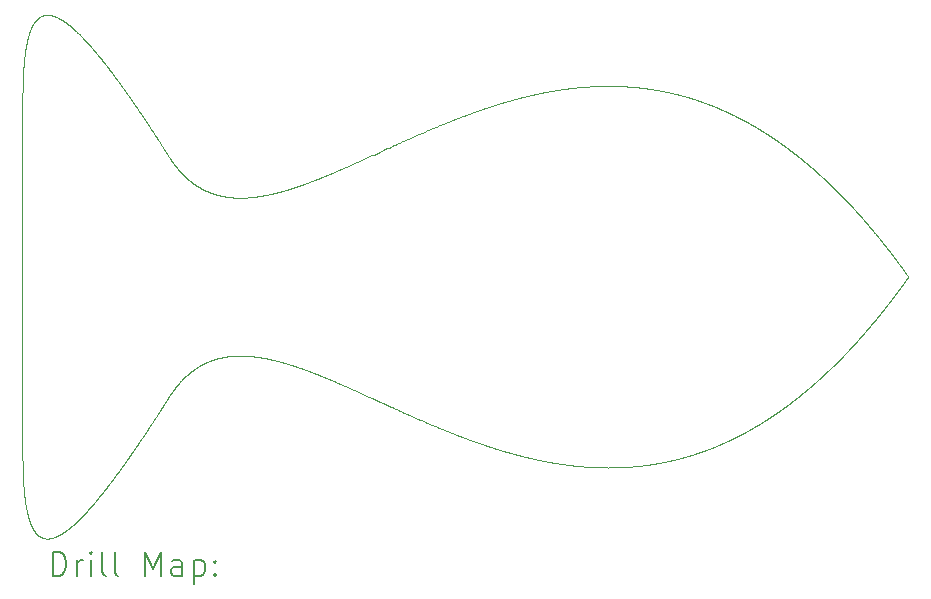
<source format=gbr>
%TF.GenerationSoftware,KiCad,Pcbnew,9.0.2-2.fc42*%
%TF.CreationDate,2025-06-29T00:33:01+02:00*%
%TF.ProjectId,hack_solder,6861636b-5f73-46f6-9c64-65722e6b6963,rev?*%
%TF.SameCoordinates,Original*%
%TF.FileFunction,Drillmap*%
%TF.FilePolarity,Positive*%
%FSLAX45Y45*%
G04 Gerber Fmt 4.5, Leading zero omitted, Abs format (unit mm)*
G04 Created by KiCad (PCBNEW 9.0.2-2.fc42) date 2025-06-29 00:33:01*
%MOMM*%
%LPD*%
G01*
G04 APERTURE LIST*
%ADD10C,0.050000*%
%ADD11C,0.200000*%
G04 APERTURE END LIST*
D10*
X1250000Y-3500000D02*
X1250000Y-5000000D01*
X2500000Y-6000000D02*
X2496547Y-6005450D01*
X2493100Y-6010888D01*
X2489667Y-6016298D01*
X2486241Y-6021695D01*
X2482829Y-6027065D01*
X2479423Y-6032422D01*
X2476032Y-6037753D01*
X2472647Y-6043070D01*
X2469276Y-6048361D01*
X2465911Y-6053639D01*
X2462561Y-6058890D01*
X2459216Y-6064130D01*
X2455886Y-6069342D01*
X2452561Y-6074542D01*
X2449251Y-6079716D01*
X2445946Y-6084878D01*
X2442655Y-6090013D01*
X2439370Y-6095137D01*
X2436099Y-6100234D01*
X2432834Y-6105319D01*
X2429583Y-6110379D01*
X2426337Y-6115427D01*
X2423105Y-6120449D01*
X2419878Y-6125459D01*
X2416665Y-6130443D01*
X2413458Y-6135416D01*
X2410265Y-6140364D01*
X2407076Y-6145299D01*
X2403902Y-6150210D01*
X2400732Y-6155109D01*
X2397577Y-6159984D01*
X2394426Y-6164846D01*
X2391289Y-6169684D01*
X2388158Y-6174511D01*
X2385039Y-6179313D01*
X2381926Y-6184103D01*
X2378826Y-6188869D01*
X2375731Y-6193624D01*
X2372650Y-6198355D01*
X2369574Y-6203074D01*
X2366510Y-6207769D01*
X2363452Y-6212453D01*
X2360407Y-6217113D01*
X2357367Y-6221762D01*
X2354339Y-6226388D01*
X2351317Y-6231002D01*
X2348308Y-6235593D01*
X2345303Y-6240173D01*
X2342312Y-6244729D01*
X2339325Y-6249275D01*
X2336351Y-6253797D01*
X2333382Y-6258309D01*
X2330425Y-6262797D01*
X2327474Y-6267275D01*
X2324535Y-6271730D01*
X2321600Y-6276174D01*
X2318679Y-6280596D01*
X2315761Y-6285006D01*
X2312857Y-6289395D01*
X2309957Y-6293772D01*
X2307069Y-6298128D01*
X2304186Y-6302472D01*
X2301315Y-6306795D01*
X2298449Y-6311107D01*
X2295595Y-6315397D01*
X2292746Y-6319677D01*
X2289909Y-6323934D01*
X2287076Y-6328182D01*
X2284255Y-6332407D01*
X2281439Y-6336623D01*
X2278635Y-6340816D01*
X2275835Y-6345000D01*
X2273047Y-6349162D01*
X2270264Y-6353314D01*
X2267493Y-6357445D01*
X2264725Y-6361565D01*
X2261970Y-6365665D01*
X2259219Y-6369754D01*
X2256480Y-6373822D01*
X2253745Y-6377881D01*
X2251021Y-6381918D01*
X2248302Y-6385946D01*
X2245595Y-6389953D01*
X2242891Y-6393950D01*
X2240199Y-6397926D01*
X2237512Y-6401893D01*
X2234836Y-6405840D01*
X2232164Y-6409776D01*
X2229503Y-6413692D01*
X2226847Y-6417599D01*
X2224201Y-6421485D01*
X2221560Y-6425362D01*
X2218930Y-6429219D01*
X2216305Y-6433066D01*
X2213690Y-6436894D01*
X2211079Y-6440712D01*
X2208480Y-6444510D01*
X2205884Y-6448298D01*
X2203300Y-6452068D01*
X2200719Y-6455827D01*
X2198150Y-6459568D01*
X2195584Y-6463299D01*
X2193030Y-6467010D01*
X2190479Y-6470712D01*
X2187939Y-6474396D01*
X2185403Y-6478070D01*
X2182878Y-6481724D01*
X2180356Y-6485370D01*
X2177845Y-6488997D01*
X2175339Y-6492614D01*
X2172842Y-6496213D01*
X2170350Y-6499803D01*
X2167868Y-6503374D01*
X2165390Y-6506936D01*
X2162922Y-6510480D01*
X2160459Y-6514014D01*
X2158005Y-6517531D01*
X2155556Y-6521038D01*
X2153116Y-6524527D01*
X2150681Y-6528007D01*
X2148256Y-6531469D01*
X2145834Y-6534922D01*
X2143423Y-6538357D01*
X2141015Y-6541783D01*
X2138618Y-6545192D01*
X2136224Y-6548591D01*
X2133840Y-6551973D01*
X2131460Y-6555346D01*
X2129090Y-6558702D01*
X2126724Y-6562049D01*
X2124367Y-6565378D01*
X2122014Y-6568699D01*
X2119671Y-6572003D01*
X2117332Y-6575298D01*
X2115003Y-6578575D01*
X2112677Y-6581844D01*
X2110360Y-6585096D01*
X2108048Y-6588340D01*
X2105745Y-6591566D01*
X2103445Y-6594784D01*
X2101156Y-6597985D01*
X2098869Y-6601178D01*
X2096593Y-6604354D01*
X2094319Y-6607522D01*
X2092056Y-6610673D01*
X2089796Y-6613815D01*
X2087545Y-6616942D01*
X2085298Y-6620059D01*
X2083060Y-6623161D01*
X2080825Y-6626254D01*
X2078600Y-6629331D01*
X2076378Y-6632400D01*
X2074166Y-6635452D01*
X2071957Y-6638497D01*
X2069757Y-6641525D01*
X2067561Y-6644545D01*
X2065373Y-6647550D01*
X2063190Y-6650546D01*
X2061015Y-6653526D01*
X2058843Y-6656499D01*
X2056681Y-6659455D01*
X2054522Y-6662404D01*
X2052372Y-6665337D01*
X2050225Y-6668262D01*
X2048087Y-6671172D01*
X2045952Y-6674073D01*
X2043827Y-6676960D01*
X2041704Y-6679838D01*
X2039591Y-6682701D01*
X2037480Y-6685556D01*
X2035379Y-6688397D01*
X2033280Y-6691229D01*
X2031191Y-6694046D01*
X2029104Y-6696856D01*
X2027026Y-6699650D01*
X2024952Y-6702437D01*
X2022886Y-6705209D01*
X2020823Y-6707974D01*
X2018769Y-6710723D01*
X2016718Y-6713465D01*
X2014675Y-6716193D01*
X2012636Y-6718912D01*
X2010605Y-6721617D01*
X2008577Y-6724315D01*
X2006557Y-6726998D01*
X2004541Y-6729674D01*
X2002533Y-6732335D01*
X2000528Y-6734989D01*
X1998531Y-6737629D01*
X1996538Y-6740261D01*
X1994553Y-6742879D01*
X1992570Y-6745489D01*
X1990596Y-6748086D01*
X1988625Y-6750675D01*
X1986662Y-6753251D01*
X1984703Y-6755819D01*
X1982751Y-6758373D01*
X1980802Y-6760919D01*
X1978861Y-6763453D01*
X1976924Y-6765978D01*
X1974994Y-6768491D01*
X1973067Y-6770996D01*
X1971148Y-6773487D01*
X1969232Y-6775971D01*
X1967324Y-6778442D01*
X1965419Y-6780906D01*
X1963522Y-6783356D01*
X1961628Y-6785799D01*
X1959741Y-6788229D01*
X1957858Y-6790652D01*
X1955982Y-6793061D01*
X1954109Y-6795464D01*
X1952244Y-6797853D01*
X1950382Y-6800236D01*
X1948527Y-6802605D01*
X1946675Y-6804968D01*
X1944831Y-6807318D01*
X1942990Y-6809660D01*
X1941156Y-6811990D01*
X1939325Y-6814313D01*
X1937502Y-6816624D01*
X1935681Y-6818927D01*
X1933868Y-6821218D01*
X1932058Y-6823502D01*
X1930255Y-6825773D01*
X1928455Y-6828038D01*
X1926662Y-6830290D01*
X1924872Y-6832536D01*
X1923090Y-6834769D01*
X1921310Y-6836995D01*
X1919537Y-6839209D01*
X1917768Y-6841417D01*
X1916005Y-6843612D01*
X1914245Y-6845801D01*
X1912493Y-6847977D01*
X1910743Y-6850147D01*
X1909000Y-6852305D01*
X1907260Y-6854456D01*
X1905527Y-6856595D01*
X1903797Y-6858728D01*
X1902074Y-6860849D01*
X1900353Y-6862964D01*
X1898640Y-6865066D01*
X1896929Y-6867162D01*
X1895225Y-6869247D01*
X1893524Y-6871325D01*
X1891830Y-6873391D01*
X1890139Y-6875451D01*
X1888454Y-6877500D01*
X1886772Y-6879542D01*
X1885097Y-6881573D01*
X1883424Y-6883597D01*
X1881759Y-6885610D01*
X1880096Y-6887617D01*
X1878439Y-6889612D01*
X1876785Y-6891601D01*
X1875138Y-6893579D01*
X1873494Y-6895551D01*
X1871856Y-6897511D01*
X1870221Y-6899465D01*
X1868593Y-6901409D01*
X1866967Y-6903346D01*
X1865347Y-6905272D01*
X1863730Y-6907192D01*
X1862120Y-6909101D01*
X1860512Y-6911004D01*
X1858911Y-6912896D01*
X1857312Y-6914782D01*
X1855720Y-6916657D01*
X1854131Y-6918526D01*
X1852547Y-6920385D01*
X1850967Y-6922238D01*
X1849392Y-6924080D01*
X1847820Y-6925916D01*
X1846255Y-6927741D01*
X1844692Y-6929561D01*
X1843135Y-6931370D01*
X1841581Y-6933173D01*
X1840033Y-6934966D01*
X1838487Y-6936753D01*
X1836948Y-6938529D01*
X1835411Y-6940300D01*
X1833881Y-6942060D01*
X1832353Y-6943815D01*
X1830831Y-6945560D01*
X1829311Y-6947298D01*
X1827798Y-6949027D01*
X1826287Y-6950750D01*
X1824782Y-6952463D01*
X1823279Y-6954170D01*
X1821783Y-6955867D01*
X1820288Y-6957559D01*
X1818800Y-6959241D01*
X1817315Y-6960917D01*
X1815835Y-6962583D01*
X1814357Y-6964243D01*
X1812886Y-6965894D01*
X1811417Y-6967539D01*
X1809954Y-6969175D01*
X1808493Y-6970805D01*
X1807038Y-6972425D01*
X1805585Y-6974040D01*
X1804139Y-6975645D01*
X1802694Y-6977245D01*
X1801255Y-6978836D01*
X1799819Y-6980421D01*
X1798389Y-6981996D01*
X1796960Y-6983566D01*
X1795538Y-6985127D01*
X1794117Y-6986682D01*
X1792703Y-6988228D01*
X1791290Y-6989769D01*
X1789884Y-6991300D01*
X1788479Y-6992826D01*
X1787081Y-6994343D01*
X1785684Y-6995854D01*
X1784293Y-6997357D01*
X1782904Y-6998854D01*
X1781521Y-7000342D01*
X1780140Y-7001825D01*
X1778765Y-7003299D01*
X1777392Y-7004768D01*
X1776024Y-7006228D01*
X1774659Y-7007683D01*
X1773299Y-7009128D01*
X1771941Y-7010569D01*
X1770589Y-7012001D01*
X1769239Y-7013428D01*
X1767894Y-7014846D01*
X1766551Y-7016259D01*
X1765214Y-7017663D01*
X1763879Y-7019062D01*
X1762549Y-7020453D01*
X1761222Y-7021839D01*
X1759899Y-7023216D01*
X1758579Y-7024588D01*
X1757264Y-7025951D01*
X1755952Y-7027310D01*
X1754644Y-7028660D01*
X1753339Y-7030005D01*
X1752039Y-7031342D01*
X1750740Y-7032674D01*
X1749448Y-7033998D01*
X1748157Y-7035317D01*
X1746871Y-7036627D01*
X1745588Y-7037933D01*
X1744309Y-7039230D01*
X1743033Y-7040523D01*
X1741762Y-7041808D01*
X1740492Y-7043087D01*
X1739228Y-7044359D01*
X1737966Y-7045626D01*
X1736709Y-7046885D01*
X1735454Y-7048139D01*
X1734204Y-7049385D01*
X1732956Y-7050627D01*
X1731713Y-7051860D01*
X1730472Y-7053089D01*
X1729236Y-7054310D01*
X1728001Y-7055526D01*
X1726772Y-7056735D01*
X1725545Y-7057939D01*
X1724323Y-7059135D01*
X1723102Y-7060327D01*
X1721887Y-7061511D01*
X1720674Y-7062690D01*
X1719465Y-7063862D01*
X1718258Y-7065029D01*
X1717056Y-7066189D01*
X1715856Y-7067344D01*
X1714661Y-7068491D01*
X1713468Y-7069634D01*
X1712280Y-7070770D01*
X1711093Y-7071901D01*
X1709911Y-7073025D01*
X1708731Y-7074144D01*
X1707556Y-7075256D01*
X1706383Y-7076364D01*
X1705214Y-7077464D01*
X1704047Y-7078560D01*
X1702885Y-7079649D01*
X1701725Y-7080733D01*
X1700569Y-7081810D01*
X1699415Y-7082883D01*
X1698266Y-7083948D01*
X1697119Y-7085009D01*
X1695976Y-7086064D01*
X1694835Y-7087114D01*
X1693699Y-7088156D01*
X1692564Y-7089195D01*
X1691434Y-7090227D01*
X1690306Y-7091254D01*
X1689182Y-7092275D01*
X1688060Y-7093291D01*
X1686943Y-7094300D01*
X1685827Y-7095305D01*
X1684716Y-7096304D01*
X1683607Y-7097298D01*
X1682502Y-7098285D01*
X1681399Y-7099269D01*
X1680300Y-7100245D01*
X1679203Y-7101218D01*
X1678110Y-7102183D01*
X1677019Y-7103145D01*
X1675932Y-7104100D01*
X1674847Y-7105051D01*
X1673767Y-7105995D01*
X1672688Y-7106936D01*
X1671614Y-7107870D01*
X1670541Y-7108799D01*
X1669472Y-7109723D01*
X1668405Y-7110642D01*
X1667343Y-7111555D01*
X1666282Y-7112464D01*
X1665225Y-7113367D01*
X1664170Y-7114265D01*
X1663120Y-7115158D01*
X1662070Y-7116046D01*
X1661026Y-7116928D01*
X1659982Y-7117806D01*
X1658943Y-7118678D01*
X1657906Y-7119546D01*
X1656872Y-7120408D01*
X1655841Y-7121266D01*
X1654813Y-7122118D01*
X1653787Y-7122966D01*
X1652765Y-7123808D01*
X1651745Y-7124646D01*
X1650729Y-7125478D01*
X1649714Y-7126307D01*
X1648704Y-7127129D01*
X1647695Y-7127948D01*
X1646690Y-7128760D01*
X1645687Y-7129569D01*
X1644687Y-7130372D01*
X1643689Y-7131171D01*
X1642696Y-7131965D01*
X1641703Y-7132755D01*
X1640715Y-7133538D01*
X1639728Y-7134319D01*
X1638746Y-7135093D01*
X1637764Y-7135864D01*
X1636787Y-7136629D01*
X1635811Y-7137390D01*
X1634839Y-7138146D01*
X1633869Y-7138898D01*
X1632902Y-7139645D01*
X1631937Y-7140388D01*
X1630976Y-7141125D01*
X1630016Y-7141859D01*
X1629061Y-7142587D01*
X1628106Y-7143312D01*
X1627156Y-7144031D01*
X1626207Y-7144747D01*
X1625261Y-7145457D01*
X1624317Y-7146163D01*
X1623377Y-7146865D01*
X1622439Y-7147562D01*
X1621504Y-7148255D01*
X1620570Y-7148944D01*
X1619641Y-7149627D01*
X1618712Y-7150308D01*
X1617788Y-7150982D01*
X1616865Y-7151654D01*
X1615945Y-7152320D01*
X1615027Y-7152983D01*
X1614113Y-7153641D01*
X1613200Y-7154295D01*
X1612290Y-7154944D01*
X1611382Y-7155590D01*
X1610478Y-7156230D01*
X1609575Y-7156868D01*
X1608675Y-7157500D01*
X1607777Y-7158129D01*
X1606883Y-7158752D01*
X1605990Y-7159373D01*
X1605100Y-7159988D01*
X1604212Y-7160601D01*
X1603327Y-7161208D01*
X1602444Y-7161812D01*
X1601564Y-7162411D01*
X1600686Y-7163007D01*
X1599811Y-7163598D01*
X1598937Y-7164186D01*
X1598067Y-7164769D01*
X1597198Y-7165349D01*
X1596333Y-7165923D01*
X1595469Y-7166495D01*
X1594608Y-7167062D01*
X1593749Y-7167626D01*
X1592893Y-7168185D01*
X1592038Y-7168741D01*
X1591187Y-7169293D01*
X1590337Y-7169841D01*
X1589490Y-7170384D01*
X1588645Y-7170925D01*
X1587803Y-7171460D01*
X1586962Y-7171993D01*
X1586125Y-7172521D01*
X1585288Y-7173046D01*
X1584456Y-7173567D01*
X1583624Y-7174085D01*
X1582796Y-7174598D01*
X1581969Y-7175108D01*
X1581145Y-7175613D01*
X1580322Y-7176116D01*
X1579503Y-7176614D01*
X1578685Y-7177109D01*
X1577870Y-7177600D01*
X1577056Y-7178087D01*
X1576246Y-7178571D01*
X1575436Y-7179051D01*
X1574630Y-7179528D01*
X1573825Y-7180001D01*
X1573024Y-7180470D01*
X1572223Y-7180936D01*
X1571426Y-7181397D01*
X1570629Y-7181856D01*
X1569836Y-7182311D01*
X1569044Y-7182763D01*
X1568255Y-7183210D01*
X1567468Y-7183655D01*
X1566683Y-7184096D01*
X1565900Y-7184534D01*
X1565119Y-7184967D01*
X1564340Y-7185398D01*
X1563564Y-7185825D01*
X1562789Y-7186249D01*
X1562017Y-7186669D01*
X1561246Y-7187086D01*
X1560478Y-7187499D01*
X1559711Y-7187909D01*
X1558948Y-7188316D01*
X1558185Y-7188719D01*
X1557425Y-7189119D01*
X1556667Y-7189516D01*
X1555911Y-7189909D01*
X1555157Y-7190299D01*
X1554405Y-7190686D01*
X1553654Y-7191070D01*
X1552907Y-7191450D01*
X1552160Y-7191827D01*
X1551417Y-7192200D01*
X1550674Y-7192571D01*
X1549934Y-7192938D01*
X1549196Y-7193302D01*
X1548460Y-7193663D01*
X1547725Y-7194021D01*
X1546993Y-7194375D01*
X1546263Y-7194727D01*
X1545535Y-7195075D01*
X1544808Y-7195420D01*
X1544083Y-7195761D01*
X1543360Y-7196101D01*
X1542640Y-7196436D01*
X1541921Y-7196769D01*
X1541204Y-7197098D01*
X1540488Y-7197425D01*
X1539776Y-7197748D01*
X1539064Y-7198069D01*
X1538355Y-7198386D01*
X1537646Y-7198700D01*
X1536941Y-7199011D01*
X1536237Y-7199320D01*
X1535535Y-7199625D01*
X1534834Y-7199927D01*
X1534136Y-7200227D01*
X1533439Y-7200523D01*
X1532745Y-7200816D01*
X1532051Y-7201107D01*
X1531360Y-7201395D01*
X1530670Y-7201679D01*
X1529983Y-7201961D01*
X1529297Y-7202240D01*
X1528613Y-7202516D01*
X1527930Y-7202789D01*
X1527250Y-7203059D01*
X1526571Y-7203327D01*
X1525894Y-7203591D01*
X1525218Y-7203853D01*
X1524545Y-7204112D01*
X1523873Y-7204368D01*
X1523203Y-7204622D01*
X1522534Y-7204872D01*
X1521867Y-7205120D01*
X1521202Y-7205365D01*
X1520539Y-7205607D01*
X1519877Y-7205847D01*
X1519217Y-7206084D01*
X1518558Y-7206318D01*
X1517902Y-7206549D01*
X1517247Y-7206778D01*
X1516594Y-7207004D01*
X1515941Y-7207227D01*
X1515292Y-7207447D01*
X1514643Y-7207665D01*
X1513996Y-7207881D01*
X1513351Y-7208093D01*
X1512708Y-7208303D01*
X1512065Y-7208511D01*
X1511425Y-7208715D01*
X1510786Y-7208917D01*
X1510149Y-7209117D01*
X1509513Y-7209314D01*
X1508880Y-7209508D01*
X1508247Y-7209700D01*
X1507616Y-7209889D01*
X1506987Y-7210076D01*
X1506359Y-7210260D01*
X1505733Y-7210441D01*
X1505108Y-7210620D01*
X1504485Y-7210797D01*
X1503863Y-7210971D01*
X1503243Y-7211142D01*
X1502625Y-7211311D01*
X1502007Y-7211478D01*
X1501392Y-7211642D01*
X1500778Y-7211803D01*
X1500165Y-7211962D01*
X1499554Y-7212119D01*
X1498945Y-7212273D01*
X1498336Y-7212425D01*
X1497730Y-7212574D01*
X1497124Y-7212721D01*
X1496521Y-7212866D01*
X1495918Y-7213008D01*
X1495317Y-7213147D01*
X1494718Y-7213285D01*
X1494120Y-7213420D01*
X1493523Y-7213552D01*
X1492928Y-7213682D01*
X1492334Y-7213810D01*
X1491742Y-7213936D01*
X1491151Y-7214059D01*
X1490561Y-7214180D01*
X1489973Y-7214298D01*
X1489386Y-7214414D01*
X1488800Y-7214528D01*
X1488217Y-7214640D01*
X1487634Y-7214749D01*
X1487052Y-7214856D01*
X1486472Y-7214961D01*
X1485894Y-7215063D01*
X1485316Y-7215163D01*
X1484740Y-7215261D01*
X1484165Y-7215357D01*
X1483592Y-7215450D01*
X1483020Y-7215541D01*
X1482449Y-7215630D01*
X1481880Y-7215717D01*
X1481312Y-7215801D01*
X1480745Y-7215883D01*
X1480179Y-7215963D01*
X1479615Y-7216041D01*
X1479052Y-7216117D01*
X1478490Y-7216190D01*
X1477930Y-7216262D01*
X1477370Y-7216331D01*
X1476812Y-7216398D01*
X1476255Y-7216462D01*
X1475700Y-7216525D01*
X1475145Y-7216585D01*
X1474593Y-7216644D01*
X1474040Y-7216700D01*
X1473490Y-7216754D01*
X1472940Y-7216806D01*
X1472392Y-7216855D01*
X1471845Y-7216903D01*
X1471299Y-7216949D01*
X1470754Y-7216992D01*
X1470211Y-7217033D01*
X1469668Y-7217073D01*
X1469127Y-7217110D01*
X1468587Y-7217145D01*
X1468048Y-7217178D01*
X1467511Y-7217209D01*
X1466974Y-7217238D01*
X1466438Y-7217264D01*
X1465904Y-7217289D01*
X1465371Y-7217312D01*
X1464839Y-7217332D01*
X1464308Y-7217351D01*
X1463778Y-7217367D01*
X1463249Y-7217382D01*
X1462722Y-7217394D01*
X1462195Y-7217405D01*
X1461670Y-7217413D01*
X1461145Y-7217420D01*
X1460622Y-7217424D01*
X1460099Y-7217426D01*
X1459578Y-7217427D01*
X1459058Y-7217425D01*
X1458539Y-7217421D01*
X1458021Y-7217416D01*
X1457504Y-7217408D01*
X1456988Y-7217399D01*
X1456473Y-7217387D01*
X1455959Y-7217373D01*
X1455446Y-7217358D01*
X1454934Y-7217340D01*
X1454423Y-7217321D01*
X1453913Y-7217299D01*
X1453404Y-7217276D01*
X1452896Y-7217251D01*
X1452389Y-7217223D01*
X1451883Y-7217194D01*
X1451378Y-7217163D01*
X1450874Y-7217130D01*
X1450371Y-7217095D01*
X1449869Y-7217058D01*
X1449368Y-7217019D01*
X1448867Y-7216978D01*
X1448368Y-7216935D01*
X1447870Y-7216890D01*
X1447372Y-7216843D01*
X1446876Y-7216795D01*
X1446380Y-7216744D01*
X1445885Y-7216692D01*
X1445392Y-7216637D01*
X1444899Y-7216581D01*
X1444407Y-7216523D01*
X1443916Y-7216463D01*
X1443426Y-7216401D01*
X1442936Y-7216337D01*
X1442448Y-7216271D01*
X1441960Y-7216203D01*
X1441474Y-7216134D01*
X1440988Y-7216062D01*
X1440503Y-7215989D01*
X1440018Y-7215914D01*
X1439535Y-7215836D01*
X1439053Y-7215757D01*
X1438571Y-7215676D01*
X1438090Y-7215594D01*
X1437610Y-7215509D01*
X1437131Y-7215422D01*
X1436653Y-7215334D01*
X1436175Y-7215243D01*
X1435699Y-7215151D01*
X1435223Y-7215057D01*
X1434748Y-7214961D01*
X1434273Y-7214863D01*
X1433800Y-7214763D01*
X1433327Y-7214661D01*
X1432855Y-7214558D01*
X1432384Y-7214452D01*
X1431913Y-7214345D01*
X1431443Y-7214236D01*
X1430974Y-7214125D01*
X1430506Y-7214012D01*
X1430039Y-7213897D01*
X1429572Y-7213780D01*
X1429106Y-7213662D01*
X1428641Y-7213541D01*
X1428176Y-7213419D01*
X1427712Y-7213295D01*
X1427249Y-7213168D01*
X1426787Y-7213040D01*
X1426325Y-7212911D01*
X1425864Y-7212779D01*
X1425404Y-7212645D01*
X1424945Y-7212510D01*
X1424486Y-7212372D01*
X1424027Y-7212233D01*
X1423570Y-7212092D01*
X1423113Y-7211949D01*
X1422657Y-7211804D01*
X1422202Y-7211657D01*
X1421293Y-7211358D01*
X1420386Y-7211051D01*
X1419482Y-7210737D01*
X1418581Y-7210415D01*
X1417682Y-7210085D01*
X1416786Y-7209748D01*
X1415892Y-7209403D01*
X1415001Y-7209051D01*
X1414112Y-7208691D01*
X1413225Y-7208323D01*
X1412341Y-7207947D01*
X1411459Y-7207564D01*
X1410579Y-7207173D01*
X1409702Y-7206774D01*
X1408827Y-7206368D01*
X1407953Y-7205954D01*
X1407082Y-7205531D01*
X1406214Y-7205101D01*
X1405347Y-7204664D01*
X1404482Y-7204218D01*
X1403619Y-7203764D01*
X1402759Y-7203302D01*
X1401900Y-7202832D01*
X1401043Y-7202355D01*
X1400188Y-7201869D01*
X1399336Y-7201375D01*
X1398485Y-7200872D01*
X1397635Y-7200362D01*
X1396788Y-7199843D01*
X1395943Y-7199316D01*
X1395099Y-7198781D01*
X1394257Y-7198238D01*
X1393417Y-7197686D01*
X1392578Y-7197125D01*
X1391741Y-7196556D01*
X1390906Y-7195979D01*
X1390073Y-7195393D01*
X1389241Y-7194798D01*
X1388411Y-7194195D01*
X1387582Y-7193583D01*
X1386755Y-7192962D01*
X1385930Y-7192332D01*
X1385106Y-7191694D01*
X1384284Y-7191046D01*
X1383463Y-7190390D01*
X1382644Y-7189725D01*
X1381826Y-7189050D01*
X1381010Y-7188366D01*
X1380195Y-7187673D01*
X1379382Y-7186971D01*
X1378570Y-7186260D01*
X1377759Y-7185539D01*
X1376950Y-7184808D01*
X1376143Y-7184068D01*
X1375337Y-7183319D01*
X1374532Y-7182560D01*
X1373728Y-7181791D01*
X1372926Y-7181012D01*
X1372125Y-7180224D01*
X1371326Y-7179426D01*
X1370528Y-7178617D01*
X1369731Y-7177799D01*
X1368936Y-7176970D01*
X1368142Y-7176132D01*
X1367349Y-7175283D01*
X1366557Y-7174424D01*
X1365767Y-7173554D01*
X1364978Y-7172674D01*
X1364191Y-7171783D01*
X1363405Y-7170882D01*
X1362620Y-7169970D01*
X1361836Y-7169047D01*
X1361054Y-7168114D01*
X1360273Y-7167169D01*
X1359493Y-7166214D01*
X1358714Y-7165247D01*
X1357937Y-7164269D01*
X1357161Y-7163280D01*
X1356386Y-7162279D01*
X1355613Y-7161268D01*
X1354841Y-7160244D01*
X1354070Y-7159209D01*
X1353300Y-7158163D01*
X1352532Y-7157104D01*
X1351765Y-7156034D01*
X1350999Y-7154952D01*
X1350235Y-7153858D01*
X1349472Y-7152751D01*
X1348710Y-7151633D01*
X1347950Y-7150502D01*
X1347190Y-7149359D01*
X1346433Y-7148203D01*
X1345676Y-7147035D01*
X1344921Y-7145854D01*
X1344167Y-7144660D01*
X1343415Y-7143453D01*
X1342664Y-7142234D01*
X1341914Y-7141001D01*
X1341165Y-7139755D01*
X1340419Y-7138496D01*
X1339673Y-7137224D01*
X1338929Y-7135938D01*
X1338186Y-7134639D01*
X1337445Y-7133326D01*
X1336705Y-7131999D01*
X1335966Y-7130659D01*
X1335229Y-7129304D01*
X1334494Y-7127936D01*
X1333760Y-7126553D01*
X1333027Y-7125156D01*
X1332296Y-7123744D01*
X1331566Y-7122319D01*
X1330838Y-7120878D01*
X1330112Y-7119423D01*
X1329387Y-7117953D01*
X1328664Y-7116468D01*
X1327942Y-7114968D01*
X1327222Y-7113453D01*
X1326503Y-7111923D01*
X1325786Y-7110377D01*
X1325071Y-7108816D01*
X1324357Y-7107239D01*
X1323646Y-7105647D01*
X1322935Y-7104039D01*
X1322227Y-7102414D01*
X1321520Y-7100774D01*
X1320815Y-7099118D01*
X1320112Y-7097445D01*
X1319411Y-7095756D01*
X1318711Y-7094050D01*
X1318013Y-7092328D01*
X1317317Y-7090589D01*
X1316623Y-7088833D01*
X1315931Y-7087060D01*
X1315241Y-7085270D01*
X1314552Y-7083463D01*
X1313866Y-7081638D01*
X1313181Y-7079796D01*
X1312499Y-7077936D01*
X1311819Y-7076059D01*
X1311140Y-7074163D01*
X1310464Y-7072249D01*
X1309790Y-7070318D01*
X1309117Y-7068368D01*
X1308447Y-7066399D01*
X1307779Y-7064412D01*
X1307114Y-7062407D01*
X1306450Y-7060382D01*
X1305789Y-7058339D01*
X1305130Y-7056276D01*
X1304473Y-7054195D01*
X1303819Y-7052094D01*
X1303166Y-7049973D01*
X1302516Y-7047833D01*
X1301869Y-7045673D01*
X1301224Y-7043493D01*
X1300581Y-7041293D01*
X1299941Y-7039073D01*
X1299303Y-7036833D01*
X1298668Y-7034572D01*
X1298035Y-7032290D01*
X1297405Y-7029988D01*
X1296777Y-7027664D01*
X1296152Y-7025320D01*
X1295530Y-7022955D01*
X1294910Y-7020568D01*
X1294293Y-7018159D01*
X1293679Y-7015729D01*
X1293067Y-7013277D01*
X1292458Y-7010803D01*
X1291852Y-7008307D01*
X1291249Y-7005789D01*
X1290649Y-7003248D01*
X1290051Y-7000685D01*
X1289457Y-6998099D01*
X1288865Y-6995490D01*
X1288277Y-6992858D01*
X1287691Y-6990202D01*
X1287109Y-6987524D01*
X1286529Y-6984821D01*
X1285953Y-6982095D01*
X1285380Y-6979345D01*
X1284809Y-6976572D01*
X1284243Y-6973773D01*
X1283679Y-6970951D01*
X1283119Y-6968104D01*
X1282562Y-6965232D01*
X1282008Y-6962335D01*
X1281457Y-6959414D01*
X1280910Y-6956467D01*
X1280367Y-6953494D01*
X1279827Y-6950496D01*
X1279290Y-6947472D01*
X1278757Y-6944422D01*
X1278228Y-6941347D01*
X1277702Y-6938244D01*
X1277179Y-6935116D01*
X1276661Y-6931960D01*
X1276146Y-6928778D01*
X1275635Y-6925569D01*
X1275127Y-6922332D01*
X1274624Y-6919068D01*
X1274124Y-6915777D01*
X1273628Y-6912458D01*
X1273136Y-6909110D01*
X1272648Y-6905735D01*
X1272164Y-6902331D01*
X1271684Y-6898898D01*
X1271208Y-6895437D01*
X1270736Y-6891947D01*
X1270268Y-6888428D01*
X1269805Y-6884879D01*
X1269346Y-6881301D01*
X1268890Y-6877692D01*
X1268440Y-6874054D01*
X1267993Y-6870386D01*
X1267551Y-6866687D01*
X1267113Y-6862958D01*
X1266680Y-6859198D01*
X1266251Y-6855407D01*
X1265827Y-6851584D01*
X1265407Y-6847730D01*
X1264992Y-6843844D01*
X1264582Y-6839927D01*
X1264176Y-6835977D01*
X1263775Y-6831995D01*
X1263379Y-6827981D01*
X1262987Y-6823933D01*
X1262601Y-6819853D01*
X1262219Y-6815739D01*
X1261842Y-6811592D01*
X1261470Y-6807410D01*
X1261104Y-6803195D01*
X1260742Y-6798946D01*
X1260385Y-6794663D01*
X1260034Y-6790344D01*
X1259687Y-6785991D01*
X1259346Y-6781602D01*
X1259011Y-6777178D01*
X1258680Y-6772719D01*
X1258355Y-6768223D01*
X1258035Y-6763691D01*
X1257721Y-6759123D01*
X1257412Y-6754518D01*
X1257109Y-6749876D01*
X1256812Y-6745197D01*
X1256520Y-6740481D01*
X1256233Y-6735726D01*
X1255953Y-6730934D01*
X1255678Y-6726103D01*
X1255409Y-6721234D01*
X1255146Y-6716326D01*
X1254889Y-6711378D01*
X1254637Y-6706391D01*
X1254392Y-6701365D01*
X1254153Y-6696298D01*
X1253920Y-6691192D01*
X1253693Y-6686044D01*
X1253473Y-6680856D01*
X1253258Y-6675627D01*
X1253050Y-6670356D01*
X1252849Y-6665043D01*
X1252653Y-6659689D01*
X1252464Y-6654291D01*
X1252282Y-6648852D01*
X1252106Y-6643369D01*
X1251937Y-6637843D01*
X1251775Y-6632273D01*
X1251619Y-6626659D01*
X1251470Y-6621001D01*
X1251328Y-6615298D01*
X1251193Y-6609550D01*
X1251065Y-6603757D01*
X1250943Y-6597918D01*
X1250829Y-6592033D01*
X1250722Y-6586102D01*
X1250622Y-6580124D01*
X1250529Y-6574099D01*
X1250444Y-6568027D01*
X1250366Y-6561907D01*
X1250295Y-6555738D01*
X1250232Y-6549521D01*
X1250176Y-6543255D01*
X1250128Y-6536940D01*
X1250087Y-6530576D01*
X1250054Y-6524161D01*
X1250029Y-6517695D01*
X1250011Y-6511179D01*
X1250002Y-6504612D01*
X1250000Y-6500000D01*
X2500000Y-4000000D02*
X2496547Y-3994550D01*
X2493100Y-3989112D01*
X2489667Y-3983702D01*
X2486241Y-3978305D01*
X2482829Y-3972935D01*
X2479423Y-3967578D01*
X2476032Y-3962247D01*
X2472647Y-3956930D01*
X2469276Y-3951639D01*
X2465911Y-3946361D01*
X2462561Y-3941109D01*
X2459216Y-3935870D01*
X2455886Y-3930658D01*
X2452561Y-3925458D01*
X2449251Y-3920284D01*
X2445946Y-3915122D01*
X2442655Y-3909986D01*
X2439370Y-3904863D01*
X2436099Y-3899766D01*
X2432834Y-3894680D01*
X2429583Y-3889621D01*
X2426337Y-3884573D01*
X2423105Y-3879551D01*
X2419878Y-3874541D01*
X2416665Y-3869557D01*
X2413458Y-3864584D01*
X2410265Y-3859636D01*
X2407076Y-3854700D01*
X2403902Y-3849790D01*
X2400732Y-3844891D01*
X2397577Y-3840016D01*
X2394426Y-3835154D01*
X2391289Y-3830316D01*
X2388158Y-3825489D01*
X2385039Y-3820687D01*
X2381926Y-3815897D01*
X2378826Y-3811131D01*
X2375731Y-3806376D01*
X2372650Y-3801645D01*
X2369574Y-3796926D01*
X2366510Y-3792231D01*
X2363452Y-3787547D01*
X2360407Y-3782886D01*
X2357367Y-3778237D01*
X2354339Y-3773612D01*
X2351317Y-3768998D01*
X2348308Y-3764407D01*
X2345303Y-3759827D01*
X2342312Y-3755270D01*
X2339325Y-3750725D01*
X2336351Y-3746202D01*
X2333382Y-3741691D01*
X2330425Y-3737202D01*
X2327474Y-3732725D01*
X2324535Y-3728270D01*
X2321600Y-3723826D01*
X2318679Y-3719404D01*
X2315761Y-3714994D01*
X2312857Y-3710605D01*
X2309957Y-3706228D01*
X2307069Y-3701872D01*
X2304186Y-3697528D01*
X2301315Y-3693205D01*
X2298449Y-3688893D01*
X2295595Y-3684603D01*
X2292746Y-3680323D01*
X2289909Y-3676066D01*
X2287076Y-3671818D01*
X2284255Y-3667593D01*
X2281439Y-3663377D01*
X2278635Y-3659183D01*
X2275835Y-3655000D01*
X2273047Y-3650838D01*
X2270264Y-3646686D01*
X2267493Y-3642555D01*
X2264725Y-3638435D01*
X2261970Y-3634335D01*
X2259219Y-3630246D01*
X2256480Y-3626177D01*
X2253745Y-3622119D01*
X2251021Y-3618082D01*
X2248302Y-3614054D01*
X2245595Y-3610047D01*
X2242891Y-3606050D01*
X2240199Y-3602073D01*
X2237512Y-3598107D01*
X2234836Y-3594160D01*
X2232164Y-3590224D01*
X2229503Y-3586308D01*
X2226847Y-3582401D01*
X2224201Y-3578515D01*
X2221560Y-3574638D01*
X2218930Y-3570781D01*
X2216305Y-3566934D01*
X2213690Y-3563106D01*
X2211079Y-3559288D01*
X2208480Y-3555490D01*
X2205884Y-3551701D01*
X2203300Y-3547932D01*
X2200719Y-3544173D01*
X2198150Y-3540432D01*
X2195584Y-3536701D01*
X2193030Y-3532990D01*
X2190479Y-3529287D01*
X2187939Y-3525604D01*
X2185403Y-3521930D01*
X2182878Y-3518275D01*
X2180356Y-3514630D01*
X2177845Y-3511003D01*
X2175339Y-3507385D01*
X2172842Y-3503787D01*
X2170350Y-3500197D01*
X2167868Y-3496626D01*
X2165390Y-3493064D01*
X2162922Y-3489520D01*
X2160459Y-3485986D01*
X2158005Y-3482469D01*
X2155556Y-3478962D01*
X2153116Y-3475473D01*
X2150681Y-3471993D01*
X2148256Y-3468531D01*
X2145834Y-3465078D01*
X2143423Y-3461643D01*
X2141015Y-3458217D01*
X2138618Y-3454808D01*
X2136224Y-3451409D01*
X2133840Y-3448027D01*
X2131460Y-3444653D01*
X2129090Y-3441298D01*
X2126724Y-3437951D01*
X2124367Y-3434621D01*
X2122014Y-3431301D01*
X2119671Y-3427997D01*
X2117332Y-3424702D01*
X2115003Y-3421425D01*
X2112677Y-3418156D01*
X2110360Y-3414904D01*
X2108048Y-3411660D01*
X2105745Y-3408434D01*
X2103445Y-3405216D01*
X2101156Y-3402015D01*
X2098869Y-3398822D01*
X2096593Y-3395646D01*
X2094319Y-3392478D01*
X2092056Y-3389327D01*
X2089796Y-3386185D01*
X2087545Y-3383058D01*
X2085298Y-3379941D01*
X2083060Y-3376839D01*
X2080825Y-3373746D01*
X2078600Y-3370669D01*
X2076378Y-3367600D01*
X2074166Y-3364548D01*
X2071957Y-3361503D01*
X2069757Y-3358475D01*
X2067561Y-3355455D01*
X2065373Y-3352450D01*
X2063190Y-3349454D01*
X2061015Y-3346474D01*
X2058843Y-3343501D01*
X2056681Y-3340545D01*
X2054522Y-3337596D01*
X2052372Y-3334663D01*
X2050225Y-3331738D01*
X2048087Y-3328828D01*
X2045952Y-3325927D01*
X2043827Y-3323040D01*
X2041704Y-3320162D01*
X2039591Y-3317299D01*
X2037480Y-3314443D01*
X2035379Y-3311603D01*
X2033280Y-3308771D01*
X2031191Y-3305954D01*
X2029104Y-3303144D01*
X2027026Y-3300349D01*
X2024952Y-3297563D01*
X2022886Y-3294791D01*
X2020823Y-3292026D01*
X2018769Y-3289277D01*
X2016718Y-3286535D01*
X2014675Y-3283807D01*
X2012636Y-3281088D01*
X2010605Y-3278382D01*
X2008577Y-3275685D01*
X2006557Y-3273002D01*
X2004541Y-3270326D01*
X2002533Y-3267665D01*
X2000528Y-3265011D01*
X1998531Y-3262371D01*
X1996538Y-3259739D01*
X1994553Y-3257121D01*
X1992570Y-3254510D01*
X1990596Y-3251914D01*
X1988625Y-3249325D01*
X1986662Y-3246749D01*
X1984703Y-3244181D01*
X1982751Y-3241627D01*
X1980802Y-3239080D01*
X1978861Y-3236547D01*
X1976924Y-3234022D01*
X1974994Y-3231509D01*
X1973067Y-3229004D01*
X1971148Y-3226513D01*
X1969232Y-3224029D01*
X1967324Y-3221558D01*
X1965419Y-3219094D01*
X1963522Y-3216644D01*
X1961628Y-3214201D01*
X1959741Y-3211771D01*
X1957858Y-3209348D01*
X1955982Y-3206939D01*
X1954109Y-3204536D01*
X1952244Y-3202146D01*
X1950382Y-3199764D01*
X1948527Y-3197394D01*
X1946675Y-3195032D01*
X1944831Y-3192682D01*
X1942990Y-3190339D01*
X1941156Y-3188010D01*
X1939325Y-3185686D01*
X1937502Y-3183376D01*
X1935681Y-3181073D01*
X1933868Y-3178782D01*
X1932058Y-3176498D01*
X1930255Y-3174226D01*
X1928455Y-3171962D01*
X1926662Y-3169710D01*
X1924872Y-3167464D01*
X1923090Y-3165231D01*
X1921310Y-3163005D01*
X1919537Y-3160790D01*
X1917768Y-3158583D01*
X1916005Y-3156388D01*
X1914245Y-3154199D01*
X1912493Y-3152023D01*
X1910743Y-3149853D01*
X1909000Y-3147695D01*
X1907260Y-3145544D01*
X1905527Y-3143404D01*
X1903797Y-3141272D01*
X1902074Y-3139151D01*
X1900353Y-3137036D01*
X1898640Y-3134934D01*
X1896929Y-3132837D01*
X1895225Y-3130753D01*
X1893524Y-3128675D01*
X1891830Y-3126609D01*
X1890139Y-3124549D01*
X1888454Y-3122500D01*
X1886772Y-3120458D01*
X1885097Y-3118427D01*
X1883424Y-3116403D01*
X1881759Y-3114390D01*
X1880096Y-3112383D01*
X1878439Y-3110388D01*
X1876785Y-3108399D01*
X1875138Y-3106421D01*
X1873494Y-3104449D01*
X1871856Y-3102489D01*
X1870221Y-3100535D01*
X1868593Y-3098591D01*
X1866967Y-3096654D01*
X1865347Y-3094728D01*
X1863730Y-3092808D01*
X1862120Y-3090899D01*
X1860512Y-3088996D01*
X1858911Y-3087104D01*
X1857312Y-3085218D01*
X1855720Y-3083343D01*
X1854131Y-3081473D01*
X1852547Y-3079615D01*
X1850967Y-3077762D01*
X1849392Y-3075920D01*
X1847820Y-3074084D01*
X1846255Y-3072259D01*
X1844692Y-3070439D01*
X1843135Y-3068630D01*
X1841581Y-3066827D01*
X1840033Y-3065034D01*
X1838487Y-3063247D01*
X1836948Y-3061471D01*
X1835411Y-3059700D01*
X1833881Y-3057939D01*
X1832353Y-3056185D01*
X1830831Y-3054440D01*
X1829311Y-3052701D01*
X1827798Y-3050973D01*
X1826287Y-3049250D01*
X1824782Y-3047537D01*
X1823279Y-3045830D01*
X1821783Y-3044133D01*
X1820288Y-3042441D01*
X1818800Y-3040759D01*
X1817315Y-3039083D01*
X1815835Y-3037417D01*
X1814357Y-3035757D01*
X1812886Y-3034106D01*
X1811417Y-3032460D01*
X1809954Y-3030825D01*
X1808493Y-3029195D01*
X1807038Y-3027575D01*
X1805585Y-3025960D01*
X1804139Y-3024354D01*
X1802694Y-3022755D01*
X1801255Y-3021164D01*
X1799819Y-3019579D01*
X1798389Y-3018004D01*
X1796960Y-3016434D01*
X1795538Y-3014873D01*
X1794117Y-3013318D01*
X1792703Y-3011772D01*
X1791290Y-3010231D01*
X1789884Y-3008700D01*
X1788479Y-3007174D01*
X1787081Y-3005657D01*
X1785684Y-3004145D01*
X1784293Y-3002643D01*
X1782904Y-3001146D01*
X1781521Y-2999658D01*
X1780140Y-2998175D01*
X1778765Y-2996701D01*
X1777392Y-2995232D01*
X1776024Y-2993772D01*
X1774659Y-2992317D01*
X1773299Y-2990871D01*
X1771941Y-2989431D01*
X1770589Y-2987999D01*
X1769239Y-2986572D01*
X1767894Y-2985154D01*
X1766551Y-2983741D01*
X1765214Y-2982337D01*
X1763879Y-2980938D01*
X1762549Y-2979547D01*
X1761222Y-2978161D01*
X1759899Y-2976784D01*
X1758579Y-2975412D01*
X1757264Y-2974049D01*
X1755952Y-2972690D01*
X1754644Y-2971340D01*
X1753339Y-2969995D01*
X1752039Y-2968658D01*
X1750740Y-2967326D01*
X1749448Y-2966002D01*
X1748157Y-2964683D01*
X1746871Y-2963373D01*
X1745588Y-2962067D01*
X1744309Y-2960770D01*
X1743033Y-2959477D01*
X1741762Y-2958192D01*
X1740492Y-2956913D01*
X1739228Y-2955641D01*
X1737966Y-2954374D01*
X1736709Y-2953115D01*
X1735454Y-2951861D01*
X1734204Y-2950615D01*
X1732956Y-2949373D01*
X1731713Y-2948140D01*
X1730472Y-2946911D01*
X1729236Y-2945690D01*
X1728001Y-2944474D01*
X1726772Y-2943265D01*
X1725545Y-2942061D01*
X1724323Y-2940865D01*
X1723102Y-2939673D01*
X1721887Y-2938489D01*
X1720674Y-2937310D01*
X1719465Y-2936138D01*
X1718258Y-2934971D01*
X1717056Y-2933811D01*
X1715856Y-2932656D01*
X1714661Y-2931509D01*
X1713468Y-2930366D01*
X1712280Y-2929230D01*
X1711093Y-2928099D01*
X1709911Y-2926975D01*
X1708731Y-2925856D01*
X1707556Y-2924744D01*
X1706383Y-2923636D01*
X1705214Y-2922536D01*
X1704047Y-2921440D01*
X1702885Y-2920351D01*
X1701725Y-2919267D01*
X1700569Y-2918190D01*
X1699415Y-2917117D01*
X1698266Y-2916052D01*
X1697119Y-2914990D01*
X1695976Y-2913936D01*
X1694835Y-2912886D01*
X1693699Y-2911843D01*
X1692564Y-2910805D01*
X1691434Y-2909773D01*
X1690306Y-2908746D01*
X1689182Y-2907725D01*
X1688060Y-2906709D01*
X1686943Y-2905700D01*
X1685827Y-2904695D01*
X1684716Y-2903696D01*
X1683607Y-2902702D01*
X1682502Y-2901715D01*
X1681399Y-2900731D01*
X1680300Y-2899755D01*
X1679203Y-2898782D01*
X1678110Y-2897817D01*
X1677019Y-2896855D01*
X1675932Y-2895900D01*
X1674847Y-2894949D01*
X1673767Y-2894004D01*
X1672688Y-2893064D01*
X1671614Y-2892130D01*
X1670541Y-2891200D01*
X1669472Y-2890277D01*
X1668405Y-2889358D01*
X1667343Y-2888445D01*
X1666282Y-2887536D01*
X1665225Y-2886633D01*
X1664170Y-2885735D01*
X1663120Y-2884842D01*
X1662070Y-2883954D01*
X1661026Y-2883072D01*
X1659982Y-2882194D01*
X1658943Y-2881322D01*
X1657906Y-2880454D01*
X1656872Y-2879592D01*
X1655841Y-2878734D01*
X1654813Y-2877882D01*
X1653787Y-2877034D01*
X1652765Y-2876192D01*
X1651745Y-2875354D01*
X1650729Y-2874521D01*
X1649714Y-2873693D01*
X1648704Y-2872871D01*
X1647695Y-2872052D01*
X1646690Y-2871240D01*
X1645687Y-2870431D01*
X1644687Y-2869628D01*
X1643689Y-2868828D01*
X1642696Y-2868035D01*
X1641703Y-2867245D01*
X1640715Y-2866461D01*
X1639728Y-2865681D01*
X1638746Y-2864907D01*
X1637764Y-2864136D01*
X1636787Y-2863371D01*
X1635811Y-2862610D01*
X1634839Y-2861854D01*
X1633869Y-2861102D01*
X1632902Y-2860355D01*
X1631937Y-2859612D01*
X1630976Y-2858875D01*
X1630016Y-2858141D01*
X1629061Y-2857413D01*
X1628106Y-2856688D01*
X1627156Y-2855969D01*
X1626207Y-2855253D01*
X1625261Y-2854543D01*
X1624317Y-2853837D01*
X1623377Y-2853135D01*
X1622439Y-2852437D01*
X1621504Y-2851745D01*
X1620570Y-2851056D01*
X1619641Y-2850372D01*
X1618712Y-2849692D01*
X1617788Y-2849017D01*
X1616865Y-2848346D01*
X1615945Y-2847680D01*
X1615027Y-2847017D01*
X1614113Y-2846359D01*
X1613200Y-2845705D01*
X1612290Y-2845056D01*
X1611382Y-2844410D01*
X1610478Y-2843770D01*
X1609575Y-2843132D01*
X1608675Y-2842500D01*
X1607777Y-2841871D01*
X1606883Y-2841247D01*
X1605990Y-2840627D01*
X1605100Y-2840011D01*
X1604212Y-2839399D01*
X1603327Y-2838792D01*
X1602444Y-2838188D01*
X1601564Y-2837589D01*
X1600686Y-2836993D01*
X1599811Y-2836402D01*
X1598937Y-2835814D01*
X1598067Y-2835231D01*
X1597198Y-2834651D01*
X1596333Y-2834076D01*
X1595469Y-2833505D01*
X1594608Y-2832938D01*
X1593749Y-2832374D01*
X1592893Y-2831815D01*
X1592038Y-2831259D01*
X1591187Y-2830707D01*
X1590337Y-2830159D01*
X1589490Y-2829616D01*
X1588645Y-2829075D01*
X1587803Y-2828539D01*
X1586962Y-2828007D01*
X1586125Y-2827479D01*
X1585288Y-2826953D01*
X1584456Y-2826433D01*
X1583624Y-2825915D01*
X1582796Y-2825402D01*
X1581969Y-2824892D01*
X1581145Y-2824387D01*
X1580322Y-2823884D01*
X1579503Y-2823386D01*
X1578685Y-2822891D01*
X1577870Y-2822400D01*
X1577056Y-2821912D01*
X1576246Y-2821429D01*
X1575436Y-2820949D01*
X1574630Y-2820472D01*
X1573825Y-2819999D01*
X1573024Y-2819530D01*
X1572223Y-2819064D01*
X1571426Y-2818602D01*
X1570629Y-2818144D01*
X1569836Y-2817689D01*
X1569044Y-2817237D01*
X1568255Y-2816789D01*
X1567468Y-2816345D01*
X1566683Y-2815904D01*
X1565900Y-2815466D01*
X1565119Y-2815033D01*
X1564340Y-2814602D01*
X1563564Y-2814175D01*
X1562789Y-2813751D01*
X1562017Y-2813331D01*
X1561246Y-2812914D01*
X1560478Y-2812501D01*
X1559711Y-2812090D01*
X1558948Y-2811684D01*
X1558185Y-2811280D01*
X1557425Y-2810881D01*
X1556667Y-2810484D01*
X1555911Y-2810091D01*
X1555157Y-2809700D01*
X1554405Y-2809314D01*
X1553654Y-2808930D01*
X1552907Y-2808550D01*
X1552160Y-2808173D01*
X1551417Y-2807800D01*
X1550674Y-2807429D01*
X1549934Y-2807062D01*
X1549196Y-2806698D01*
X1548460Y-2806337D01*
X1547725Y-2805979D01*
X1546993Y-2805625D01*
X1546263Y-2805273D01*
X1545535Y-2804925D01*
X1544808Y-2804580D01*
X1544083Y-2804238D01*
X1543360Y-2803899D01*
X1542640Y-2803564D01*
X1541921Y-2803231D01*
X1541204Y-2802902D01*
X1540488Y-2802575D01*
X1539776Y-2802252D01*
X1539064Y-2801931D01*
X1538355Y-2801614D01*
X1537646Y-2801300D01*
X1536941Y-2800989D01*
X1536237Y-2800680D01*
X1535535Y-2800375D01*
X1534834Y-2800073D01*
X1534136Y-2799773D01*
X1533439Y-2799477D01*
X1532745Y-2799183D01*
X1532051Y-2798893D01*
X1531360Y-2798605D01*
X1530670Y-2798320D01*
X1529983Y-2798039D01*
X1529297Y-2797760D01*
X1528613Y-2797484D01*
X1527930Y-2797211D01*
X1527250Y-2796941D01*
X1526571Y-2796673D01*
X1525894Y-2796408D01*
X1525218Y-2796147D01*
X1524545Y-2795888D01*
X1523873Y-2795632D01*
X1523203Y-2795378D01*
X1522534Y-2795128D01*
X1521867Y-2794880D01*
X1521202Y-2794635D01*
X1520539Y-2794393D01*
X1519877Y-2794153D01*
X1519217Y-2793916D01*
X1518558Y-2793682D01*
X1517902Y-2793451D01*
X1517247Y-2793222D01*
X1516594Y-2792996D01*
X1515941Y-2792773D01*
X1515292Y-2792553D01*
X1514643Y-2792335D01*
X1513996Y-2792119D01*
X1513351Y-2791907D01*
X1512708Y-2791697D01*
X1512065Y-2791489D01*
X1511425Y-2791285D01*
X1510786Y-2791083D01*
X1510149Y-2790883D01*
X1509513Y-2790686D01*
X1508880Y-2790492D01*
X1508247Y-2790300D01*
X1507616Y-2790111D01*
X1506987Y-2789924D01*
X1506359Y-2789740D01*
X1505733Y-2789559D01*
X1505108Y-2789380D01*
X1504485Y-2789203D01*
X1503863Y-2789029D01*
X1503243Y-2788858D01*
X1502625Y-2788689D01*
X1502007Y-2788522D01*
X1501392Y-2788358D01*
X1500778Y-2788197D01*
X1500165Y-2788038D01*
X1499554Y-2787881D01*
X1498945Y-2787727D01*
X1498336Y-2787575D01*
X1497730Y-2787426D01*
X1497124Y-2787279D01*
X1496521Y-2787134D01*
X1495918Y-2786992D01*
X1495317Y-2786853D01*
X1494718Y-2786715D01*
X1494120Y-2786580D01*
X1493523Y-2786448D01*
X1492928Y-2786318D01*
X1492334Y-2786190D01*
X1491742Y-2786064D01*
X1491151Y-2785941D01*
X1490561Y-2785820D01*
X1489973Y-2785702D01*
X1489386Y-2785586D01*
X1488800Y-2785472D01*
X1488217Y-2785360D01*
X1487634Y-2785251D01*
X1487052Y-2785144D01*
X1486472Y-2785039D01*
X1485894Y-2784937D01*
X1485316Y-2784837D01*
X1484740Y-2784739D01*
X1484165Y-2784643D01*
X1483592Y-2784550D01*
X1483020Y-2784459D01*
X1482449Y-2784370D01*
X1481880Y-2784283D01*
X1481312Y-2784199D01*
X1480745Y-2784117D01*
X1480179Y-2784037D01*
X1479615Y-2783959D01*
X1479052Y-2783883D01*
X1478490Y-2783810D01*
X1477930Y-2783738D01*
X1477370Y-2783669D01*
X1476812Y-2783602D01*
X1476255Y-2783538D01*
X1475700Y-2783475D01*
X1475145Y-2783415D01*
X1474593Y-2783356D01*
X1474040Y-2783300D01*
X1473490Y-2783246D01*
X1472940Y-2783194D01*
X1472392Y-2783145D01*
X1471845Y-2783097D01*
X1471299Y-2783051D01*
X1470754Y-2783008D01*
X1470211Y-2782967D01*
X1469668Y-2782927D01*
X1469127Y-2782890D01*
X1468587Y-2782855D01*
X1468048Y-2782822D01*
X1467511Y-2782791D01*
X1466974Y-2782762D01*
X1466438Y-2782736D01*
X1465904Y-2782711D01*
X1465371Y-2782688D01*
X1464839Y-2782668D01*
X1464308Y-2782649D01*
X1463778Y-2782633D01*
X1463249Y-2782618D01*
X1462722Y-2782606D01*
X1462195Y-2782595D01*
X1461670Y-2782587D01*
X1461145Y-2782580D01*
X1460622Y-2782576D01*
X1460099Y-2782574D01*
X1459578Y-2782573D01*
X1459058Y-2782575D01*
X1458539Y-2782579D01*
X1458021Y-2782584D01*
X1457504Y-2782592D01*
X1456988Y-2782601D01*
X1456473Y-2782613D01*
X1455959Y-2782627D01*
X1455446Y-2782642D01*
X1454934Y-2782660D01*
X1454423Y-2782679D01*
X1453913Y-2782701D01*
X1453404Y-2782724D01*
X1452896Y-2782749D01*
X1452389Y-2782777D01*
X1451883Y-2782806D01*
X1451378Y-2782837D01*
X1450874Y-2782870D01*
X1450371Y-2782905D01*
X1449869Y-2782942D01*
X1449368Y-2782981D01*
X1448867Y-2783022D01*
X1448368Y-2783065D01*
X1447870Y-2783110D01*
X1447372Y-2783157D01*
X1446876Y-2783205D01*
X1446380Y-2783256D01*
X1445885Y-2783308D01*
X1445392Y-2783363D01*
X1444899Y-2783419D01*
X1444407Y-2783477D01*
X1443916Y-2783537D01*
X1443426Y-2783599D01*
X1442936Y-2783663D01*
X1442448Y-2783729D01*
X1441960Y-2783797D01*
X1441474Y-2783866D01*
X1440988Y-2783938D01*
X1440503Y-2784011D01*
X1440018Y-2784086D01*
X1439535Y-2784164D01*
X1439053Y-2784243D01*
X1438571Y-2784324D01*
X1438090Y-2784406D01*
X1437610Y-2784491D01*
X1437131Y-2784578D01*
X1436653Y-2784666D01*
X1436175Y-2784757D01*
X1435699Y-2784849D01*
X1435223Y-2784943D01*
X1434748Y-2785039D01*
X1434273Y-2785137D01*
X1433800Y-2785237D01*
X1433327Y-2785339D01*
X1432855Y-2785442D01*
X1432384Y-2785548D01*
X1431913Y-2785655D01*
X1431443Y-2785764D01*
X1430974Y-2785875D01*
X1430506Y-2785988D01*
X1430039Y-2786103D01*
X1429572Y-2786220D01*
X1429106Y-2786338D01*
X1428641Y-2786459D01*
X1428176Y-2786581D01*
X1427712Y-2786705D01*
X1427249Y-2786832D01*
X1426787Y-2786960D01*
X1426325Y-2787089D01*
X1425864Y-2787221D01*
X1425404Y-2787355D01*
X1424945Y-2787490D01*
X1424486Y-2787628D01*
X1424027Y-2787767D01*
X1423570Y-2787908D01*
X1423113Y-2788051D01*
X1422657Y-2788196D01*
X1422202Y-2788343D01*
X1421293Y-2788642D01*
X1420386Y-2788949D01*
X1419482Y-2789263D01*
X1418581Y-2789585D01*
X1417682Y-2789915D01*
X1416786Y-2790252D01*
X1415892Y-2790597D01*
X1415001Y-2790949D01*
X1414112Y-2791309D01*
X1413225Y-2791677D01*
X1412341Y-2792053D01*
X1411459Y-2792436D01*
X1410579Y-2792827D01*
X1409702Y-2793226D01*
X1408827Y-2793632D01*
X1407953Y-2794046D01*
X1407082Y-2794469D01*
X1406214Y-2794899D01*
X1405347Y-2795336D01*
X1404482Y-2795782D01*
X1403619Y-2796236D01*
X1402759Y-2796698D01*
X1401900Y-2797168D01*
X1401043Y-2797645D01*
X1400188Y-2798131D01*
X1399336Y-2798625D01*
X1398485Y-2799128D01*
X1397635Y-2799638D01*
X1396788Y-2800157D01*
X1395943Y-2800683D01*
X1395099Y-2801219D01*
X1394257Y-2801762D01*
X1393417Y-2802314D01*
X1392578Y-2802875D01*
X1391741Y-2803444D01*
X1390906Y-2804021D01*
X1390073Y-2804607D01*
X1389241Y-2805202D01*
X1388411Y-2805805D01*
X1387582Y-2806417D01*
X1386755Y-2807038D01*
X1385930Y-2807667D01*
X1385106Y-2808306D01*
X1384284Y-2808953D01*
X1383463Y-2809610D01*
X1382644Y-2810275D01*
X1381826Y-2810950D01*
X1381010Y-2811634D01*
X1380195Y-2812327D01*
X1379382Y-2813029D01*
X1378570Y-2813740D01*
X1377759Y-2814461D01*
X1376950Y-2815192D01*
X1376143Y-2815932D01*
X1375337Y-2816681D01*
X1374532Y-2817440D01*
X1373728Y-2818209D01*
X1372926Y-2818988D01*
X1372125Y-2819776D01*
X1371326Y-2820574D01*
X1370528Y-2821383D01*
X1369731Y-2822201D01*
X1368936Y-2823029D01*
X1368142Y-2823868D01*
X1367349Y-2824717D01*
X1366557Y-2825576D01*
X1365767Y-2826446D01*
X1364978Y-2827326D01*
X1364191Y-2828217D01*
X1363405Y-2829118D01*
X1362620Y-2830030D01*
X1361836Y-2830953D01*
X1361054Y-2831886D01*
X1360273Y-2832831D01*
X1359493Y-2833786D01*
X1358714Y-2834753D01*
X1357937Y-2835731D01*
X1357161Y-2836720D01*
X1356386Y-2837720D01*
X1355613Y-2838732D01*
X1354841Y-2839756D01*
X1354070Y-2840791D01*
X1353300Y-2841837D01*
X1352532Y-2842896D01*
X1351765Y-2843966D01*
X1350999Y-2845048D01*
X1350235Y-2846142D01*
X1349472Y-2847249D01*
X1348710Y-2848367D01*
X1347950Y-2849498D01*
X1347190Y-2850641D01*
X1346433Y-2851797D01*
X1345676Y-2852965D01*
X1344921Y-2854146D01*
X1344167Y-2855340D01*
X1343415Y-2856547D01*
X1342664Y-2857766D01*
X1341914Y-2858999D01*
X1341165Y-2860244D01*
X1340419Y-2861503D01*
X1339673Y-2862776D01*
X1338929Y-2864062D01*
X1338186Y-2865361D01*
X1337445Y-2866674D01*
X1336705Y-2868001D01*
X1335966Y-2869341D01*
X1335229Y-2870696D01*
X1334494Y-2872064D01*
X1333760Y-2873447D01*
X1333027Y-2874844D01*
X1332296Y-2876255D01*
X1331566Y-2877681D01*
X1330838Y-2879122D01*
X1330112Y-2880577D01*
X1329387Y-2882047D01*
X1328664Y-2883532D01*
X1327942Y-2885032D01*
X1327222Y-2886547D01*
X1326503Y-2888077D01*
X1325786Y-2889623D01*
X1325071Y-2891184D01*
X1324357Y-2892761D01*
X1323646Y-2894353D01*
X1322935Y-2895961D01*
X1322227Y-2897585D01*
X1321520Y-2899226D01*
X1320815Y-2900882D01*
X1320112Y-2902555D01*
X1319411Y-2904244D01*
X1318711Y-2905949D01*
X1318013Y-2907672D01*
X1317317Y-2909411D01*
X1316623Y-2911167D01*
X1315931Y-2912940D01*
X1315241Y-2914730D01*
X1314552Y-2916537D01*
X1313866Y-2918362D01*
X1313181Y-2920204D01*
X1312499Y-2922064D01*
X1311819Y-2923941D01*
X1311140Y-2925837D01*
X1310464Y-2927750D01*
X1309790Y-2929682D01*
X1309117Y-2931632D01*
X1308447Y-2933601D01*
X1307779Y-2935587D01*
X1307114Y-2937593D01*
X1306450Y-2939618D01*
X1305789Y-2941661D01*
X1305130Y-2943723D01*
X1304473Y-2945805D01*
X1303819Y-2947906D01*
X1303166Y-2950027D01*
X1302516Y-2952167D01*
X1301869Y-2954327D01*
X1301224Y-2956507D01*
X1300581Y-2958707D01*
X1299941Y-2960927D01*
X1299303Y-2963167D01*
X1298668Y-2965428D01*
X1298035Y-2967710D01*
X1297405Y-2970012D01*
X1296777Y-2972335D01*
X1296152Y-2974680D01*
X1295530Y-2977045D01*
X1294910Y-2979432D01*
X1294293Y-2981841D01*
X1293679Y-2984271D01*
X1293067Y-2986723D01*
X1292458Y-2989197D01*
X1291852Y-2991693D01*
X1291249Y-2994211D01*
X1290649Y-2996752D01*
X1290051Y-2999315D01*
X1289457Y-3001901D01*
X1288865Y-3004510D01*
X1288277Y-3007142D01*
X1287691Y-3009798D01*
X1287109Y-3012476D01*
X1286529Y-3015179D01*
X1285953Y-3017905D01*
X1285380Y-3020654D01*
X1284809Y-3023428D01*
X1284243Y-3026226D01*
X1283679Y-3029049D01*
X1283119Y-3031896D01*
X1282562Y-3034768D01*
X1282008Y-3037665D01*
X1281457Y-3040586D01*
X1280910Y-3043533D01*
X1280367Y-3046506D01*
X1279827Y-3049504D01*
X1279290Y-3052528D01*
X1278757Y-3055577D01*
X1278228Y-3058653D01*
X1277702Y-3061755D01*
X1277179Y-3064884D01*
X1276661Y-3068040D01*
X1276146Y-3071222D01*
X1275635Y-3074431D01*
X1275127Y-3077668D01*
X1274624Y-3080931D01*
X1274124Y-3084223D01*
X1273628Y-3087542D01*
X1273136Y-3090890D01*
X1272648Y-3094265D01*
X1272164Y-3097669D01*
X1271684Y-3101101D01*
X1271208Y-3104563D01*
X1270736Y-3108053D01*
X1270268Y-3111572D01*
X1269805Y-3115121D01*
X1269346Y-3118699D01*
X1268890Y-3122307D01*
X1268440Y-3125946D01*
X1267993Y-3129614D01*
X1267551Y-3133313D01*
X1267113Y-3137042D01*
X1266680Y-3140802D01*
X1266251Y-3144593D01*
X1265827Y-3148416D01*
X1265407Y-3152270D01*
X1264992Y-3156155D01*
X1264582Y-3160073D01*
X1264176Y-3164023D01*
X1263775Y-3168005D01*
X1263379Y-3172019D01*
X1262987Y-3176067D01*
X1262601Y-3180147D01*
X1262219Y-3184261D01*
X1261842Y-3188408D01*
X1261470Y-3192589D01*
X1261104Y-3196804D01*
X1260742Y-3201054D01*
X1260385Y-3205337D01*
X1260034Y-3209656D01*
X1259687Y-3214009D01*
X1259346Y-3218398D01*
X1259011Y-3222821D01*
X1258680Y-3227281D01*
X1258355Y-3231777D01*
X1258035Y-3236308D01*
X1257721Y-3240877D01*
X1257412Y-3245482D01*
X1257109Y-3250123D01*
X1256812Y-3254803D01*
X1256520Y-3259519D01*
X1256233Y-3264274D01*
X1255953Y-3269066D01*
X1255678Y-3273897D01*
X1255409Y-3278766D01*
X1255146Y-3283674D01*
X1254889Y-3288622D01*
X1254637Y-3293608D01*
X1254392Y-3298635D01*
X1254153Y-3303701D01*
X1253920Y-3308808D01*
X1253693Y-3313956D01*
X1253473Y-3319144D01*
X1253258Y-3324373D01*
X1253050Y-3329644D01*
X1252849Y-3334957D01*
X1252653Y-3340311D01*
X1252464Y-3345708D01*
X1252282Y-3351148D01*
X1252106Y-3356631D01*
X1251937Y-3362157D01*
X1251775Y-3367727D01*
X1251619Y-3373341D01*
X1251470Y-3378999D01*
X1251328Y-3384702D01*
X1251193Y-3390450D01*
X1251065Y-3396243D01*
X1250943Y-3402082D01*
X1250829Y-3407967D01*
X1250722Y-3413898D01*
X1250622Y-3419876D01*
X1250529Y-3425901D01*
X1250444Y-3431973D01*
X1250366Y-3438093D01*
X1250295Y-3444262D01*
X1250232Y-3450479D01*
X1250176Y-3456744D01*
X1250128Y-3463060D01*
X1250087Y-3469424D01*
X1250054Y-3475839D01*
X1250029Y-3482305D01*
X1250011Y-3488821D01*
X1250002Y-3495388D01*
X1250000Y-3500000D01*
X8750000Y-5000000D02*
X8747812Y-4996923D01*
X8745625Y-4993849D01*
X8743438Y-4990780D01*
X8741251Y-4987714D01*
X8739064Y-4984652D01*
X8736878Y-4981594D01*
X8734692Y-4978540D01*
X8732506Y-4975489D01*
X8730321Y-4972443D01*
X8728136Y-4969400D01*
X8725951Y-4966362D01*
X8723767Y-4963327D01*
X8721583Y-4960296D01*
X8719399Y-4957269D01*
X8717216Y-4954246D01*
X8715033Y-4951227D01*
X8712850Y-4948211D01*
X8710667Y-4945200D01*
X8708485Y-4942192D01*
X8706304Y-4939188D01*
X8704122Y-4936188D01*
X8701941Y-4933192D01*
X8699760Y-4930199D01*
X8697579Y-4927211D01*
X8695399Y-4924226D01*
X8693219Y-4921245D01*
X8691040Y-4918268D01*
X8688860Y-4915294D01*
X8686682Y-4912325D01*
X8684503Y-4909359D01*
X8682325Y-4906397D01*
X8680146Y-4903439D01*
X8677969Y-4900485D01*
X8675791Y-4897534D01*
X8673614Y-4894588D01*
X8671438Y-4891645D01*
X8669261Y-4888706D01*
X8667085Y-4885770D01*
X8664909Y-4882839D01*
X8662734Y-4879911D01*
X8660559Y-4876987D01*
X8658383Y-4874067D01*
X8656209Y-4871151D01*
X8654035Y-4868238D01*
X8651861Y-4865329D01*
X8649687Y-4862424D01*
X8647514Y-4859522D01*
X8645341Y-4856625D01*
X8643168Y-4853731D01*
X8640996Y-4850840D01*
X8638824Y-4847954D01*
X8636652Y-4845071D01*
X8634480Y-4842192D01*
X8632309Y-4839317D01*
X8630139Y-4836446D01*
X8627968Y-4833578D01*
X8625798Y-4830714D01*
X8623628Y-4827853D01*
X8621458Y-4824997D01*
X8619289Y-4822144D01*
X8617120Y-4819295D01*
X8614951Y-4816449D01*
X8612783Y-4813608D01*
X8610615Y-4810769D01*
X8608447Y-4807935D01*
X8606280Y-4805104D01*
X8604113Y-4802277D01*
X8601946Y-4799454D01*
X8599779Y-4796635D01*
X8597613Y-4793818D01*
X8595447Y-4791006D01*
X8593282Y-4788198D01*
X8591116Y-4785393D01*
X8588951Y-4782591D01*
X8586787Y-4779794D01*
X8584622Y-4777000D01*
X8582458Y-4774210D01*
X8580294Y-4771423D01*
X8578131Y-4768640D01*
X8575968Y-4765861D01*
X8573805Y-4763085D01*
X8571643Y-4760313D01*
X8569480Y-4757545D01*
X8567318Y-4754780D01*
X8565157Y-4752019D01*
X8562995Y-4749262D01*
X8560835Y-4746508D01*
X8558674Y-4743758D01*
X8556513Y-4741011D01*
X8554353Y-4738268D01*
X8552194Y-4735529D01*
X8550034Y-4732793D01*
X8547875Y-4730061D01*
X8545716Y-4727332D01*
X8543557Y-4724608D01*
X8541399Y-4721886D01*
X8539241Y-4719169D01*
X8537083Y-4716454D01*
X8534926Y-4713744D01*
X8532769Y-4711037D01*
X8530612Y-4708334D01*
X8528456Y-4705634D01*
X8526300Y-4702938D01*
X8524144Y-4700245D01*
X8521988Y-4697556D01*
X8519833Y-4694871D01*
X8517678Y-4692189D01*
X8515523Y-4689510D01*
X8513369Y-4686836D01*
X8511215Y-4684164D01*
X8509061Y-4681497D01*
X8506907Y-4678833D01*
X8504754Y-4676172D01*
X8502601Y-4673515D01*
X8500449Y-4670862D01*
X8498296Y-4668212D01*
X8496145Y-4665566D01*
X8493993Y-4662923D01*
X8491842Y-4660283D01*
X8489690Y-4657647D01*
X8487540Y-4655015D01*
X8485389Y-4652386D01*
X8483239Y-4649761D01*
X8481089Y-4647139D01*
X8478939Y-4644521D01*
X8476790Y-4641907D01*
X8474641Y-4639296D01*
X8472492Y-4636688D01*
X8470344Y-4634084D01*
X8468195Y-4631483D01*
X8466048Y-4628886D01*
X8463900Y-4626292D01*
X8461753Y-4623702D01*
X8459606Y-4621115D01*
X8457459Y-4618532D01*
X8455313Y-4615952D01*
X8453167Y-4613376D01*
X8451021Y-4610803D01*
X8448875Y-4608234D01*
X8446730Y-4605668D01*
X8444585Y-4603106D01*
X8442440Y-4600547D01*
X8440296Y-4597991D01*
X8438152Y-4595439D01*
X8436008Y-4592891D01*
X8433865Y-4590345D01*
X8431722Y-4587804D01*
X8429579Y-4585266D01*
X8427436Y-4582731D01*
X8425294Y-4580199D01*
X8423152Y-4577672D01*
X8421010Y-4575147D01*
X8418868Y-4572626D01*
X8416727Y-4570108D01*
X8414586Y-4567594D01*
X8412446Y-4565083D01*
X8410305Y-4562576D01*
X8408165Y-4560072D01*
X8406026Y-4557572D01*
X8403886Y-4555074D01*
X8401747Y-4552581D01*
X8399608Y-4550090D01*
X8397469Y-4547604D01*
X8395331Y-4545120D01*
X8393193Y-4542640D01*
X8391055Y-4540163D01*
X8388918Y-4537690D01*
X8386780Y-4535220D01*
X8384643Y-4532753D01*
X8382507Y-4530290D01*
X8380370Y-4527830D01*
X8378234Y-4525374D01*
X8376099Y-4522921D01*
X8373963Y-4520471D01*
X8371828Y-4518025D01*
X8369693Y-4515582D01*
X8367558Y-4513142D01*
X8365424Y-4510706D01*
X8363290Y-4508273D01*
X8361156Y-4505843D01*
X8359022Y-4503417D01*
X8356889Y-4500994D01*
X8354756Y-4498575D01*
X8352623Y-4496159D01*
X8350491Y-4493746D01*
X8348359Y-4491336D01*
X8346227Y-4488930D01*
X8344095Y-4486527D01*
X8341964Y-4484128D01*
X8339833Y-4481732D01*
X8337702Y-4479339D01*
X8335572Y-4476949D01*
X8333441Y-4474563D01*
X8331311Y-4472180D01*
X8329182Y-4469800D01*
X8327052Y-4467424D01*
X8324923Y-4465051D01*
X8322794Y-4462681D01*
X8320666Y-4460315D01*
X8318538Y-4457952D01*
X8316410Y-4455592D01*
X8314282Y-4453235D01*
X8312154Y-4450882D01*
X8310027Y-4448532D01*
X8307900Y-4446185D01*
X8305773Y-4443842D01*
X8303647Y-4441502D01*
X8301521Y-4439165D01*
X8299395Y-4436831D01*
X8297269Y-4434501D01*
X8295144Y-4432174D01*
X8293019Y-4429850D01*
X8290894Y-4427529D01*
X8288770Y-4425212D01*
X8286646Y-4422898D01*
X8284522Y-4420587D01*
X8282398Y-4418279D01*
X8280274Y-4415975D01*
X8278151Y-4413674D01*
X8276028Y-4411376D01*
X8273906Y-4409081D01*
X8271783Y-4406790D01*
X8269661Y-4404502D01*
X8267539Y-4402217D01*
X8265418Y-4399935D01*
X8263296Y-4397657D01*
X8261175Y-4395381D01*
X8259055Y-4393109D01*
X8256934Y-4390841D01*
X8254814Y-4388575D01*
X8252694Y-4386312D01*
X8250574Y-4384053D01*
X8248455Y-4381797D01*
X8246335Y-4379544D01*
X8244216Y-4377295D01*
X8242098Y-4375048D01*
X8239979Y-4372805D01*
X8237861Y-4370565D01*
X8235743Y-4368328D01*
X8233625Y-4366094D01*
X8231508Y-4363864D01*
X8229391Y-4361636D01*
X8227274Y-4359412D01*
X8225157Y-4357191D01*
X8223041Y-4354974D01*
X8220925Y-4352759D01*
X8218809Y-4350547D01*
X8216693Y-4348339D01*
X8214578Y-4346134D01*
X8212463Y-4343932D01*
X8210348Y-4341733D01*
X8208234Y-4339537D01*
X8206119Y-4337345D01*
X8204005Y-4335155D01*
X8201891Y-4332969D01*
X8199778Y-4330786D01*
X8197665Y-4328606D01*
X8195551Y-4326429D01*
X8193439Y-4324255D01*
X8191326Y-4322084D01*
X8189214Y-4319917D01*
X8187102Y-4317752D01*
X8184990Y-4315591D01*
X8182878Y-4313433D01*
X8180767Y-4311278D01*
X8178656Y-4309126D01*
X8176545Y-4306977D01*
X8174435Y-4304832D01*
X8172324Y-4302689D01*
X8170214Y-4300549D01*
X8168105Y-4298413D01*
X8165995Y-4296280D01*
X8163886Y-4294150D01*
X8161777Y-4292022D01*
X8159668Y-4289898D01*
X8157559Y-4287777D01*
X8155451Y-4285660D01*
X8153343Y-4283545D01*
X8151235Y-4281433D01*
X8149127Y-4279324D01*
X8147020Y-4277219D01*
X8144913Y-4275116D01*
X8142806Y-4273017D01*
X8140699Y-4270921D01*
X8138593Y-4268827D01*
X8136487Y-4266737D01*
X8134381Y-4264650D01*
X8132275Y-4262566D01*
X8130170Y-4260485D01*
X8128065Y-4258407D01*
X8125960Y-4256332D01*
X8123855Y-4254260D01*
X8121750Y-4252191D01*
X8119646Y-4250125D01*
X8117542Y-4248062D01*
X8115438Y-4246002D01*
X8113335Y-4243945D01*
X8111232Y-4241892D01*
X8109129Y-4239841D01*
X8107026Y-4237793D01*
X8104923Y-4235749D01*
X8102821Y-4233707D01*
X8100719Y-4231668D01*
X8098617Y-4229633D01*
X8096515Y-4227600D01*
X8094414Y-4225570D01*
X8092313Y-4223544D01*
X8090212Y-4221520D01*
X8088111Y-4219499D01*
X8086010Y-4217482D01*
X8083910Y-4215467D01*
X8081810Y-4213455D01*
X8079710Y-4211447D01*
X8077611Y-4209441D01*
X8075511Y-4207439D01*
X8073412Y-4205439D01*
X8071313Y-4203442D01*
X8069215Y-4201448D01*
X8067116Y-4199458D01*
X8065018Y-4197470D01*
X8062920Y-4195485D01*
X8060822Y-4193503D01*
X8058725Y-4191524D01*
X8056627Y-4189548D01*
X8054530Y-4187575D01*
X8052433Y-4185605D01*
X8050337Y-4183638D01*
X8048240Y-4181674D01*
X8046144Y-4179713D01*
X8044048Y-4177754D01*
X8041953Y-4175799D01*
X8039857Y-4173847D01*
X8037762Y-4171897D01*
X8035667Y-4169951D01*
X8033572Y-4168007D01*
X8031477Y-4166067D01*
X8029383Y-4164129D01*
X8027288Y-4162194D01*
X8025194Y-4160262D01*
X8023101Y-4158333D01*
X8021007Y-4156408D01*
X8018914Y-4154484D01*
X8016821Y-4152564D01*
X8014728Y-4150647D01*
X8012635Y-4148733D01*
X8010542Y-4146821D01*
X8008450Y-4144913D01*
X8006358Y-4143007D01*
X8004266Y-4141104D01*
X8002175Y-4139204D01*
X8000083Y-4137307D01*
X7997992Y-4135413D01*
X7995901Y-4133522D01*
X7993810Y-4131634D01*
X7991720Y-4129748D01*
X7989629Y-4127866D01*
X7987539Y-4125986D01*
X7985449Y-4124109D01*
X7983359Y-4122236D01*
X7981270Y-4120365D01*
X7979180Y-4118496D01*
X7977091Y-4116631D01*
X7975002Y-4114769D01*
X7972914Y-4112909D01*
X7970825Y-4111052D01*
X7968737Y-4109199D01*
X7966649Y-4107348D01*
X7964561Y-4105499D01*
X7962473Y-4103654D01*
X7960386Y-4101812D01*
X7958298Y-4099972D01*
X7956211Y-4098135D01*
X7954124Y-4096301D01*
X7952038Y-4094470D01*
X7949951Y-4092642D01*
X7947865Y-4090817D01*
X7945779Y-4088994D01*
X7943693Y-4087174D01*
X7941607Y-4085357D01*
X7939521Y-4083543D01*
X7937436Y-4081732D01*
X7935351Y-4079923D01*
X7933266Y-4078118D01*
X7931181Y-4076315D01*
X7929097Y-4074515D01*
X7927012Y-4072718D01*
X7924928Y-4070923D01*
X7922844Y-4069132D01*
X7920761Y-4067343D01*
X7918677Y-4065557D01*
X7916594Y-4063774D01*
X7914510Y-4061993D01*
X7912427Y-4060216D01*
X7910345Y-4058441D01*
X7908262Y-4056669D01*
X7906180Y-4054899D01*
X7904097Y-4053133D01*
X7902015Y-4051369D01*
X7899933Y-4049608D01*
X7897852Y-4047850D01*
X7895770Y-4046095D01*
X7893689Y-4044342D01*
X7891608Y-4042592D01*
X7889527Y-4040845D01*
X7887446Y-4039101D01*
X7885365Y-4037359D01*
X7883285Y-4035621D01*
X7881205Y-4033885D01*
X7879125Y-4032151D01*
X7877045Y-4030421D01*
X7874965Y-4028693D01*
X7872886Y-4026968D01*
X7870806Y-4025246D01*
X7868727Y-4023526D01*
X7866648Y-4021809D01*
X7864569Y-4020095D01*
X7862491Y-4018384D01*
X7860412Y-4016675D01*
X7858334Y-4014970D01*
X7856256Y-4013266D01*
X7854178Y-4011566D01*
X7852100Y-4009868D01*
X7850023Y-4008173D01*
X7847945Y-4006481D01*
X7845868Y-4004792D01*
X7843791Y-4003105D01*
X7841714Y-4001421D01*
X7839637Y-3999740D01*
X7837561Y-3998061D01*
X7835484Y-3996385D01*
X7833408Y-3994712D01*
X7831332Y-3993041D01*
X7829256Y-3991373D01*
X7827181Y-3989708D01*
X7825105Y-3988046D01*
X7823030Y-3986386D01*
X7820954Y-3984729D01*
X7818879Y-3983075D01*
X7816804Y-3981423D01*
X7814730Y-3979774D01*
X7812655Y-3978128D01*
X7810581Y-3976484D01*
X7808507Y-3974843D01*
X7806432Y-3973205D01*
X7804359Y-3971569D01*
X7802285Y-3969936D01*
X7800211Y-3968306D01*
X7798138Y-3966678D01*
X7796064Y-3965054D01*
X7793991Y-3963431D01*
X7791918Y-3961812D01*
X7789845Y-3960195D01*
X7787773Y-3958580D01*
X7785700Y-3956969D01*
X7783628Y-3955360D01*
X7781556Y-3953753D01*
X7779484Y-3952150D01*
X7777412Y-3950549D01*
X7775340Y-3948950D01*
X7773268Y-3947355D01*
X7771197Y-3945762D01*
X7769126Y-3944171D01*
X7767054Y-3942583D01*
X7764983Y-3940998D01*
X7762913Y-3939415D01*
X7760842Y-3937835D01*
X7758771Y-3936258D01*
X7756701Y-3934683D01*
X7754631Y-3933111D01*
X7752560Y-3931542D01*
X7750491Y-3929975D01*
X7748421Y-3928411D01*
X7746351Y-3926849D01*
X7744281Y-3925290D01*
X7742212Y-3923734D01*
X7740143Y-3922180D01*
X7738074Y-3920629D01*
X7736005Y-3919080D01*
X7733936Y-3917534D01*
X7731867Y-3915991D01*
X7729798Y-3914450D01*
X7727730Y-3912912D01*
X7725662Y-3911376D01*
X7723593Y-3909843D01*
X7721525Y-3908313D01*
X7719457Y-3906785D01*
X7717390Y-3905260D01*
X7715322Y-3903737D01*
X7713254Y-3902217D01*
X7711187Y-3900700D01*
X7709120Y-3899185D01*
X7707053Y-3897672D01*
X7704986Y-3896163D01*
X7702919Y-3894655D01*
X7700852Y-3893151D01*
X7698785Y-3891649D01*
X7696719Y-3890149D01*
X7694653Y-3888652D01*
X7692586Y-3887158D01*
X7690520Y-3885666D01*
X7688454Y-3884177D01*
X7686388Y-3882690D01*
X7684323Y-3881206D01*
X7682257Y-3879724D01*
X7680191Y-3878245D01*
X7678126Y-3876769D01*
X7676061Y-3875295D01*
X7673996Y-3873823D01*
X7671931Y-3872354D01*
X7669866Y-3870888D01*
X7667801Y-3869424D01*
X7665736Y-3867963D01*
X7663672Y-3866504D01*
X7661607Y-3865048D01*
X7659543Y-3863594D01*
X7657479Y-3862143D01*
X7655414Y-3860694D01*
X7653350Y-3859248D01*
X7651287Y-3857804D01*
X7649223Y-3856363D01*
X7647159Y-3854924D01*
X7645096Y-3853488D01*
X7643032Y-3852055D01*
X7640969Y-3850624D01*
X7638905Y-3849195D01*
X7636842Y-3847769D01*
X7634779Y-3846346D01*
X7632716Y-3844924D01*
X7630654Y-3843506D01*
X7628591Y-3842090D01*
X7626528Y-3840676D01*
X7624466Y-3839265D01*
X7622403Y-3837857D01*
X7620341Y-3836451D01*
X7618279Y-3835047D01*
X7616217Y-3833646D01*
X7614155Y-3832247D01*
X7612093Y-3830851D01*
X7610031Y-3829457D01*
X7607969Y-3828066D01*
X7605907Y-3826677D01*
X7603846Y-3825291D01*
X7601784Y-3823907D01*
X7599723Y-3822526D01*
X7597662Y-3821147D01*
X7595601Y-3819771D01*
X7593540Y-3818397D01*
X7591479Y-3817026D01*
X7589418Y-3815657D01*
X7587357Y-3814290D01*
X7585296Y-3812926D01*
X7583236Y-3811564D01*
X7581175Y-3810205D01*
X7579115Y-3808849D01*
X7577054Y-3807494D01*
X7574994Y-3806143D01*
X7572934Y-3804793D01*
X7570873Y-3803446D01*
X7568813Y-3802102D01*
X7566753Y-3800760D01*
X7564693Y-3799420D01*
X7562634Y-3798083D01*
X7560574Y-3796748D01*
X7558514Y-3795416D01*
X7556455Y-3794086D01*
X7554395Y-3792759D01*
X7552336Y-3791434D01*
X7550276Y-3790111D01*
X7548217Y-3788791D01*
X7546158Y-3787473D01*
X7544099Y-3786158D01*
X7542040Y-3784845D01*
X7539981Y-3783534D01*
X7537922Y-3782226D01*
X7535863Y-3780921D01*
X7533804Y-3779617D01*
X7531745Y-3778317D01*
X7529687Y-3777018D01*
X7527628Y-3775722D01*
X7525570Y-3774429D01*
X7523511Y-3773137D01*
X7521453Y-3771848D01*
X7519394Y-3770562D01*
X7517336Y-3769278D01*
X7515278Y-3767996D01*
X7513220Y-3766717D01*
X7511162Y-3765440D01*
X7509104Y-3764166D01*
X7507046Y-3762894D01*
X7504988Y-3761624D01*
X7502930Y-3760357D01*
X7500872Y-3759092D01*
X7498814Y-3757829D01*
X7496756Y-3756569D01*
X7494699Y-3755311D01*
X7492641Y-3754056D01*
X7490584Y-3752803D01*
X7488526Y-3751552D01*
X7486469Y-3750304D01*
X7484411Y-3749058D01*
X7482354Y-3747814D01*
X7480297Y-3746573D01*
X7478239Y-3745334D01*
X7476182Y-3744098D01*
X7474125Y-3742864D01*
X7472068Y-3741632D01*
X7470011Y-3740403D01*
X7467954Y-3739176D01*
X7465897Y-3737951D01*
X7463840Y-3736729D01*
X7461783Y-3735508D01*
X7459726Y-3734291D01*
X7457669Y-3733076D01*
X7455612Y-3731863D01*
X7453555Y-3730652D01*
X7451499Y-3729444D01*
X7449442Y-3728238D01*
X7447385Y-3727034D01*
X7445329Y-3725833D01*
X7443272Y-3724634D01*
X7441215Y-3723437D01*
X7439159Y-3722243D01*
X7437102Y-3721051D01*
X7435046Y-3719862D01*
X7432989Y-3718674D01*
X7430933Y-3717489D01*
X7428877Y-3716307D01*
X7426820Y-3715126D01*
X7424764Y-3713948D01*
X7422708Y-3712773D01*
X7420651Y-3711599D01*
X7418595Y-3710428D01*
X7416539Y-3709259D01*
X7414482Y-3708093D01*
X7412426Y-3706929D01*
X7410370Y-3705767D01*
X7408314Y-3704608D01*
X7406258Y-3703450D01*
X7404201Y-3702295D01*
X7402145Y-3701143D01*
X7400089Y-3699992D01*
X7398033Y-3698845D01*
X7395977Y-3697699D01*
X7393921Y-3696555D01*
X7391865Y-3695414D01*
X7389809Y-3694275D01*
X7387752Y-3693139D01*
X7385696Y-3692005D01*
X7383640Y-3690873D01*
X7381584Y-3689743D01*
X7379528Y-3688616D01*
X7377472Y-3687490D01*
X7375416Y-3686368D01*
X7373360Y-3685247D01*
X7371304Y-3684129D01*
X7369248Y-3683013D01*
X7367192Y-3681899D01*
X7365136Y-3680788D01*
X7363080Y-3679678D01*
X7361024Y-3678572D01*
X7358968Y-3677467D01*
X7356912Y-3676365D01*
X7354855Y-3675264D01*
X7352799Y-3674167D01*
X7350743Y-3673071D01*
X7348687Y-3671978D01*
X7346631Y-3670886D01*
X7344575Y-3669798D01*
X7342519Y-3668711D01*
X7340463Y-3667627D01*
X7338406Y-3666545D01*
X7336350Y-3665465D01*
X7334294Y-3664387D01*
X7332238Y-3663312D01*
X7330182Y-3662239D01*
X7328126Y-3661168D01*
X7326069Y-3660100D01*
X7324013Y-3659033D01*
X7321957Y-3657969D01*
X7319900Y-3656907D01*
X7317844Y-3655848D01*
X7315788Y-3654791D01*
X7313731Y-3653735D01*
X7311675Y-3652682D01*
X7309618Y-3651632D01*
X7307562Y-3650583D01*
X7305505Y-3649537D01*
X7303449Y-3648493D01*
X7301392Y-3647451D01*
X7299336Y-3646412D01*
X7297279Y-3645375D01*
X7295222Y-3644339D01*
X7293165Y-3643307D01*
X7291109Y-3642276D01*
X7289052Y-3641247D01*
X7286995Y-3640221D01*
X7284938Y-3639197D01*
X7282881Y-3638176D01*
X7280824Y-3637156D01*
X7278767Y-3636139D01*
X7276710Y-3635123D01*
X7274653Y-3634111D01*
X7272596Y-3633100D01*
X7270539Y-3632091D01*
X7268482Y-3631085D01*
X7266425Y-3630081D01*
X7264367Y-3629079D01*
X7262310Y-3628079D01*
X7260252Y-3627082D01*
X7258195Y-3626086D01*
X7256137Y-3625093D01*
X7254080Y-3624102D01*
X7252022Y-3623113D01*
X7249965Y-3622127D01*
X7247907Y-3621142D01*
X7245849Y-3620160D01*
X7243791Y-3619180D01*
X7241733Y-3618203D01*
X7239675Y-3617227D01*
X7237617Y-3616253D01*
X7235559Y-3615282D01*
X7233501Y-3614313D01*
X7231443Y-3613346D01*
X7229385Y-3612381D01*
X7227326Y-3611419D01*
X7225268Y-3610459D01*
X7223209Y-3609500D01*
X7221151Y-3608544D01*
X7219092Y-3607590D01*
X7217034Y-3606639D01*
X7214975Y-3605689D01*
X7212916Y-3604742D01*
X7208798Y-3602854D01*
X7204680Y-3600974D01*
X7200561Y-3599103D01*
X7196442Y-3597241D01*
X7192323Y-3595387D01*
X7188204Y-3593542D01*
X7184084Y-3591706D01*
X7179963Y-3589878D01*
X7175843Y-3588059D01*
X7171722Y-3586248D01*
X7167600Y-3584446D01*
X7163478Y-3582652D01*
X7159356Y-3580867D01*
X7155234Y-3579091D01*
X7151111Y-3577323D01*
X7146987Y-3575564D01*
X7142863Y-3573813D01*
X7138739Y-3572070D01*
X7134614Y-3570336D01*
X7130489Y-3568611D01*
X7126363Y-3566894D01*
X7122237Y-3565185D01*
X7118110Y-3563485D01*
X7113983Y-3561793D01*
X7109855Y-3560110D01*
X7105727Y-3558435D01*
X7101598Y-3556769D01*
X7097469Y-3555111D01*
X7093339Y-3553461D01*
X7089209Y-3551820D01*
X7085078Y-3550187D01*
X7080946Y-3548563D01*
X7076814Y-3546947D01*
X7072681Y-3545339D01*
X7068548Y-3543740D01*
X7064414Y-3542149D01*
X7060280Y-3540566D01*
X7056145Y-3538992D01*
X7052009Y-3537426D01*
X7047872Y-3535868D01*
X7043735Y-3534318D01*
X7039598Y-3532777D01*
X7035459Y-3531244D01*
X7031320Y-3529720D01*
X7027180Y-3528203D01*
X7023040Y-3526695D01*
X7018899Y-3525195D01*
X7014757Y-3523704D01*
X7010614Y-3522220D01*
X7006470Y-3520745D01*
X7002326Y-3519278D01*
X6998181Y-3517819D01*
X6994036Y-3516369D01*
X6989889Y-3514927D01*
X6985742Y-3513492D01*
X6981594Y-3512066D01*
X6977445Y-3510649D01*
X6973295Y-3509239D01*
X6969145Y-3507838D01*
X6964993Y-3506444D01*
X6960841Y-3505059D01*
X6956688Y-3503682D01*
X6952534Y-3502313D01*
X6948379Y-3500952D01*
X6944224Y-3499600D01*
X6940067Y-3498255D01*
X6935909Y-3496919D01*
X6931751Y-3495591D01*
X6927592Y-3494270D01*
X6923431Y-3492958D01*
X6919270Y-3491654D01*
X6915108Y-3490358D01*
X6910944Y-3489070D01*
X6906780Y-3487791D01*
X6902615Y-3486519D01*
X6898449Y-3485255D01*
X6894282Y-3483999D01*
X6890113Y-3482752D01*
X6885944Y-3481512D01*
X6881774Y-3480281D01*
X6877602Y-3479057D01*
X6873430Y-3477842D01*
X6869256Y-3476634D01*
X6865082Y-3475435D01*
X6860906Y-3474243D01*
X6856729Y-3473060D01*
X6852551Y-3471884D01*
X6848372Y-3470717D01*
X6844192Y-3469557D01*
X6840011Y-3468406D01*
X6835828Y-3467262D01*
X6831644Y-3466126D01*
X6827459Y-3464999D01*
X6823273Y-3463879D01*
X6819086Y-3462767D01*
X6814897Y-3461663D01*
X6810707Y-3460568D01*
X6806516Y-3459480D01*
X6802324Y-3458400D01*
X6798131Y-3457328D01*
X6793936Y-3456264D01*
X6789740Y-3455207D01*
X6785542Y-3454159D01*
X6781343Y-3453119D01*
X6777143Y-3452086D01*
X6772942Y-3451062D01*
X6768739Y-3450045D01*
X6764535Y-3449036D01*
X6760330Y-3448035D01*
X6756123Y-3447042D01*
X6751914Y-3446057D01*
X6747705Y-3445080D01*
X6743494Y-3444111D01*
X6739281Y-3443149D01*
X6735067Y-3442196D01*
X6730852Y-3441250D01*
X6726635Y-3440312D01*
X6722417Y-3439382D01*
X6718197Y-3438460D01*
X6713975Y-3437546D01*
X6709752Y-3436639D01*
X6705528Y-3435741D01*
X6701302Y-3434850D01*
X6697075Y-3433967D01*
X6692846Y-3433092D01*
X6688615Y-3432225D01*
X6684383Y-3431365D01*
X6680149Y-3430514D01*
X6675914Y-3429670D01*
X6671677Y-3428834D01*
X6667438Y-3428006D01*
X6663197Y-3427186D01*
X6658955Y-3426373D01*
X6654712Y-3425569D01*
X6650466Y-3424772D01*
X6646219Y-3423983D01*
X6641971Y-3423202D01*
X6637720Y-3422429D01*
X6633468Y-3421663D01*
X6629214Y-3420905D01*
X6624958Y-3420156D01*
X6620700Y-3419413D01*
X6616441Y-3418679D01*
X6612180Y-3417953D01*
X6607917Y-3417234D01*
X6603652Y-3416523D01*
X6599386Y-3415820D01*
X6595117Y-3415125D01*
X6590847Y-3414437D01*
X6586574Y-3413757D01*
X6582300Y-3413085D01*
X6578024Y-3412421D01*
X6573746Y-3411765D01*
X6569466Y-3411116D01*
X6565184Y-3410476D01*
X6560900Y-3409843D01*
X6556615Y-3409218D01*
X6552327Y-3408600D01*
X6548037Y-3407991D01*
X6543745Y-3407389D01*
X6539451Y-3406795D01*
X6535155Y-3406208D01*
X6530857Y-3405630D01*
X6526557Y-3405059D01*
X6522255Y-3404496D01*
X6517951Y-3403941D01*
X6513644Y-3403394D01*
X6509336Y-3402855D01*
X6505025Y-3402323D01*
X6500712Y-3401799D01*
X6496397Y-3401283D01*
X6492080Y-3400774D01*
X6487760Y-3400274D01*
X6483439Y-3399781D01*
X6479115Y-3399296D01*
X6474788Y-3398819D01*
X6470460Y-3398350D01*
X6466129Y-3397888D01*
X6461796Y-3397434D01*
X6457461Y-3396988D01*
X6453123Y-3396550D01*
X6448783Y-3396119D01*
X6444441Y-3395697D01*
X6440096Y-3395282D01*
X6435749Y-3394875D01*
X6431400Y-3394476D01*
X6427048Y-3394084D01*
X6422693Y-3393701D01*
X6418336Y-3393325D01*
X6413977Y-3392957D01*
X6409615Y-3392597D01*
X6405251Y-3392245D01*
X6400884Y-3391900D01*
X6396515Y-3391563D01*
X6392143Y-3391234D01*
X6387769Y-3390913D01*
X6383392Y-3390600D01*
X6379012Y-3390295D01*
X6374630Y-3389997D01*
X6370245Y-3389708D01*
X6365858Y-3389426D01*
X6361467Y-3389152D01*
X6357075Y-3388885D01*
X6352679Y-3388627D01*
X6348281Y-3388377D01*
X6343880Y-3388134D01*
X6339476Y-3387899D01*
X6335070Y-3387672D01*
X6330661Y-3387453D01*
X6326249Y-3387242D01*
X6321834Y-3387038D01*
X6317416Y-3386843D01*
X6312996Y-3386655D01*
X6308572Y-3386476D01*
X6304146Y-3386304D01*
X6299717Y-3386140D01*
X6295285Y-3385984D01*
X6290850Y-3385836D01*
X6286412Y-3385695D01*
X6281971Y-3385563D01*
X6277527Y-3385439D01*
X6273080Y-3385322D01*
X6268631Y-3385214D01*
X6264178Y-3385113D01*
X6259722Y-3385020D01*
X6255263Y-3384935D01*
X6250800Y-3384858D01*
X6246335Y-3384789D01*
X6241867Y-3384728D01*
X6237395Y-3384675D01*
X6232920Y-3384630D01*
X6228442Y-3384593D01*
X6223961Y-3384564D01*
X6219477Y-3384543D01*
X6214989Y-3384530D01*
X6210498Y-3384524D01*
X6206004Y-3384527D01*
X6201507Y-3384538D01*
X6197006Y-3384557D01*
X6192502Y-3384584D01*
X6187994Y-3384618D01*
X6183484Y-3384661D01*
X6178969Y-3384712D01*
X6174452Y-3384771D01*
X6169930Y-3384838D01*
X6165406Y-3384913D01*
X6160878Y-3384996D01*
X6156346Y-3385087D01*
X6151811Y-3385186D01*
X6147272Y-3385293D01*
X6142730Y-3385409D01*
X6138184Y-3385532D01*
X6133635Y-3385663D01*
X6129082Y-3385803D01*
X6124525Y-3385951D01*
X6119964Y-3386107D01*
X6115400Y-3386271D01*
X6110833Y-3386443D01*
X6106261Y-3386623D01*
X6101686Y-3386811D01*
X6097107Y-3387008D01*
X6092524Y-3387212D01*
X6087937Y-3387425D01*
X6083346Y-3387646D01*
X6078752Y-3387876D01*
X6074153Y-3388113D01*
X6069551Y-3388359D01*
X6064945Y-3388612D01*
X6060335Y-3388875D01*
X6055721Y-3389145D01*
X6051102Y-3389423D01*
X6046480Y-3389710D01*
X6041854Y-3390005D01*
X6037223Y-3390309D01*
X6032589Y-3390620D01*
X6027950Y-3390940D01*
X6023307Y-3391268D01*
X6018660Y-3391605D01*
X6014009Y-3391950D01*
X6009354Y-3392303D01*
X6004694Y-3392664D01*
X6000030Y-3393034D01*
X5995362Y-3393413D01*
X5990689Y-3393799D01*
X5986012Y-3394194D01*
X5981331Y-3394597D01*
X5976645Y-3395009D01*
X5971955Y-3395429D01*
X5967260Y-3395858D01*
X5962561Y-3396295D01*
X5957858Y-3396741D01*
X5953149Y-3397195D01*
X5948437Y-3397657D01*
X5943719Y-3398128D01*
X5938997Y-3398607D01*
X5934270Y-3399095D01*
X5929539Y-3399592D01*
X5924803Y-3400097D01*
X5920062Y-3400610D01*
X5915317Y-3401132D01*
X5910566Y-3401663D01*
X5905811Y-3402202D01*
X5901051Y-3402750D01*
X5896286Y-3403306D01*
X5891516Y-3403871D01*
X5886741Y-3404445D01*
X5881961Y-3405027D01*
X5877177Y-3405618D01*
X5872387Y-3406218D01*
X5867592Y-3406827D01*
X5862792Y-3407444D01*
X5857987Y-3408069D01*
X5853176Y-3408704D01*
X5848361Y-3409347D01*
X5843540Y-3409999D01*
X5838714Y-3410660D01*
X5833883Y-3411330D01*
X5829046Y-3412008D01*
X5824204Y-3412695D01*
X5819357Y-3413391D01*
X5814504Y-3414096D01*
X5809645Y-3414810D01*
X5804782Y-3415533D01*
X5799912Y-3416264D01*
X5795037Y-3417005D01*
X5790157Y-3417754D01*
X5785271Y-3418513D01*
X5780379Y-3419280D01*
X5775481Y-3420057D01*
X5770578Y-3420842D01*
X5765669Y-3421636D01*
X5760754Y-3422440D01*
X5755833Y-3423252D01*
X5750907Y-3424074D01*
X5745974Y-3424905D01*
X5741035Y-3425744D01*
X5736091Y-3426593D01*
X5731140Y-3427451D01*
X5726183Y-3428319D01*
X5721220Y-3429195D01*
X5716251Y-3430081D01*
X5711276Y-3430975D01*
X5706294Y-3431879D01*
X5701306Y-3432793D01*
X5696312Y-3433715D01*
X5691312Y-3434647D01*
X5686305Y-3435589D01*
X5681291Y-3436539D01*
X5676271Y-3437499D01*
X5671244Y-3438469D01*
X5666211Y-3439448D01*
X5661171Y-3440436D01*
X5656125Y-3441434D01*
X5651071Y-3442441D01*
X5646011Y-3443458D01*
X5640944Y-3444484D01*
X5635870Y-3445520D01*
X5630789Y-3446565D01*
X5625701Y-3447620D01*
X5620607Y-3448684D01*
X5615505Y-3449759D01*
X5610395Y-3450843D01*
X5605279Y-3451936D01*
X5600156Y-3453039D01*
X5595025Y-3454153D01*
X5589887Y-3455275D01*
X5584741Y-3456408D01*
X5579588Y-3457550D01*
X5574427Y-3458703D01*
X5569259Y-3459865D01*
X5564083Y-3461037D01*
X5558900Y-3462219D01*
X5553709Y-3463411D01*
X5548509Y-3464613D01*
X5543303Y-3465825D01*
X5538088Y-3467047D01*
X5532865Y-3468279D01*
X5527634Y-3469522D01*
X5522395Y-3470774D01*
X5517148Y-3472037D01*
X5511892Y-3473309D01*
X5506629Y-3474592D01*
X5501357Y-3475886D01*
X5496076Y-3477189D01*
X5490787Y-3478503D01*
X5485490Y-3479827D01*
X5480183Y-3481162D01*
X5474868Y-3482507D01*
X5469545Y-3483863D01*
X5464212Y-3485229D01*
X5458871Y-3486605D01*
X5453520Y-3487992D01*
X5448160Y-3489390D01*
X5442792Y-3490798D01*
X5437414Y-3492218D01*
X5432026Y-3493647D01*
X5426630Y-3495088D01*
X5421224Y-3496539D01*
X5415808Y-3498002D01*
X5410382Y-3499475D01*
X5404947Y-3500959D01*
X5399503Y-3502454D01*
X5394048Y-3503960D01*
X5388583Y-3505477D01*
X5383108Y-3507005D01*
X5377623Y-3508544D01*
X5372128Y-3510094D01*
X5366622Y-3511656D01*
X5361106Y-3513229D01*
X5355580Y-3514813D01*
X5350042Y-3516409D01*
X5344494Y-3518016D01*
X5338935Y-3519634D01*
X5333366Y-3521264D01*
X5327785Y-3522906D01*
X5322193Y-3524559D01*
X5316589Y-3526224D01*
X5310975Y-3527900D01*
X5305349Y-3529588D01*
X5299711Y-3531289D01*
X5294061Y-3533001D01*
X5288400Y-3534725D01*
X5282726Y-3536460D01*
X5277041Y-3538208D01*
X5271343Y-3539969D01*
X5265633Y-3541741D01*
X5259911Y-3543525D01*
X5254176Y-3545322D01*
X5248428Y-3547131D01*
X5242667Y-3548953D01*
X5236893Y-3550787D01*
X5231106Y-3552634D01*
X5225306Y-3554493D01*
X5219492Y-3556365D01*
X5213665Y-3558250D01*
X5207824Y-3560148D01*
X5201969Y-3562058D01*
X5196100Y-3563982D01*
X5190216Y-3565918D01*
X5184319Y-3567868D01*
X5178406Y-3569831D01*
X5172479Y-3571807D01*
X5166537Y-3573797D01*
X5160580Y-3575800D01*
X5154607Y-3577817D01*
X5148619Y-3579848D01*
X5142615Y-3581892D01*
X5136595Y-3583950D01*
X5130560Y-3586022D01*
X5124507Y-3588108D01*
X5118439Y-3590209D01*
X5112353Y-3592323D01*
X5106251Y-3594452D01*
X5100131Y-3596595D01*
X5093994Y-3598753D01*
X5087840Y-3600926D01*
X5081667Y-3603113D01*
X5075476Y-3605315D01*
X5069267Y-3607532D01*
X5063039Y-3609765D01*
X5056792Y-3612013D01*
X5050526Y-3614276D01*
X5044240Y-3616554D01*
X5037934Y-3618849D01*
X5031608Y-3621159D01*
X5025262Y-3623485D01*
X5018895Y-3625828D01*
X5012507Y-3628186D01*
X5006098Y-3630561D01*
X4999666Y-3632953D01*
X4993213Y-3635361D01*
X4986737Y-3637786D01*
X4980238Y-3640229D01*
X4973716Y-3642688D01*
X4967170Y-3645165D01*
X4960600Y-3647660D01*
X4954005Y-3650173D01*
X4947386Y-3652703D01*
X4940741Y-3655252D01*
X4934070Y-3657820D01*
X4927372Y-3660406D01*
X4920648Y-3663011D01*
X4913897Y-3665635D01*
X4907117Y-3668279D01*
X4900309Y-3670942D01*
X4893472Y-3673626D01*
X4886605Y-3676329D01*
X4879707Y-3679053D01*
X4872779Y-3681798D01*
X4865819Y-3684564D01*
X4858827Y-3687352D01*
X4851802Y-3690161D01*
X4844743Y-3692992D01*
X4837649Y-3695846D01*
X4830520Y-3698722D01*
X4823355Y-3701622D01*
X4816153Y-3704546D01*
X4808912Y-3707493D01*
X4801633Y-3710465D01*
X4794313Y-3713462D01*
X4786952Y-3716485D01*
X4779549Y-3719533D01*
X4772103Y-3722608D01*
X4764612Y-3725710D01*
X4757076Y-3728839D01*
X4749492Y-3731997D01*
X4741859Y-3735183D01*
X4734177Y-3738400D01*
X4726443Y-3741646D01*
X4718655Y-3744923D01*
X4710812Y-3748233D01*
X4702913Y-3751574D01*
X4694954Y-3754950D01*
X4686935Y-3758360D01*
X4678852Y-3761805D01*
X4670704Y-3765288D01*
X4662488Y-3768807D01*
X4654200Y-3772366D01*
X4645840Y-3775966D01*
X4637402Y-3779606D01*
X4628884Y-3783291D01*
X4620282Y-3787020D01*
X4611593Y-3790795D01*
X4602812Y-3794620D01*
X4593935Y-3798494D01*
X4584956Y-3802422D01*
X4575870Y-3806406D01*
X4566672Y-3810447D01*
X4557353Y-3814550D01*
X4547909Y-3818717D01*
X4538329Y-3822952D01*
X4528606Y-3827259D01*
X4518728Y-3831644D01*
X4508685Y-3836110D01*
X4498464Y-3840665D01*
X4488049Y-3845314D01*
X4477424Y-3850066D01*
X4466569Y-3854929D01*
X4455460Y-3859915D01*
X4444069Y-3865036D01*
X4432363Y-3870308D01*
X4420300Y-3875748D01*
X4407828Y-3881382D01*
X4394883Y-3887238D01*
X4381377Y-3893356D01*
X4367191Y-3899791D01*
X4352158Y-3906619D01*
X4336018Y-3913957D01*
X4318345Y-3922002D01*
X4298312Y-3931128D01*
X4273860Y-3942276D01*
X4258716Y-3949182D01*
X4240884Y-3957314D01*
X4223107Y-3965418D01*
X4205385Y-3973493D01*
X4187719Y-3981536D01*
X4178907Y-3985545D01*
X4170108Y-3989545D01*
X4161324Y-3993537D01*
X4152553Y-3997519D01*
X4143797Y-4001491D01*
X4135054Y-4005453D01*
X4126326Y-4009405D01*
X4117612Y-4013347D01*
X4108912Y-4017278D01*
X4100226Y-4021198D01*
X4091554Y-4025107D01*
X4082896Y-4029004D01*
X4074253Y-4032889D01*
X4065624Y-4036762D01*
X4057009Y-4040623D01*
X4048409Y-4044471D01*
X4039822Y-4048306D01*
X4031251Y-4052128D01*
X4022693Y-4055936D01*
X4014150Y-4059730D01*
X4005622Y-4063510D01*
X3997108Y-4067276D01*
X3988609Y-4071027D01*
X3980124Y-4074763D01*
X3975887Y-4076625D01*
X3971653Y-4078484D01*
X3967424Y-4080339D01*
X3963198Y-4082189D01*
X3958975Y-4084036D01*
X3954757Y-4085879D01*
X3950542Y-4087718D01*
X3946330Y-4089552D01*
X3942123Y-4091383D01*
X3937919Y-4093209D01*
X3933718Y-4095032D01*
X3929522Y-4096850D01*
X3925329Y-4098664D01*
X3921139Y-4100473D01*
X3916954Y-4102279D01*
X3912772Y-4104080D01*
X3908594Y-4105876D01*
X3904419Y-4107668D01*
X3900249Y-4109456D01*
X3896082Y-4111239D01*
X3891918Y-4113018D01*
X3887759Y-4114792D01*
X3883603Y-4116562D01*
X3879451Y-4118327D01*
X3875302Y-4120087D01*
X3871157Y-4121843D01*
X3867016Y-4123594D01*
X3862879Y-4125340D01*
X3858746Y-4127081D01*
X3854616Y-4128818D01*
X3850490Y-4130549D01*
X3846368Y-4132276D01*
X3842249Y-4133998D01*
X3838135Y-4135715D01*
X3834024Y-4137427D01*
X3829916Y-4139133D01*
X3825813Y-4140835D01*
X3821713Y-4142532D01*
X3817617Y-4144223D01*
X3813525Y-4145910D01*
X3809437Y-4147591D01*
X3805353Y-4149266D01*
X3801272Y-4150937D01*
X3797195Y-4152602D01*
X3793122Y-4154262D01*
X3789053Y-4155916D01*
X3784987Y-4157565D01*
X3780925Y-4159209D01*
X3776868Y-4160847D01*
X3772814Y-4162479D01*
X3768763Y-4164106D01*
X3764717Y-4165728D01*
X3760674Y-4167343D01*
X3756636Y-4168953D01*
X3752601Y-4170558D01*
X3748570Y-4172156D01*
X3744542Y-4173749D01*
X3740519Y-4175336D01*
X3736499Y-4176917D01*
X3732484Y-4178492D01*
X3728472Y-4180061D01*
X3724464Y-4181625D01*
X3720460Y-4183182D01*
X3716460Y-4184733D01*
X3712463Y-4186278D01*
X3708471Y-4187818D01*
X3704482Y-4189351D01*
X3700498Y-4190877D01*
X3696517Y-4192398D01*
X3692540Y-4193912D01*
X3688567Y-4195421D01*
X3684598Y-4196922D01*
X3680632Y-4198418D01*
X3676671Y-4199907D01*
X3672714Y-4201390D01*
X3668760Y-4202866D01*
X3664810Y-4204335D01*
X3660865Y-4205799D01*
X3656923Y-4207255D01*
X3652985Y-4208705D01*
X3649051Y-4210149D01*
X3645121Y-4211586D01*
X3641195Y-4213016D01*
X3637273Y-4214439D01*
X3633355Y-4215855D01*
X3629441Y-4217265D01*
X3625530Y-4218668D01*
X3621624Y-4220064D01*
X3617722Y-4221453D01*
X3613823Y-4222835D01*
X3609929Y-4224211D01*
X3606038Y-4225579D01*
X3602152Y-4226940D01*
X3598269Y-4228294D01*
X3594391Y-4229641D01*
X3590516Y-4230981D01*
X3586645Y-4232313D01*
X3582779Y-4233639D01*
X3578916Y-4234957D01*
X3575058Y-4236268D01*
X3571203Y-4237571D01*
X3567352Y-4238867D01*
X3563506Y-4240156D01*
X3559663Y-4241437D01*
X3555824Y-4242711D01*
X3551990Y-4243977D01*
X3548159Y-4245236D01*
X3544333Y-4246487D01*
X3540510Y-4247731D01*
X3536692Y-4248967D01*
X3532877Y-4250195D01*
X3529067Y-4251416D01*
X3525261Y-4252628D01*
X3521458Y-4253833D01*
X3517660Y-4255030D01*
X3513866Y-4256220D01*
X3510076Y-4257401D01*
X3506290Y-4258575D01*
X3502508Y-4259740D01*
X3498730Y-4260898D01*
X3494956Y-4262047D01*
X3491186Y-4263188D01*
X3487420Y-4264322D01*
X3483658Y-4265447D01*
X3479901Y-4266564D01*
X3476147Y-4267673D01*
X3472398Y-4268773D01*
X3468653Y-4269865D01*
X3464911Y-4270949D01*
X3461174Y-4272025D01*
X3457441Y-4273092D01*
X3453712Y-4274151D01*
X3449988Y-4275201D01*
X3446267Y-4276243D01*
X3442550Y-4277276D01*
X3438838Y-4278301D01*
X3435130Y-4279317D01*
X3431426Y-4280324D01*
X3427726Y-4281323D01*
X3424030Y-4282313D01*
X3420338Y-4283295D01*
X3416650Y-4284267D01*
X3412967Y-4285231D01*
X3409287Y-4286186D01*
X3405612Y-4287132D01*
X3401941Y-4288069D01*
X3398274Y-4288997D01*
X3394612Y-4289917D01*
X3390953Y-4290827D01*
X3387299Y-4291728D01*
X3383649Y-4292620D01*
X3380003Y-4293503D01*
X3376361Y-4294377D01*
X3374542Y-4294810D01*
X3372723Y-4295241D01*
X3370906Y-4295670D01*
X3369090Y-4296097D01*
X3367275Y-4296521D01*
X3365461Y-4296943D01*
X3363648Y-4297362D01*
X3361836Y-4297779D01*
X3360025Y-4298194D01*
X3358215Y-4298607D01*
X3356406Y-4299017D01*
X3354598Y-4299425D01*
X3352792Y-4299830D01*
X3350986Y-4300233D01*
X3349181Y-4300634D01*
X3347378Y-4301033D01*
X3345575Y-4301429D01*
X3343774Y-4301822D01*
X3341973Y-4302214D01*
X3340174Y-4302603D01*
X3338376Y-4302989D01*
X3336578Y-4303373D01*
X3334782Y-4303755D01*
X3332987Y-4304134D01*
X3331193Y-4304511D01*
X3329400Y-4304886D01*
X3327608Y-4305258D01*
X3325817Y-4305628D01*
X3324027Y-4305995D01*
X3322239Y-4306360D01*
X3320451Y-4306722D01*
X3318664Y-4307082D01*
X3316879Y-4307440D01*
X3315094Y-4307795D01*
X3313311Y-4308147D01*
X3311528Y-4308498D01*
X3309747Y-4308845D01*
X3307967Y-4309191D01*
X3306187Y-4309533D01*
X3304409Y-4309874D01*
X3302632Y-4310212D01*
X3300856Y-4310547D01*
X3299081Y-4310880D01*
X3297307Y-4311210D01*
X3295534Y-4311538D01*
X3293763Y-4311863D01*
X3291992Y-4312186D01*
X3290222Y-4312507D01*
X3288454Y-4312825D01*
X3286686Y-4313140D01*
X3284920Y-4313453D01*
X3283154Y-4313763D01*
X3281390Y-4314071D01*
X3279627Y-4314376D01*
X3277865Y-4314679D01*
X3276104Y-4314979D01*
X3274344Y-4315277D01*
X3272585Y-4315572D01*
X3270827Y-4315865D01*
X3269070Y-4316155D01*
X3267314Y-4316442D01*
X3265560Y-4316727D01*
X3263806Y-4317009D01*
X3262054Y-4317289D01*
X3260302Y-4317566D01*
X3258552Y-4317841D01*
X3256803Y-4318113D01*
X3255055Y-4318382D01*
X3253307Y-4318649D01*
X3251561Y-4318913D01*
X3249816Y-4319174D01*
X3248073Y-4319433D01*
X3246330Y-4319690D01*
X3244588Y-4319943D01*
X3242847Y-4320194D01*
X3241108Y-4320443D01*
X3239369Y-4320689D01*
X3237632Y-4320932D01*
X3235896Y-4321172D01*
X3234160Y-4321410D01*
X3232426Y-4321646D01*
X3230693Y-4321878D01*
X3228961Y-4322108D01*
X3227230Y-4322335D01*
X3225501Y-4322560D01*
X3223772Y-4322782D01*
X3222044Y-4323001D01*
X3220318Y-4323218D01*
X3218592Y-4323432D01*
X3216868Y-4323643D01*
X3215144Y-4323851D01*
X3213422Y-4324057D01*
X3211701Y-4324260D01*
X3209981Y-4324460D01*
X3208262Y-4324658D01*
X3206544Y-4324853D01*
X3204827Y-4325045D01*
X3203112Y-4325235D01*
X3201397Y-4325422D01*
X3199684Y-4325606D01*
X3197971Y-4325787D01*
X3196260Y-4325965D01*
X3194550Y-4326141D01*
X3192840Y-4326314D01*
X3191132Y-4326485D01*
X3189425Y-4326652D01*
X3187720Y-4326817D01*
X3186015Y-4326979D01*
X3184311Y-4327138D01*
X3182609Y-4327295D01*
X3180907Y-4327448D01*
X3179207Y-4327599D01*
X3177507Y-4327747D01*
X3175809Y-4327892D01*
X3174112Y-4328035D01*
X3172416Y-4328175D01*
X3170721Y-4328311D01*
X3169027Y-4328446D01*
X3167335Y-4328577D01*
X3165643Y-4328705D01*
X3163953Y-4328831D01*
X3162263Y-4328953D01*
X3160575Y-4329073D01*
X3158888Y-4329190D01*
X3157202Y-4329305D01*
X3155517Y-4329416D01*
X3153833Y-4329525D01*
X3152150Y-4329630D01*
X3150468Y-4329733D01*
X3148788Y-4329833D01*
X3147108Y-4329930D01*
X3145430Y-4330024D01*
X3143753Y-4330116D01*
X3142076Y-4330204D01*
X3140401Y-4330290D01*
X3138727Y-4330372D01*
X3137055Y-4330452D01*
X3135383Y-4330529D01*
X3133712Y-4330603D01*
X3132043Y-4330674D01*
X3130374Y-4330742D01*
X3128707Y-4330807D01*
X3127041Y-4330869D01*
X3125376Y-4330929D01*
X3123712Y-4330985D01*
X3122049Y-4331039D01*
X3120387Y-4331089D01*
X3118726Y-4331137D01*
X3117067Y-4331181D01*
X3115409Y-4331223D01*
X3113751Y-4331262D01*
X3112095Y-4331298D01*
X3110440Y-4331330D01*
X3108786Y-4331360D01*
X3107133Y-4331387D01*
X3105481Y-4331411D01*
X3103831Y-4331432D01*
X3102181Y-4331450D01*
X3100533Y-4331465D01*
X3098886Y-4331476D01*
X3097240Y-4331485D01*
X3095595Y-4331491D01*
X3093951Y-4331494D01*
X3092308Y-4331494D01*
X3090666Y-4331491D01*
X3089026Y-4331485D01*
X3087386Y-4331475D01*
X3085748Y-4331463D01*
X3084111Y-4331448D01*
X3082475Y-4331430D01*
X3080840Y-4331408D01*
X3079206Y-4331384D01*
X3077573Y-4331356D01*
X3075942Y-4331326D01*
X3074311Y-4331292D01*
X3072682Y-4331255D01*
X3071054Y-4331216D01*
X3069427Y-4331173D01*
X3067801Y-4331127D01*
X3066176Y-4331078D01*
X3064552Y-4331026D01*
X3062929Y-4330971D01*
X3061308Y-4330912D01*
X3059688Y-4330851D01*
X3058069Y-4330786D01*
X3056450Y-4330719D01*
X3054834Y-4330648D01*
X3053218Y-4330574D01*
X3051603Y-4330497D01*
X3049990Y-4330417D01*
X3048377Y-4330334D01*
X3046766Y-4330247D01*
X3045156Y-4330158D01*
X3043547Y-4330065D01*
X3041939Y-4329969D01*
X3040332Y-4329870D01*
X3038726Y-4329768D01*
X3037122Y-4329663D01*
X3035519Y-4329554D01*
X3033916Y-4329443D01*
X3032315Y-4329328D01*
X3030715Y-4329210D01*
X3029117Y-4329089D01*
X3027519Y-4328964D01*
X3025922Y-4328837D01*
X3024327Y-4328706D01*
X3022733Y-4328572D01*
X3021140Y-4328435D01*
X3019548Y-4328294D01*
X3017957Y-4328151D01*
X3016367Y-4328004D01*
X3014779Y-4327854D01*
X3013191Y-4327700D01*
X3011605Y-4327544D01*
X3010020Y-4327384D01*
X3008436Y-4327221D01*
X3006853Y-4327055D01*
X3005271Y-4326885D01*
X3003691Y-4326712D01*
X3002111Y-4326536D01*
X3000533Y-4326357D01*
X2998956Y-4326174D01*
X2997380Y-4325988D01*
X2995805Y-4325799D01*
X2994231Y-4325607D01*
X2992659Y-4325411D01*
X2991087Y-4325212D01*
X2989517Y-4325009D01*
X2987948Y-4324804D01*
X2986380Y-4324595D01*
X2984813Y-4324383D01*
X2983248Y-4324167D01*
X2981683Y-4323948D01*
X2980120Y-4323726D01*
X2978557Y-4323500D01*
X2976996Y-4323271D01*
X2975437Y-4323039D01*
X2973878Y-4322804D01*
X2972320Y-4322565D01*
X2970764Y-4322322D01*
X2969208Y-4322077D01*
X2967654Y-4321828D01*
X2966101Y-4321575D01*
X2964549Y-4321320D01*
X2962999Y-4321061D01*
X2961449Y-4320798D01*
X2959901Y-4320532D01*
X2958354Y-4320263D01*
X2956808Y-4319991D01*
X2955263Y-4319715D01*
X2953719Y-4319435D01*
X2952176Y-4319152D01*
X2950635Y-4318866D01*
X2949095Y-4318576D01*
X2947556Y-4318283D01*
X2946018Y-4317987D01*
X2944481Y-4317687D01*
X2942945Y-4317384D01*
X2941411Y-4317077D01*
X2939877Y-4316767D01*
X2938345Y-4316453D01*
X2936814Y-4316136D01*
X2935284Y-4315815D01*
X2933756Y-4315491D01*
X2932228Y-4315164D01*
X2930702Y-4314833D01*
X2929177Y-4314499D01*
X2927653Y-4314161D01*
X2926130Y-4313819D01*
X2924608Y-4313475D01*
X2923088Y-4313126D01*
X2921569Y-4312775D01*
X2920050Y-4312419D01*
X2918533Y-4312060D01*
X2917018Y-4311698D01*
X2915503Y-4311332D01*
X2913989Y-4310963D01*
X2912477Y-4310590D01*
X2910966Y-4310214D01*
X2909456Y-4309834D01*
X2907947Y-4309450D01*
X2906439Y-4309063D01*
X2904933Y-4308673D01*
X2903428Y-4308279D01*
X2901924Y-4307881D01*
X2900421Y-4307480D01*
X2898919Y-4307075D01*
X2897418Y-4306667D01*
X2895919Y-4306255D01*
X2894421Y-4305840D01*
X2892923Y-4305421D01*
X2891428Y-4304998D01*
X2889933Y-4304572D01*
X2888439Y-4304142D01*
X2886947Y-4303709D01*
X2885456Y-4303272D01*
X2883966Y-4302832D01*
X2882477Y-4302388D01*
X2880989Y-4301940D01*
X2879503Y-4301488D01*
X2878017Y-4301033D01*
X2876533Y-4300575D01*
X2875050Y-4300113D01*
X2873569Y-4299647D01*
X2872088Y-4299177D01*
X2870609Y-4298704D01*
X2869130Y-4298227D01*
X2867653Y-4297747D01*
X2866178Y-4297263D01*
X2864703Y-4296775D01*
X2863229Y-4296284D01*
X2861757Y-4295789D01*
X2860286Y-4295290D01*
X2858816Y-4294787D01*
X2857347Y-4294281D01*
X2855880Y-4293772D01*
X2854413Y-4293258D01*
X2852948Y-4292741D01*
X2851484Y-4292220D01*
X2850021Y-4291695D01*
X2848560Y-4291167D01*
X2847099Y-4290635D01*
X2845640Y-4290099D01*
X2844182Y-4289560D01*
X2842725Y-4289017D01*
X2841270Y-4288470D01*
X2839815Y-4287919D01*
X2838362Y-4287365D01*
X2836910Y-4286807D01*
X2835459Y-4286245D01*
X2834009Y-4285679D01*
X2832561Y-4285110D01*
X2831113Y-4284537D01*
X2829667Y-4283960D01*
X2828222Y-4283379D01*
X2826778Y-4282795D01*
X2825336Y-4282207D01*
X2823895Y-4281615D01*
X2822454Y-4281019D01*
X2821015Y-4280419D01*
X2819578Y-4279816D01*
X2818141Y-4279209D01*
X2816706Y-4278598D01*
X2815272Y-4277983D01*
X2813839Y-4277365D01*
X2812407Y-4276742D01*
X2810976Y-4276116D01*
X2809547Y-4275486D01*
X2808119Y-4274852D01*
X2806692Y-4274214D01*
X2805266Y-4273573D01*
X2803842Y-4272928D01*
X2802418Y-4272278D01*
X2800996Y-4271625D01*
X2799575Y-4270968D01*
X2798155Y-4270307D01*
X2796737Y-4269643D01*
X2795320Y-4268974D01*
X2793904Y-4268302D01*
X2792489Y-4267626D01*
X2791075Y-4266945D01*
X2789662Y-4266261D01*
X2788251Y-4265573D01*
X2786841Y-4264881D01*
X2785432Y-4264186D01*
X2784024Y-4263486D01*
X2782618Y-4262782D01*
X2781213Y-4262075D01*
X2779809Y-4261364D01*
X2778406Y-4260648D01*
X2777004Y-4259929D01*
X2775604Y-4259206D01*
X2774205Y-4258479D01*
X2772807Y-4257748D01*
X2771410Y-4257013D01*
X2770014Y-4256274D01*
X2768620Y-4255531D01*
X2767227Y-4254784D01*
X2765835Y-4254033D01*
X2764444Y-4253278D01*
X2763055Y-4252520D01*
X2761666Y-4251757D01*
X2760279Y-4250990D01*
X2758893Y-4250219D01*
X2757509Y-4249445D01*
X2756125Y-4248666D01*
X2754743Y-4247883D01*
X2753362Y-4247097D01*
X2751982Y-4246306D01*
X2750604Y-4245511D01*
X2749227Y-4244713D01*
X2747851Y-4243910D01*
X2746476Y-4243103D01*
X2745102Y-4242292D01*
X2743730Y-4241477D01*
X2742358Y-4240659D01*
X2740988Y-4239836D01*
X2739620Y-4239009D01*
X2738252Y-4238178D01*
X2736886Y-4237343D01*
X2735521Y-4236504D01*
X2734157Y-4235660D01*
X2732794Y-4234813D01*
X2731433Y-4233962D01*
X2730072Y-4233106D01*
X2728713Y-4232247D01*
X2727356Y-4231383D01*
X2725999Y-4230516D01*
X2724644Y-4229644D01*
X2723290Y-4228768D01*
X2721937Y-4227888D01*
X2720585Y-4227004D01*
X2719235Y-4226116D01*
X2717886Y-4225224D01*
X2716538Y-4224327D01*
X2715191Y-4223427D01*
X2713846Y-4222522D01*
X2712502Y-4221613D01*
X2711159Y-4220700D01*
X2709817Y-4219783D01*
X2708476Y-4218862D01*
X2707137Y-4217937D01*
X2705799Y-4217007D01*
X2704462Y-4216074D01*
X2703127Y-4215136D01*
X2701792Y-4214194D01*
X2700459Y-4213247D01*
X2699127Y-4212297D01*
X2697797Y-4211343D01*
X2696467Y-4210384D01*
X2695139Y-4209421D01*
X2693812Y-4208454D01*
X2692486Y-4207482D01*
X2691162Y-4206507D01*
X2689839Y-4205527D01*
X2688517Y-4204543D01*
X2687196Y-4203555D01*
X2685876Y-4202563D01*
X2684558Y-4201566D01*
X2683241Y-4200565D01*
X2681925Y-4199560D01*
X2680611Y-4198551D01*
X2679298Y-4197537D01*
X2677986Y-4196519D01*
X2676675Y-4195497D01*
X2675365Y-4194471D01*
X2674057Y-4193440D01*
X2672750Y-4192405D01*
X2671444Y-4191366D01*
X2670139Y-4190323D01*
X2668836Y-4189275D01*
X2667534Y-4188223D01*
X2666233Y-4187167D01*
X2664934Y-4186106D01*
X2663635Y-4185042D01*
X2662338Y-4183972D01*
X2661042Y-4182899D01*
X2659748Y-4181821D01*
X2658454Y-4180739D01*
X2657162Y-4179653D01*
X2655871Y-4178562D01*
X2654582Y-4177467D01*
X2653293Y-4176368D01*
X2652006Y-4175264D01*
X2650720Y-4174156D01*
X2649436Y-4173044D01*
X2648153Y-4171927D01*
X2646870Y-4170806D01*
X2645590Y-4169680D01*
X2644310Y-4168550D01*
X2643032Y-4167416D01*
X2641755Y-4166278D01*
X2640479Y-4165135D01*
X2639204Y-4163987D01*
X2637931Y-4162836D01*
X2636659Y-4161680D01*
X2635388Y-4160519D01*
X2634119Y-4159354D01*
X2632850Y-4158185D01*
X2631583Y-4157011D01*
X2630318Y-4155833D01*
X2629053Y-4154651D01*
X2627790Y-4153464D01*
X2626528Y-4152272D01*
X2625267Y-4151077D01*
X2624008Y-4149876D01*
X2622750Y-4148672D01*
X2621493Y-4147463D01*
X2620237Y-4146249D01*
X2618983Y-4145031D01*
X2617730Y-4143809D01*
X2616478Y-4142582D01*
X2615227Y-4141350D01*
X2613978Y-4140115D01*
X2612730Y-4138874D01*
X2611483Y-4137629D01*
X2610237Y-4136380D01*
X2608993Y-4135126D01*
X2607750Y-4133868D01*
X2606508Y-4132605D01*
X2605268Y-4131338D01*
X2604029Y-4130066D01*
X2602791Y-4128790D01*
X2601554Y-4127509D01*
X2600319Y-4126224D01*
X2599085Y-4124934D01*
X2597852Y-4123640D01*
X2596620Y-4122341D01*
X2595390Y-4121038D01*
X2594161Y-4119730D01*
X2592933Y-4118417D01*
X2591707Y-4117100D01*
X2590481Y-4115779D01*
X2589258Y-4114453D01*
X2588035Y-4113122D01*
X2586813Y-4111787D01*
X2585593Y-4110447D01*
X2584375Y-4109102D01*
X2583157Y-4107753D01*
X2581941Y-4106400D01*
X2580726Y-4105042D01*
X2579512Y-4103679D01*
X2578300Y-4102312D01*
X2577088Y-4100940D01*
X2575878Y-4099563D01*
X2574670Y-4098182D01*
X2573462Y-4096796D01*
X2572256Y-4095406D01*
X2571052Y-4094011D01*
X2569848Y-4092611D01*
X2568646Y-4091207D01*
X2567445Y-4089798D01*
X2566245Y-4088385D01*
X2565047Y-4086966D01*
X2563850Y-4085543D01*
X2562654Y-4084116D01*
X2561460Y-4082684D01*
X2560266Y-4081247D01*
X2559075Y-4079806D01*
X2557884Y-4078359D01*
X2556694Y-4076909D01*
X2555506Y-4075453D01*
X2554320Y-4073993D01*
X2553134Y-4072528D01*
X2551950Y-4071059D01*
X2550767Y-4069584D01*
X2549585Y-4068105D01*
X2548405Y-4066622D01*
X2547226Y-4065133D01*
X2546048Y-4063640D01*
X2544872Y-4062142D01*
X2543696Y-4060640D01*
X2542523Y-4059133D01*
X2541350Y-4057621D01*
X2540179Y-4056104D01*
X2539009Y-4054582D01*
X2537840Y-4053056D01*
X2536672Y-4051525D01*
X2535506Y-4049989D01*
X2534341Y-4048449D01*
X2533178Y-4046904D01*
X2532016Y-4045354D01*
X2530855Y-4043799D01*
X2529695Y-4042239D01*
X2528537Y-4040675D01*
X2527380Y-4039106D01*
X2526224Y-4037532D01*
X2525069Y-4035953D01*
X2523916Y-4034370D01*
X2522764Y-4032781D01*
X2521614Y-4031188D01*
X2520464Y-4029590D01*
X2519316Y-4027988D01*
X2518170Y-4026380D01*
X2517024Y-4024768D01*
X2515880Y-4023151D01*
X2514737Y-4021528D01*
X2513596Y-4019902D01*
X2512456Y-4018270D01*
X2511317Y-4016633D01*
X2510179Y-4014992D01*
X2509043Y-4013346D01*
X2507908Y-4011694D01*
X2506775Y-4010038D01*
X2505642Y-4008378D01*
X2504511Y-4006712D01*
X2503381Y-4005041D01*
X2502253Y-4003366D01*
X2501126Y-4001685D01*
X2500000Y-4000000D01*
X1250000Y-6500000D02*
X1250000Y-5000000D01*
X8750000Y-5000000D02*
X8747812Y-5003077D01*
X8745625Y-5006151D01*
X8743438Y-5009221D01*
X8741251Y-5012287D01*
X8739064Y-5015348D01*
X8736878Y-5018406D01*
X8734692Y-5021460D01*
X8732506Y-5024511D01*
X8730321Y-5027557D01*
X8728136Y-5030600D01*
X8725951Y-5033638D01*
X8723767Y-5036673D01*
X8721583Y-5039704D01*
X8719399Y-5042731D01*
X8717216Y-5045754D01*
X8715033Y-5048773D01*
X8712850Y-5051789D01*
X8710667Y-5054801D01*
X8708485Y-5057808D01*
X8706304Y-5060812D01*
X8704122Y-5063812D01*
X8701941Y-5066809D01*
X8699760Y-5069801D01*
X8697579Y-5072790D01*
X8695399Y-5075774D01*
X8693219Y-5078755D01*
X8691040Y-5081732D01*
X8688860Y-5084706D01*
X8686682Y-5087675D01*
X8684503Y-5090641D01*
X8682325Y-5093603D01*
X8680146Y-5096561D01*
X8677969Y-5099515D01*
X8675791Y-5102466D01*
X8673614Y-5105412D01*
X8671438Y-5108355D01*
X8669261Y-5111294D01*
X8667085Y-5114230D01*
X8664909Y-5117161D01*
X8662734Y-5120089D01*
X8660559Y-5123013D01*
X8658383Y-5125933D01*
X8656209Y-5128850D01*
X8654035Y-5131762D01*
X8651861Y-5134671D01*
X8649687Y-5137576D01*
X8647514Y-5140478D01*
X8645341Y-5143376D01*
X8643168Y-5146269D01*
X8640996Y-5149160D01*
X8638824Y-5152046D01*
X8636652Y-5154929D01*
X8634480Y-5157808D01*
X8632309Y-5160683D01*
X8630139Y-5163554D01*
X8627968Y-5166422D01*
X8625798Y-5169286D01*
X8623628Y-5172147D01*
X8621458Y-5175003D01*
X8619289Y-5177856D01*
X8617120Y-5180705D01*
X8614951Y-5183551D01*
X8612783Y-5186392D01*
X8610615Y-5189231D01*
X8608447Y-5192065D01*
X8606280Y-5194896D01*
X8604113Y-5197723D01*
X8601946Y-5200546D01*
X8599779Y-5203366D01*
X8597613Y-5206182D01*
X8595447Y-5208994D01*
X8593282Y-5211802D01*
X8591116Y-5214607D01*
X8588951Y-5217409D01*
X8586787Y-5220206D01*
X8584622Y-5223000D01*
X8582458Y-5225790D01*
X8580294Y-5228577D01*
X8578131Y-5231360D01*
X8575968Y-5234139D01*
X8573805Y-5236915D01*
X8571643Y-5239687D01*
X8569480Y-5242455D01*
X8567318Y-5245220D01*
X8565157Y-5247981D01*
X8562995Y-5250738D01*
X8560835Y-5253492D01*
X8558674Y-5256242D01*
X8556513Y-5258989D01*
X8554353Y-5261732D01*
X8552194Y-5264471D01*
X8550034Y-5267207D01*
X8547875Y-5269939D01*
X8545716Y-5272668D01*
X8543557Y-5275392D01*
X8541399Y-5278114D01*
X8539241Y-5280831D01*
X8537083Y-5283546D01*
X8534926Y-5286256D01*
X8532769Y-5288963D01*
X8530612Y-5291666D01*
X8528456Y-5294366D01*
X8526300Y-5297062D01*
X8524144Y-5299755D01*
X8521988Y-5302444D01*
X8519833Y-5305129D01*
X8517678Y-5307811D01*
X8515523Y-5310490D01*
X8513369Y-5313164D01*
X8511215Y-5315836D01*
X8509061Y-5318503D01*
X8506907Y-5321167D01*
X8504754Y-5323828D01*
X8502601Y-5326485D01*
X8500449Y-5329138D01*
X8498296Y-5331788D01*
X8496145Y-5334435D01*
X8493993Y-5337078D01*
X8491842Y-5339717D01*
X8489690Y-5342353D01*
X8487540Y-5344985D01*
X8485389Y-5347614D01*
X8483239Y-5350239D01*
X8481089Y-5352861D01*
X8478939Y-5355479D01*
X8476790Y-5358093D01*
X8474641Y-5360705D01*
X8472492Y-5363312D01*
X8470344Y-5365916D01*
X8468195Y-5368517D01*
X8466048Y-5371114D01*
X8463900Y-5373708D01*
X8461753Y-5376298D01*
X8459606Y-5378885D01*
X8457459Y-5381468D01*
X8455313Y-5384048D01*
X8453167Y-5386624D01*
X8451021Y-5389197D01*
X8448875Y-5391766D01*
X8446730Y-5394332D01*
X8444585Y-5396894D01*
X8442440Y-5399454D01*
X8440296Y-5402009D01*
X8438152Y-5404561D01*
X8436008Y-5407109D01*
X8433865Y-5409655D01*
X8431722Y-5412196D01*
X8429579Y-5414735D01*
X8427436Y-5417269D01*
X8425294Y-5419801D01*
X8423152Y-5422328D01*
X8421010Y-5424853D01*
X8418868Y-5427374D01*
X8416727Y-5429892D01*
X8414586Y-5432406D01*
X8412446Y-5434917D01*
X8410305Y-5437424D01*
X8408165Y-5439928D01*
X8406026Y-5442428D01*
X8403886Y-5444926D01*
X8401747Y-5447419D01*
X8399608Y-5449910D01*
X8397469Y-5452396D01*
X8395331Y-5454880D01*
X8393193Y-5457360D01*
X8391055Y-5459837D01*
X8388918Y-5462310D01*
X8386780Y-5464780D01*
X8384643Y-5467247D01*
X8382507Y-5469710D01*
X8380370Y-5472170D01*
X8378234Y-5474626D01*
X8376099Y-5477079D01*
X8373963Y-5479529D01*
X8371828Y-5481975D01*
X8369693Y-5484418D01*
X8367558Y-5486858D01*
X8365424Y-5489294D01*
X8363290Y-5491727D01*
X8361156Y-5494157D01*
X8359022Y-5496583D01*
X8356889Y-5499006D01*
X8354756Y-5501425D01*
X8352623Y-5503841D01*
X8350491Y-5506254D01*
X8348359Y-5508664D01*
X8346227Y-5511070D01*
X8344095Y-5513473D01*
X8341964Y-5515872D01*
X8339833Y-5518269D01*
X8337702Y-5520661D01*
X8335572Y-5523051D01*
X8333441Y-5525437D01*
X8331311Y-5527820D01*
X8329182Y-5530200D01*
X8327052Y-5532576D01*
X8324923Y-5534949D01*
X8322794Y-5537319D01*
X8320666Y-5539685D01*
X8318538Y-5542049D01*
X8316410Y-5544408D01*
X8314282Y-5546765D01*
X8312154Y-5549118D01*
X8310027Y-5551468D01*
X8307900Y-5553815D01*
X8305773Y-5556158D01*
X8303647Y-5558498D01*
X8301521Y-5560835D01*
X8299395Y-5563169D01*
X8297269Y-5565499D01*
X8295144Y-5567826D01*
X8293019Y-5570150D01*
X8290894Y-5572471D01*
X8288770Y-5574788D01*
X8286646Y-5577102D01*
X8284522Y-5579413D01*
X8282398Y-5581721D01*
X8280274Y-5584025D01*
X8278151Y-5586326D01*
X8276028Y-5588624D01*
X8273906Y-5590919D01*
X8271783Y-5593210D01*
X8269661Y-5595498D01*
X8267539Y-5597783D01*
X8265418Y-5600065D01*
X8263296Y-5602343D01*
X8261175Y-5604619D01*
X8259055Y-5606891D01*
X8256934Y-5609159D01*
X8254814Y-5611425D01*
X8252694Y-5613688D01*
X8250574Y-5615947D01*
X8248455Y-5618203D01*
X8246335Y-5620456D01*
X8244216Y-5622705D01*
X8242098Y-5624952D01*
X8239979Y-5627195D01*
X8237861Y-5629435D01*
X8235743Y-5631672D01*
X8233625Y-5633906D01*
X8231508Y-5636136D01*
X8229391Y-5638364D01*
X8227274Y-5640588D01*
X8225157Y-5642809D01*
X8223041Y-5645026D01*
X8220925Y-5647241D01*
X8218809Y-5649453D01*
X8216693Y-5651661D01*
X8214578Y-5653866D01*
X8212463Y-5656068D01*
X8210348Y-5658267D01*
X8208234Y-5660463D01*
X8206119Y-5662655D01*
X8204005Y-5664845D01*
X8201891Y-5667031D01*
X8199778Y-5669214D01*
X8197665Y-5671394D01*
X8195551Y-5673571D01*
X8193439Y-5675745D01*
X8191326Y-5677916D01*
X8189214Y-5680083D01*
X8187102Y-5682248D01*
X8184990Y-5684409D01*
X8182878Y-5686567D01*
X8180767Y-5688722D01*
X8178656Y-5690874D01*
X8176545Y-5693023D01*
X8174435Y-5695168D01*
X8172324Y-5697311D01*
X8170214Y-5699451D01*
X8168105Y-5701587D01*
X8165995Y-5703720D01*
X8163886Y-5705850D01*
X8161777Y-5707978D01*
X8159668Y-5710102D01*
X8157559Y-5712223D01*
X8155451Y-5714340D01*
X8153343Y-5716455D01*
X8151235Y-5718567D01*
X8149127Y-5720676D01*
X8147020Y-5722781D01*
X8144913Y-5724884D01*
X8142806Y-5726983D01*
X8140699Y-5729079D01*
X8138593Y-5731173D01*
X8136487Y-5733263D01*
X8134381Y-5735350D01*
X8132275Y-5737434D01*
X8130170Y-5739515D01*
X8128065Y-5741593D01*
X8125960Y-5743668D01*
X8123855Y-5745740D01*
X8121750Y-5747809D01*
X8119646Y-5749875D01*
X8117542Y-5751938D01*
X8115438Y-5753998D01*
X8113335Y-5756055D01*
X8111232Y-5758108D01*
X8109129Y-5760159D01*
X8107026Y-5762207D01*
X8104923Y-5764251D01*
X8102821Y-5766293D01*
X8100719Y-5768332D01*
X8098617Y-5770367D01*
X8096515Y-5772400D01*
X8094414Y-5774430D01*
X8092313Y-5776456D01*
X8090212Y-5778480D01*
X8088111Y-5780501D01*
X8086010Y-5782518D01*
X8083910Y-5784533D01*
X8081810Y-5786545D01*
X8079710Y-5788553D01*
X8077611Y-5790559D01*
X8075511Y-5792561D01*
X8073412Y-5794561D01*
X8071313Y-5796558D01*
X8069215Y-5798552D01*
X8067116Y-5800542D01*
X8065018Y-5802530D01*
X8062920Y-5804515D01*
X8060822Y-5806497D01*
X8058725Y-5808476D01*
X8056627Y-5810452D01*
X8054530Y-5812425D01*
X8052433Y-5814395D01*
X8050337Y-5816362D01*
X8048240Y-5818326D01*
X8046144Y-5820287D01*
X8044048Y-5822245D01*
X8041953Y-5824201D01*
X8039857Y-5826153D01*
X8037762Y-5828103D01*
X8035667Y-5830049D01*
X8033572Y-5831993D01*
X8031477Y-5833933D01*
X8029383Y-5835871D01*
X8027288Y-5837806D01*
X8025194Y-5839737D01*
X8023101Y-5841666D01*
X8021007Y-5843592D01*
X8018914Y-5845515D01*
X8016821Y-5847436D01*
X8014728Y-5849353D01*
X8012635Y-5851267D01*
X8010542Y-5853179D01*
X8008450Y-5855087D01*
X8006358Y-5856993D01*
X8004266Y-5858896D01*
X8002175Y-5860796D01*
X8000083Y-5862692D01*
X7997992Y-5864587D01*
X7995901Y-5866478D01*
X7993810Y-5868366D01*
X7991720Y-5870251D01*
X7989629Y-5872134D01*
X7987539Y-5874014D01*
X7985449Y-5875890D01*
X7983359Y-5877764D01*
X7981270Y-5879635D01*
X7979180Y-5881503D01*
X7977091Y-5883369D01*
X7975002Y-5885231D01*
X7972914Y-5887091D01*
X7970825Y-5888947D01*
X7968737Y-5890801D01*
X7966649Y-5892652D01*
X7964561Y-5894501D01*
X7962473Y-5896346D01*
X7960386Y-5898188D01*
X7958298Y-5900028D01*
X7956211Y-5901865D01*
X7954124Y-5903699D01*
X7952038Y-5905530D01*
X7949951Y-5907358D01*
X7947865Y-5909183D01*
X7945779Y-5911006D01*
X7943693Y-5912826D01*
X7941607Y-5914643D01*
X7939521Y-5916457D01*
X7937436Y-5918268D01*
X7935351Y-5920076D01*
X7933266Y-5921882D01*
X7931181Y-5923685D01*
X7929097Y-5925485D01*
X7927012Y-5927282D01*
X7924928Y-5929077D01*
X7922844Y-5930868D01*
X7920761Y-5932657D01*
X7918677Y-5934443D01*
X7916594Y-5936226D01*
X7914510Y-5938007D01*
X7912427Y-5939784D01*
X7910345Y-5941559D01*
X7908262Y-5943331D01*
X7906180Y-5945101D01*
X7904097Y-5946867D01*
X7902015Y-5948631D01*
X7899933Y-5950392D01*
X7897852Y-5952150D01*
X7895770Y-5953905D01*
X7893689Y-5955658D01*
X7891608Y-5957408D01*
X7889527Y-5959155D01*
X7887446Y-5960899D01*
X7885365Y-5962641D01*
X7883285Y-5964379D01*
X7881205Y-5966115D01*
X7879125Y-5967849D01*
X7877045Y-5969579D01*
X7874965Y-5971307D01*
X7872886Y-5973032D01*
X7870806Y-5974754D01*
X7868727Y-5976474D01*
X7866648Y-5978191D01*
X7864569Y-5979905D01*
X7862491Y-5981616D01*
X7860412Y-5983324D01*
X7858334Y-5985030D01*
X7856256Y-5986733D01*
X7854178Y-5988434D01*
X7852100Y-5990131D01*
X7850023Y-5991826D01*
X7847945Y-5993519D01*
X7845868Y-5995208D01*
X7843791Y-5996895D01*
X7841714Y-5998579D01*
X7839637Y-6000260D01*
X7837561Y-6001939D01*
X7835484Y-6003615D01*
X7833408Y-6005288D01*
X7831332Y-6006959D01*
X7829256Y-6008627D01*
X7827181Y-6010292D01*
X7825105Y-6011954D01*
X7823030Y-6013614D01*
X7820954Y-6015271D01*
X7818879Y-6016925D01*
X7816804Y-6018577D01*
X7814730Y-6020226D01*
X7812655Y-6021872D01*
X7810581Y-6023516D01*
X7808507Y-6025157D01*
X7806432Y-6026795D01*
X7804359Y-6028431D01*
X7802285Y-6030064D01*
X7800211Y-6031694D01*
X7798138Y-6033321D01*
X7796064Y-6034946D01*
X7793991Y-6036569D01*
X7791918Y-6038188D01*
X7789845Y-6039805D01*
X7787773Y-6041419D01*
X7785700Y-6043031D01*
X7783628Y-6044640D01*
X7781556Y-6046246D01*
X7779484Y-6047850D01*
X7777412Y-6049451D01*
X7775340Y-6051050D01*
X7773268Y-6052645D01*
X7771197Y-6054238D01*
X7769126Y-6055829D01*
X7767054Y-6057417D01*
X7764983Y-6059002D01*
X7762913Y-6060584D01*
X7760842Y-6062164D01*
X7758771Y-6063742D01*
X7756701Y-6065316D01*
X7754631Y-6066889D01*
X7752560Y-6068458D01*
X7750491Y-6070025D01*
X7748421Y-6071589D01*
X7746351Y-6073151D01*
X7744281Y-6074710D01*
X7742212Y-6076266D01*
X7740143Y-6077820D01*
X7738074Y-6079371D01*
X7736005Y-6080920D01*
X7733936Y-6082466D01*
X7731867Y-6084009D01*
X7729798Y-6085550D01*
X7727730Y-6087088D01*
X7725662Y-6088623D01*
X7723593Y-6090156D01*
X7721525Y-6091687D01*
X7719457Y-6093215D01*
X7717390Y-6094740D01*
X7715322Y-6096263D01*
X7713254Y-6097783D01*
X7711187Y-6099300D01*
X7709120Y-6100815D01*
X7707053Y-6102328D01*
X7704986Y-6103837D01*
X7702919Y-6105345D01*
X7700852Y-6106849D01*
X7698785Y-6108351D01*
X7696719Y-6109851D01*
X7694653Y-6111348D01*
X7692586Y-6112842D01*
X7690520Y-6114334D01*
X7688454Y-6115823D01*
X7686388Y-6117310D01*
X7684323Y-6118794D01*
X7682257Y-6120276D01*
X7680191Y-6121755D01*
X7678126Y-6123231D01*
X7676061Y-6124705D01*
X7673996Y-6126177D01*
X7671931Y-6127646D01*
X7669866Y-6129112D01*
X7667801Y-6130576D01*
X7665736Y-6132037D01*
X7663672Y-6133496D01*
X7661607Y-6134952D01*
X7659543Y-6136406D01*
X7657479Y-6137857D01*
X7655414Y-6139306D01*
X7653350Y-6140752D01*
X7651287Y-6142196D01*
X7649223Y-6143637D01*
X7647159Y-6145075D01*
X7645096Y-6146512D01*
X7643032Y-6147945D01*
X7640969Y-6149376D01*
X7638905Y-6150805D01*
X7636842Y-6152231D01*
X7634779Y-6153654D01*
X7632716Y-6155075D01*
X7630654Y-6156494D01*
X7628591Y-6157910D01*
X7626528Y-6159324D01*
X7624466Y-6160735D01*
X7622403Y-6162143D01*
X7620341Y-6163549D01*
X7618279Y-6164953D01*
X7616217Y-6166354D01*
X7614155Y-6167753D01*
X7612093Y-6169149D01*
X7610031Y-6170543D01*
X7607969Y-6171934D01*
X7605907Y-6173322D01*
X7603846Y-6174709D01*
X7601784Y-6176092D01*
X7599723Y-6177474D01*
X7597662Y-6178853D01*
X7595601Y-6180229D01*
X7593540Y-6181603D01*
X7591479Y-6182974D01*
X7589418Y-6184343D01*
X7587357Y-6185710D01*
X7585296Y-6187074D01*
X7583236Y-6188435D01*
X7581175Y-6189795D01*
X7579115Y-6191151D01*
X7577054Y-6192506D01*
X7574994Y-6193857D01*
X7572934Y-6195207D01*
X7570873Y-6196554D01*
X7568813Y-6197898D01*
X7566753Y-6199240D01*
X7564693Y-6200580D01*
X7562634Y-6201917D01*
X7560574Y-6203252D01*
X7558514Y-6204584D01*
X7556455Y-6205914D01*
X7554395Y-6207241D01*
X7552336Y-6208566D01*
X7550276Y-6209889D01*
X7548217Y-6211209D01*
X7546158Y-6212527D01*
X7544099Y-6213842D01*
X7542040Y-6215155D01*
X7539981Y-6216466D01*
X7537922Y-6217774D01*
X7535863Y-6219079D01*
X7533804Y-6220382D01*
X7531745Y-6221683D01*
X7529687Y-6222982D01*
X7527628Y-6224278D01*
X7525570Y-6225571D01*
X7523511Y-6226863D01*
X7521453Y-6228151D01*
X7519394Y-6229438D01*
X7517336Y-6230722D01*
X7515278Y-6232004D01*
X7513220Y-6233283D01*
X7511162Y-6234560D01*
X7509104Y-6235834D01*
X7507046Y-6237106D01*
X7504988Y-6238376D01*
X7502930Y-6239643D01*
X7500872Y-6240908D01*
X7498814Y-6242171D01*
X7496756Y-6243431D01*
X7494699Y-6244689D01*
X7492641Y-6245944D01*
X7490584Y-6247197D01*
X7488526Y-6248448D01*
X7486469Y-6249696D01*
X7484411Y-6250942D01*
X7482354Y-6252186D01*
X7480297Y-6253427D01*
X7478239Y-6254666D01*
X7476182Y-6255902D01*
X7474125Y-6257136D01*
X7472068Y-6258368D01*
X7470011Y-6259597D01*
X7467954Y-6260824D01*
X7465897Y-6262049D01*
X7463840Y-6263271D01*
X7461783Y-6264491D01*
X7459726Y-6265709D01*
X7457669Y-6266924D01*
X7455612Y-6268137D01*
X7453555Y-6269348D01*
X7451499Y-6270556D01*
X7449442Y-6271762D01*
X7447385Y-6272966D01*
X7445329Y-6274167D01*
X7443272Y-6275366D01*
X7441215Y-6276563D01*
X7439159Y-6277757D01*
X7437102Y-6278949D01*
X7435046Y-6280138D01*
X7432989Y-6281326D01*
X7430933Y-6282511D01*
X7428877Y-6283693D01*
X7426820Y-6284874D01*
X7424764Y-6286052D01*
X7422708Y-6287227D01*
X7420651Y-6288401D01*
X7418595Y-6289572D01*
X7416539Y-6290741D01*
X7414482Y-6291907D01*
X7412426Y-6293071D01*
X7410370Y-6294233D01*
X7408314Y-6295392D01*
X7406258Y-6296550D01*
X7404201Y-6297705D01*
X7402145Y-6298857D01*
X7400089Y-6300007D01*
X7398033Y-6301155D01*
X7395977Y-6302301D01*
X7393921Y-6303444D01*
X7391865Y-6304586D01*
X7389809Y-6305724D01*
X7387752Y-6306861D01*
X7385696Y-6307995D01*
X7383640Y-6309127D01*
X7381584Y-6310257D01*
X7379528Y-6311384D01*
X7377472Y-6312509D01*
X7375416Y-6313632D01*
X7373360Y-6314753D01*
X7371304Y-6315871D01*
X7369248Y-6316987D01*
X7367192Y-6318101D01*
X7365136Y-6319212D01*
X7363080Y-6320321D01*
X7361024Y-6321428D01*
X7358968Y-6322533D01*
X7356912Y-6323635D01*
X7354855Y-6324736D01*
X7352799Y-6325833D01*
X7350743Y-6326929D01*
X7348687Y-6328022D01*
X7346631Y-6329113D01*
X7344575Y-6330202D01*
X7342519Y-6331289D01*
X7340463Y-6332373D01*
X7338406Y-6333455D01*
X7336350Y-6334535D01*
X7334294Y-6335612D01*
X7332238Y-6336688D01*
X7330182Y-6337761D01*
X7328126Y-6338832D01*
X7326069Y-6339900D01*
X7324013Y-6340966D01*
X7321957Y-6342031D01*
X7319900Y-6343092D01*
X7317844Y-6344152D01*
X7315788Y-6345209D01*
X7313731Y-6346265D01*
X7311675Y-6347317D01*
X7309618Y-6348368D01*
X7307562Y-6349417D01*
X7305505Y-6350463D01*
X7303449Y-6351507D01*
X7301392Y-6352549D01*
X7299336Y-6353588D01*
X7297279Y-6354625D01*
X7295222Y-6355660D01*
X7293165Y-6356693D01*
X7291109Y-6357724D01*
X7289052Y-6358752D01*
X7286995Y-6359779D01*
X7284938Y-6360803D01*
X7282881Y-6361824D01*
X7280824Y-6362844D01*
X7278767Y-6363861D01*
X7276710Y-6364876D01*
X7274653Y-6365889D01*
X7272596Y-6366900D01*
X7270539Y-6367909D01*
X7268482Y-6368915D01*
X7266425Y-6369919D01*
X7264367Y-6370921D01*
X7262310Y-6371921D01*
X7260252Y-6372918D01*
X7258195Y-6373914D01*
X7256137Y-6374907D01*
X7254080Y-6375898D01*
X7252022Y-6376887D01*
X7249965Y-6377873D01*
X7247907Y-6378857D01*
X7245849Y-6379840D01*
X7243791Y-6380820D01*
X7241733Y-6381797D01*
X7239675Y-6382773D01*
X7237617Y-6383746D01*
X7235559Y-6384718D01*
X7233501Y-6385687D01*
X7231443Y-6386654D01*
X7229385Y-6387618D01*
X7227326Y-6388581D01*
X7225268Y-6389541D01*
X7223209Y-6390500D01*
X7221151Y-6391456D01*
X7219092Y-6392409D01*
X7217034Y-6393361D01*
X7214975Y-6394311D01*
X7212916Y-6395258D01*
X7208798Y-6397146D01*
X7204680Y-6399026D01*
X7200561Y-6400897D01*
X7196442Y-6402759D01*
X7192323Y-6404613D01*
X7188204Y-6406458D01*
X7184084Y-6408294D01*
X7179963Y-6410122D01*
X7175843Y-6411941D01*
X7171722Y-6413752D01*
X7167600Y-6415554D01*
X7163478Y-6417347D01*
X7159356Y-6419132D01*
X7155234Y-6420909D01*
X7151111Y-6422677D01*
X7146987Y-6424436D01*
X7142863Y-6426187D01*
X7138739Y-6427930D01*
X7134614Y-6429664D01*
X7130489Y-6431389D01*
X7126363Y-6433106D01*
X7122237Y-6434815D01*
X7118110Y-6436515D01*
X7113983Y-6438206D01*
X7109855Y-6439890D01*
X7105727Y-6441564D01*
X7101598Y-6443231D01*
X7097469Y-6444889D01*
X7093339Y-6446538D01*
X7089209Y-6448180D01*
X7085078Y-6449812D01*
X7080946Y-6451437D01*
X7076814Y-6453053D01*
X7072681Y-6454661D01*
X7068548Y-6456260D01*
X7064414Y-6457851D01*
X7060280Y-6459434D01*
X7056145Y-6461008D01*
X7052009Y-6462574D01*
X7047872Y-6464132D01*
X7043735Y-6465682D01*
X7039598Y-6467223D01*
X7035459Y-6468756D01*
X7031320Y-6470280D01*
X7027180Y-6471797D01*
X7023040Y-6473305D01*
X7018899Y-6474805D01*
X7014757Y-6476296D01*
X7010614Y-6477780D01*
X7006470Y-6479255D01*
X7002326Y-6480722D01*
X6998181Y-6482181D01*
X6994036Y-6483631D01*
X6989889Y-6485073D01*
X6985742Y-6486508D01*
X6981594Y-6487934D01*
X6977445Y-6489351D01*
X6973295Y-6490761D01*
X6969145Y-6492162D01*
X6964993Y-6493556D01*
X6960841Y-6494941D01*
X6956688Y-6496318D01*
X6952534Y-6497687D01*
X6948379Y-6499047D01*
X6944224Y-6500400D01*
X6940067Y-6501745D01*
X6935909Y-6503081D01*
X6931751Y-6504409D01*
X6927592Y-6505729D01*
X6923431Y-6507042D01*
X6919270Y-6508346D01*
X6915108Y-6509642D01*
X6910944Y-6510929D01*
X6906780Y-6512209D01*
X6902615Y-6513481D01*
X6898449Y-6514745D01*
X6894282Y-6516000D01*
X6890113Y-6517248D01*
X6885944Y-6518488D01*
X6881774Y-6519719D01*
X6877602Y-6520943D01*
X6873430Y-6522158D01*
X6869256Y-6523366D01*
X6865082Y-6524565D01*
X6860906Y-6525757D01*
X6856729Y-6526940D01*
X6852551Y-6528116D01*
X6848372Y-6529283D01*
X6844192Y-6530443D01*
X6840011Y-6531594D01*
X6835828Y-6532738D01*
X6831644Y-6533874D01*
X6827459Y-6535001D01*
X6823273Y-6536121D01*
X6819086Y-6537233D01*
X6814897Y-6538336D01*
X6810707Y-6539432D01*
X6806516Y-6540520D01*
X6802324Y-6541600D01*
X6798131Y-6542672D01*
X6793936Y-6543736D01*
X6789740Y-6544793D01*
X6785542Y-6545841D01*
X6781343Y-6546881D01*
X6777143Y-6547914D01*
X6772942Y-6548938D01*
X6768739Y-6549955D01*
X6764535Y-6550964D01*
X6760330Y-6551965D01*
X6756123Y-6552958D01*
X6751914Y-6553943D01*
X6747705Y-6554920D01*
X6743494Y-6555889D01*
X6739281Y-6556851D01*
X6735067Y-6557804D01*
X6730852Y-6558750D01*
X6726635Y-6559688D01*
X6722417Y-6560618D01*
X6718197Y-6561540D01*
X6713975Y-6562454D01*
X6709752Y-6563361D01*
X6705528Y-6564259D01*
X6701302Y-6565150D01*
X6697075Y-6566033D01*
X6692846Y-6566908D01*
X6688615Y-6567775D01*
X6684383Y-6568635D01*
X6680149Y-6569486D01*
X6675914Y-6570330D01*
X6671677Y-6571166D01*
X6667438Y-6571994D01*
X6663197Y-6572814D01*
X6658955Y-6573626D01*
X6654712Y-6574431D01*
X6650466Y-6575228D01*
X6646219Y-6576017D01*
X6641971Y-6576798D01*
X6637720Y-6577571D01*
X6633468Y-6578337D01*
X6629214Y-6579094D01*
X6624958Y-6579844D01*
X6620700Y-6580586D01*
X6616441Y-6581321D01*
X6612180Y-6582047D01*
X6607917Y-6582766D01*
X6603652Y-6583477D01*
X6599386Y-6584180D01*
X6595117Y-6584875D01*
X6590847Y-6585563D01*
X6586574Y-6586243D01*
X6582300Y-6586914D01*
X6578024Y-6587579D01*
X6573746Y-6588235D01*
X6569466Y-6588883D01*
X6565184Y-6589524D01*
X6560900Y-6590157D01*
X6556615Y-6590782D01*
X6552327Y-6591400D01*
X6548037Y-6592009D01*
X6543745Y-6592611D01*
X6539451Y-6593205D01*
X6535155Y-6593791D01*
X6530857Y-6594370D01*
X6526557Y-6594941D01*
X6522255Y-6595503D01*
X6517951Y-6596058D01*
X6513644Y-6596606D01*
X6509336Y-6597145D01*
X6505025Y-6597677D01*
X6500712Y-6598201D01*
X6496397Y-6598717D01*
X6492080Y-6599225D01*
X6487760Y-6599726D01*
X6483439Y-6600219D01*
X6479115Y-6600704D01*
X6474788Y-6601181D01*
X6470460Y-6601650D01*
X6466129Y-6602112D01*
X6461796Y-6602566D01*
X6457461Y-6603012D01*
X6453123Y-6603450D01*
X6448783Y-6603880D01*
X6444441Y-6604303D01*
X6440096Y-6604718D01*
X6435749Y-6605125D01*
X6431400Y-6605524D01*
X6427048Y-6605915D01*
X6422693Y-6606299D01*
X6418336Y-6606675D01*
X6413977Y-6607043D01*
X6409615Y-6607403D01*
X6405251Y-6607755D01*
X6400884Y-6608100D01*
X6396515Y-6608437D01*
X6392143Y-6608765D01*
X6387769Y-6609086D01*
X6383392Y-6609400D01*
X6379012Y-6609705D01*
X6374630Y-6610003D01*
X6370245Y-6610292D01*
X6365858Y-6610574D01*
X6361467Y-6610848D01*
X6357075Y-6611115D01*
X6352679Y-6611373D01*
X6348281Y-6611623D01*
X6343880Y-6611866D01*
X6339476Y-6612101D01*
X6335070Y-6612328D01*
X6330661Y-6612547D01*
X6326249Y-6612758D01*
X6321834Y-6612961D01*
X6317416Y-6613157D01*
X6312996Y-6613344D01*
X6308572Y-6613524D01*
X6304146Y-6613696D01*
X6299717Y-6613860D01*
X6295285Y-6614016D01*
X6290850Y-6614164D01*
X6286412Y-6614304D01*
X6281971Y-6614437D01*
X6277527Y-6614561D01*
X6273080Y-6614678D01*
X6268631Y-6614786D01*
X6264178Y-6614887D01*
X6259722Y-6614980D01*
X6255263Y-6615065D01*
X6250800Y-6615141D01*
X6246335Y-6615210D01*
X6241867Y-6615271D01*
X6237395Y-6615324D01*
X6232920Y-6615370D01*
X6228442Y-6615407D01*
X6223961Y-6615436D01*
X6219477Y-6615457D01*
X6214989Y-6615470D01*
X6210498Y-6615475D01*
X6206004Y-6615473D01*
X6201507Y-6615462D01*
X6197006Y-6615443D01*
X6192502Y-6615416D01*
X6187994Y-6615382D01*
X6183484Y-6615339D01*
X6178969Y-6615288D01*
X6174452Y-6615229D01*
X6169930Y-6615162D01*
X6165406Y-6615087D01*
X6160878Y-6615004D01*
X6156346Y-6614913D01*
X6151811Y-6614814D01*
X6147272Y-6614707D01*
X6142730Y-6614591D01*
X6138184Y-6614468D01*
X6133635Y-6614336D01*
X6129082Y-6614197D01*
X6124525Y-6614049D01*
X6119964Y-6613893D01*
X6115400Y-6613729D01*
X6110833Y-6613557D01*
X6106261Y-6613377D01*
X6101686Y-6613189D01*
X6097107Y-6612992D01*
X6092524Y-6612788D01*
X6087937Y-6612575D01*
X6083346Y-6612354D01*
X6078752Y-6612124D01*
X6074153Y-6611887D01*
X6069551Y-6611641D01*
X6064945Y-6611387D01*
X6060335Y-6611125D01*
X6055721Y-6610855D01*
X6051102Y-6610577D01*
X6046480Y-6610290D01*
X6041854Y-6609995D01*
X6037223Y-6609691D01*
X6032589Y-6609380D01*
X6027950Y-6609060D01*
X6023307Y-6608732D01*
X6018660Y-6608395D01*
X6014009Y-6608050D01*
X6009354Y-6607697D01*
X6004694Y-6607335D01*
X6000030Y-6606966D01*
X5995362Y-6606587D01*
X5990689Y-6606201D01*
X5986012Y-6605806D01*
X5981331Y-6605402D01*
X5976645Y-6604991D01*
X5971955Y-6604570D01*
X5967260Y-6604142D01*
X5962561Y-6603705D01*
X5957858Y-6603259D01*
X5953149Y-6602805D01*
X5948437Y-6602343D01*
X5943719Y-6601872D01*
X5938997Y-6601393D01*
X5934270Y-6600905D01*
X5929539Y-6600408D01*
X5924803Y-6599903D01*
X5920062Y-6599390D01*
X5915317Y-6598868D01*
X5910566Y-6598337D01*
X5905811Y-6597798D01*
X5901051Y-6597250D01*
X5896286Y-6596694D01*
X5891516Y-6596128D01*
X5886741Y-6595555D01*
X5881961Y-6594972D01*
X5877177Y-6594381D01*
X5872387Y-6593782D01*
X5867592Y-6593173D01*
X5862792Y-6592556D01*
X5857987Y-6591931D01*
X5853176Y-6591296D01*
X5848361Y-6590653D01*
X5843540Y-6590001D01*
X5838714Y-6589340D01*
X5833883Y-6588670D01*
X5829046Y-6587992D01*
X5824204Y-6587305D01*
X5819357Y-6586608D01*
X5814504Y-6585904D01*
X5809645Y-6585190D01*
X5804782Y-6584467D01*
X5799912Y-6583735D01*
X5795037Y-6582995D01*
X5790157Y-6582245D01*
X5785271Y-6581487D01*
X5780379Y-6580720D01*
X5775481Y-6579943D01*
X5770578Y-6579158D01*
X5765669Y-6578364D01*
X5760754Y-6577560D01*
X5755833Y-6576748D01*
X5750907Y-6575926D01*
X5745974Y-6575095D01*
X5741035Y-6574256D01*
X5736091Y-6573407D01*
X5731140Y-6572549D01*
X5726183Y-6571681D01*
X5721220Y-6570805D01*
X5716251Y-6569919D01*
X5711276Y-6569025D01*
X5706294Y-6568120D01*
X5701306Y-6567207D01*
X5696312Y-6566284D01*
X5691312Y-6565352D01*
X5686305Y-6564411D01*
X5681291Y-6563461D01*
X5676271Y-6562500D01*
X5671244Y-6561531D01*
X5666211Y-6560552D01*
X5661171Y-6559564D01*
X5656125Y-6558566D01*
X5651071Y-6557559D01*
X5646011Y-6556542D01*
X5640944Y-6555516D01*
X5635870Y-6554480D01*
X5630789Y-6553435D01*
X5625701Y-6552380D01*
X5620607Y-6551315D01*
X5615505Y-6550241D01*
X5610395Y-6549157D01*
X5605279Y-6548064D01*
X5600156Y-6546960D01*
X5595025Y-6545847D01*
X5589887Y-6544725D01*
X5584741Y-6543592D01*
X5579588Y-6542449D01*
X5574427Y-6541297D01*
X5569259Y-6540135D01*
X5564083Y-6538963D01*
X5558900Y-6537781D01*
X5553709Y-6536589D01*
X5548509Y-6535387D01*
X5543303Y-6534175D01*
X5538088Y-6532953D01*
X5532865Y-6531721D01*
X5527634Y-6530478D01*
X5522395Y-6529226D01*
X5517148Y-6527963D01*
X5511892Y-6526691D01*
X5506629Y-6525408D01*
X5501357Y-6524114D01*
X5496076Y-6522811D01*
X5490787Y-6521497D01*
X5485490Y-6520173D01*
X5480183Y-6518838D01*
X5474868Y-6517493D01*
X5469545Y-6516137D01*
X5464212Y-6514771D01*
X5458871Y-6513395D01*
X5453520Y-6512008D01*
X5448160Y-6510610D01*
X5442792Y-6509201D01*
X5437414Y-6507782D01*
X5432026Y-6506352D01*
X5426630Y-6504912D01*
X5421224Y-6503461D01*
X5415808Y-6501998D01*
X5410382Y-6500525D01*
X5404947Y-6499041D01*
X5399503Y-6497546D01*
X5394048Y-6496040D01*
X5388583Y-6494523D01*
X5383108Y-6492995D01*
X5377623Y-6491456D01*
X5372128Y-6489906D01*
X5366622Y-6488344D01*
X5361106Y-6486771D01*
X5355580Y-6485187D01*
X5350042Y-6483591D01*
X5344494Y-6481984D01*
X5338935Y-6480366D01*
X5333366Y-6478736D01*
X5327785Y-6477094D01*
X5322193Y-6475441D01*
X5316589Y-6473776D01*
X5310975Y-6472100D01*
X5305349Y-6470411D01*
X5299711Y-6468711D01*
X5294061Y-6466999D01*
X5288400Y-6465275D01*
X5282726Y-6463539D01*
X5277041Y-6461791D01*
X5271343Y-6460031D01*
X5265633Y-6458259D01*
X5259911Y-6456475D01*
X5254176Y-6454678D01*
X5248428Y-6452869D01*
X5242667Y-6451047D01*
X5236893Y-6449213D01*
X5231106Y-6447366D01*
X5225306Y-6445507D01*
X5219492Y-6443635D01*
X5213665Y-6441750D01*
X5207824Y-6439852D01*
X5201969Y-6437942D01*
X5196100Y-6436018D01*
X5190216Y-6434082D01*
X5184319Y-6432132D01*
X5178406Y-6430169D01*
X5172479Y-6428192D01*
X5166537Y-6426203D01*
X5160580Y-6424199D01*
X5154607Y-6422183D01*
X5148619Y-6420152D01*
X5142615Y-6418108D01*
X5136595Y-6416050D01*
X5130560Y-6413978D01*
X5124507Y-6411892D01*
X5118439Y-6409791D01*
X5112353Y-6407677D01*
X5106251Y-6405548D01*
X5100131Y-6403405D01*
X5093994Y-6401247D01*
X5087840Y-6399074D01*
X5081667Y-6396887D01*
X5075476Y-6394685D01*
X5069267Y-6392467D01*
X5063039Y-6390235D01*
X5056792Y-6387987D01*
X5050526Y-6385724D01*
X5044240Y-6383445D01*
X5037934Y-6381151D01*
X5031608Y-6378841D01*
X5025262Y-6376515D01*
X5018895Y-6374172D01*
X5012507Y-6371814D01*
X5006098Y-6369439D01*
X4999666Y-6367047D01*
X4993213Y-6364639D01*
X4986737Y-6362214D01*
X4980238Y-6359771D01*
X4973716Y-6357312D01*
X4967170Y-6354835D01*
X4960600Y-6352340D01*
X4954005Y-6349827D01*
X4947386Y-6347296D01*
X4940741Y-6344748D01*
X4934070Y-6342180D01*
X4927372Y-6339594D01*
X4920648Y-6336989D01*
X4913897Y-6334365D01*
X4907117Y-6331721D01*
X4900309Y-6329058D01*
X4893472Y-6326374D01*
X4886605Y-6323671D01*
X4879707Y-6320947D01*
X4872779Y-6318202D01*
X4865819Y-6315436D01*
X4858827Y-6312648D01*
X4851802Y-6309839D01*
X4844743Y-6307008D01*
X4837649Y-6304154D01*
X4830520Y-6301277D01*
X4823355Y-6298378D01*
X4816153Y-6295454D01*
X4808912Y-6292507D01*
X4801633Y-6289535D01*
X4794313Y-6286538D01*
X4786952Y-6283515D01*
X4779549Y-6280467D01*
X4772103Y-6277392D01*
X4764612Y-6274290D01*
X4757076Y-6271161D01*
X4749492Y-6268003D01*
X4741859Y-6264816D01*
X4734177Y-6261600D01*
X4726443Y-6258354D01*
X4718655Y-6255077D01*
X4710812Y-6251767D01*
X4702913Y-6248425D01*
X4694954Y-6245050D01*
X4686935Y-6241640D01*
X4678852Y-6238194D01*
X4670704Y-6234712D01*
X4662488Y-6231192D01*
X4654200Y-6227634D01*
X4645840Y-6224034D01*
X4637402Y-6220393D01*
X4628884Y-6216709D01*
X4620282Y-6212980D01*
X4611593Y-6209205D01*
X4602812Y-6205380D01*
X4593935Y-6201505D01*
X4584956Y-6197578D01*
X4575870Y-6193594D01*
X4566672Y-6189553D01*
X4557353Y-6185450D01*
X4547909Y-6181283D01*
X4538329Y-6177048D01*
X4528606Y-6172740D01*
X4518728Y-6168356D01*
X4508685Y-6163890D01*
X4498464Y-6159335D01*
X4488049Y-6154686D01*
X4477424Y-6149934D01*
X4466569Y-6145070D01*
X4455460Y-6140085D01*
X4444069Y-6134964D01*
X4432363Y-6129692D01*
X4420300Y-6124252D01*
X4407828Y-6118618D01*
X4394883Y-6112762D01*
X4381377Y-6106644D01*
X4367191Y-6100209D01*
X4352158Y-6093381D01*
X4336018Y-6086043D01*
X4318345Y-6077998D01*
X4298312Y-6068872D01*
X4273860Y-6057724D01*
X4258716Y-6050818D01*
X4240884Y-6042686D01*
X4223107Y-6034582D01*
X4205385Y-6026507D01*
X4187719Y-6018464D01*
X4178907Y-6014455D01*
X4170108Y-6010454D01*
X4161324Y-6006463D01*
X4152553Y-6002481D01*
X4143797Y-5998509D01*
X4135054Y-5994547D01*
X4126326Y-5990594D01*
X4117612Y-5986653D01*
X4108912Y-5982722D01*
X4100226Y-5978802D01*
X4091554Y-5974893D01*
X4082896Y-5970996D01*
X4074253Y-5967111D01*
X4065624Y-5963238D01*
X4057009Y-5959377D01*
X4048409Y-5955529D01*
X4039822Y-5951694D01*
X4031251Y-5947872D01*
X4022693Y-5944064D01*
X4014150Y-5940270D01*
X4005622Y-5936490D01*
X3997108Y-5932724D01*
X3988609Y-5928973D01*
X3980124Y-5925237D01*
X3975887Y-5923374D01*
X3971653Y-5921516D01*
X3967424Y-5919661D01*
X3963198Y-5917811D01*
X3958975Y-5915964D01*
X3954757Y-5914121D01*
X3950542Y-5912282D01*
X3946330Y-5910448D01*
X3942123Y-5908617D01*
X3937919Y-5906791D01*
X3933718Y-5904968D01*
X3929522Y-5903150D01*
X3925329Y-5901336D01*
X3921139Y-5899527D01*
X3916954Y-5897721D01*
X3912772Y-5895920D01*
X3908594Y-5894124D01*
X3904419Y-5892332D01*
X3900249Y-5890544D01*
X3896082Y-5888761D01*
X3891918Y-5886982D01*
X3887759Y-5885208D01*
X3883603Y-5883438D01*
X3879451Y-5881673D01*
X3875302Y-5879913D01*
X3871157Y-5878157D01*
X3867016Y-5876406D01*
X3862879Y-5874660D01*
X3858746Y-5872919D01*
X3854616Y-5871182D01*
X3850490Y-5869450D01*
X3846368Y-5867724D01*
X3842249Y-5866002D01*
X3838135Y-5864285D01*
X3834024Y-5862573D01*
X3829916Y-5860866D01*
X3825813Y-5859165D01*
X3821713Y-5857468D01*
X3817617Y-5855777D01*
X3813525Y-5854090D01*
X3809437Y-5852409D01*
X3805353Y-5850734D01*
X3801272Y-5849063D01*
X3797195Y-5847398D01*
X3793122Y-5845738D01*
X3789053Y-5844084D01*
X3784987Y-5842435D01*
X3780925Y-5840791D01*
X3776868Y-5839153D01*
X3772814Y-5837521D01*
X3768763Y-5835894D01*
X3764717Y-5834272D01*
X3760674Y-5832657D01*
X3756636Y-5831047D01*
X3752601Y-5829442D01*
X3748570Y-5827844D01*
X3744542Y-5826251D01*
X3740519Y-5824664D01*
X3736499Y-5823083D01*
X3732484Y-5821508D01*
X3728472Y-5819939D01*
X3724464Y-5818375D01*
X3720460Y-5816818D01*
X3716460Y-5815267D01*
X3712463Y-5813721D01*
X3708471Y-5812182D01*
X3704482Y-5810649D01*
X3700498Y-5809123D01*
X3696517Y-5807602D01*
X3692540Y-5806088D01*
X3688567Y-5804579D01*
X3684598Y-5803078D01*
X3680632Y-5801582D01*
X3676671Y-5800093D01*
X3672714Y-5798610D01*
X3668760Y-5797134D01*
X3664810Y-5795665D01*
X3660865Y-5794201D01*
X3656923Y-5792745D01*
X3652985Y-5791295D01*
X3649051Y-5789851D01*
X3645121Y-5788414D01*
X3641195Y-5786984D01*
X3637273Y-5785561D01*
X3633355Y-5784145D01*
X3629441Y-5782735D01*
X3625530Y-5781332D01*
X3621624Y-5779936D01*
X3617722Y-5778547D01*
X3613823Y-5777165D01*
X3609929Y-5775789D01*
X3606038Y-5774421D01*
X3602152Y-5773060D01*
X3598269Y-5771706D01*
X3594391Y-5770359D01*
X3590516Y-5769019D01*
X3586645Y-5767687D01*
X3582779Y-5766361D01*
X3578916Y-5765043D01*
X3575058Y-5763732D01*
X3571203Y-5762429D01*
X3567352Y-5761133D01*
X3563506Y-5759844D01*
X3559663Y-5758563D01*
X3555824Y-5757289D01*
X3551990Y-5756023D01*
X3548159Y-5754764D01*
X3544333Y-5753513D01*
X3540510Y-5752269D01*
X3536692Y-5751033D01*
X3532877Y-5749805D01*
X3529067Y-5748584D01*
X3525261Y-5747372D01*
X3521458Y-5746167D01*
X3517660Y-5744970D01*
X3513866Y-5743780D01*
X3510076Y-5742599D01*
X3506290Y-5741425D01*
X3502508Y-5740260D01*
X3498730Y-5739102D01*
X3494956Y-5737953D01*
X3491186Y-5736812D01*
X3487420Y-5735678D01*
X3483658Y-5734553D01*
X3479901Y-5733436D01*
X3476147Y-5732327D01*
X3472398Y-5731227D01*
X3468653Y-5730135D01*
X3464911Y-5729051D01*
X3461174Y-5727975D01*
X3457441Y-5726908D01*
X3453712Y-5725849D01*
X3449988Y-5724799D01*
X3446267Y-5723757D01*
X3442550Y-5722724D01*
X3438838Y-5721699D01*
X3435130Y-5720683D01*
X3431426Y-5719676D01*
X3427726Y-5718677D01*
X3424030Y-5717687D01*
X3420338Y-5716705D01*
X3416650Y-5715733D01*
X3412967Y-5714769D01*
X3409287Y-5713814D01*
X3405612Y-5712868D01*
X3401941Y-5711931D01*
X3398274Y-5711003D01*
X3394612Y-5710083D01*
X3390953Y-5709173D01*
X3387299Y-5708272D01*
X3383649Y-5707380D01*
X3380003Y-5706497D01*
X3376361Y-5705623D01*
X3374542Y-5705190D01*
X3372723Y-5704759D01*
X3370906Y-5704330D01*
X3369090Y-5703903D01*
X3367275Y-5703479D01*
X3365461Y-5703057D01*
X3363648Y-5702638D01*
X3361836Y-5702221D01*
X3360025Y-5701806D01*
X3358215Y-5701393D01*
X3356406Y-5700983D01*
X3354598Y-5700575D01*
X3352792Y-5700170D01*
X3350986Y-5699767D01*
X3349181Y-5699366D01*
X3347378Y-5698967D01*
X3345575Y-5698571D01*
X3343774Y-5698178D01*
X3341973Y-5697786D01*
X3340174Y-5697397D01*
X3338376Y-5697011D01*
X3336578Y-5696627D01*
X3334782Y-5696245D01*
X3332987Y-5695866D01*
X3331193Y-5695489D01*
X3329400Y-5695114D01*
X3327608Y-5694742D01*
X3325817Y-5694372D01*
X3324027Y-5694005D01*
X3322239Y-5693640D01*
X3320451Y-5693278D01*
X3318664Y-5692918D01*
X3316879Y-5692560D01*
X3315094Y-5692205D01*
X3313311Y-5691853D01*
X3311528Y-5691502D01*
X3309747Y-5691155D01*
X3307967Y-5690809D01*
X3306187Y-5690467D01*
X3304409Y-5690126D01*
X3302632Y-5689788D01*
X3300856Y-5689453D01*
X3299081Y-5689120D01*
X3297307Y-5688790D01*
X3295534Y-5688462D01*
X3293763Y-5688137D01*
X3291992Y-5687814D01*
X3290222Y-5687493D01*
X3288454Y-5687175D01*
X3286686Y-5686860D01*
X3284920Y-5686547D01*
X3283154Y-5686237D01*
X3281390Y-5685929D01*
X3279627Y-5685624D01*
X3277865Y-5685321D01*
X3276104Y-5685021D01*
X3274344Y-5684723D01*
X3272585Y-5684428D01*
X3270827Y-5684135D01*
X3269070Y-5683845D01*
X3267314Y-5683558D01*
X3265560Y-5683273D01*
X3263806Y-5682991D01*
X3262054Y-5682711D01*
X3260302Y-5682434D01*
X3258552Y-5682159D01*
X3256803Y-5681887D01*
X3255055Y-5681618D01*
X3253307Y-5681351D01*
X3251561Y-5681087D01*
X3249816Y-5680826D01*
X3248073Y-5680567D01*
X3246330Y-5680310D01*
X3244588Y-5680057D01*
X3242847Y-5679806D01*
X3241108Y-5679557D01*
X3239369Y-5679311D01*
X3237632Y-5679068D01*
X3235896Y-5678828D01*
X3234160Y-5678590D01*
X3232426Y-5678354D01*
X3230693Y-5678122D01*
X3228961Y-5677892D01*
X3227230Y-5677665D01*
X3225501Y-5677440D01*
X3223772Y-5677218D01*
X3222044Y-5676999D01*
X3220318Y-5676782D01*
X3218592Y-5676568D01*
X3216868Y-5676357D01*
X3215144Y-5676149D01*
X3213422Y-5675943D01*
X3211701Y-5675740D01*
X3209981Y-5675540D01*
X3208262Y-5675342D01*
X3206544Y-5675147D01*
X3204827Y-5674955D01*
X3203112Y-5674765D01*
X3201397Y-5674578D01*
X3199684Y-5674394D01*
X3197971Y-5674213D01*
X3196260Y-5674035D01*
X3194550Y-5673859D01*
X3192840Y-5673686D01*
X3191132Y-5673515D01*
X3189425Y-5673348D01*
X3187720Y-5673183D01*
X3186015Y-5673021D01*
X3184311Y-5672862D01*
X3182609Y-5672705D01*
X3180907Y-5672552D01*
X3179207Y-5672401D01*
X3177507Y-5672253D01*
X3175809Y-5672108D01*
X3174112Y-5671965D01*
X3172416Y-5671825D01*
X3170721Y-5671689D01*
X3169027Y-5671554D01*
X3167335Y-5671423D01*
X3165643Y-5671295D01*
X3163953Y-5671169D01*
X3162263Y-5671047D01*
X3160575Y-5670927D01*
X3158888Y-5670810D01*
X3157202Y-5670695D01*
X3155517Y-5670584D01*
X3153833Y-5670475D01*
X3152150Y-5670370D01*
X3150468Y-5670267D01*
X3148788Y-5670167D01*
X3147108Y-5670070D01*
X3145430Y-5669976D01*
X3143753Y-5669884D01*
X3142076Y-5669796D01*
X3140401Y-5669710D01*
X3138727Y-5669628D01*
X3137055Y-5669548D01*
X3135383Y-5669471D01*
X3133712Y-5669397D01*
X3132043Y-5669326D01*
X3130374Y-5669258D01*
X3128707Y-5669193D01*
X3127041Y-5669131D01*
X3125376Y-5669071D01*
X3123712Y-5669015D01*
X3122049Y-5668961D01*
X3120387Y-5668911D01*
X3118726Y-5668863D01*
X3117067Y-5668819D01*
X3115409Y-5668777D01*
X3113751Y-5668738D01*
X3112095Y-5668702D01*
X3110440Y-5668670D01*
X3108786Y-5668640D01*
X3107133Y-5668613D01*
X3105481Y-5668589D01*
X3103831Y-5668568D01*
X3102181Y-5668550D01*
X3100533Y-5668535D01*
X3098886Y-5668524D01*
X3097240Y-5668515D01*
X3095595Y-5668509D01*
X3093951Y-5668506D01*
X3092308Y-5668506D01*
X3090666Y-5668509D01*
X3089026Y-5668515D01*
X3087386Y-5668525D01*
X3085748Y-5668537D01*
X3084111Y-5668552D01*
X3082475Y-5668570D01*
X3080840Y-5668592D01*
X3079206Y-5668616D01*
X3077573Y-5668644D01*
X3075942Y-5668674D01*
X3074311Y-5668708D01*
X3072682Y-5668745D01*
X3071054Y-5668784D01*
X3069427Y-5668827D01*
X3067801Y-5668873D01*
X3066176Y-5668922D01*
X3064552Y-5668974D01*
X3062929Y-5669029D01*
X3061308Y-5669088D01*
X3059688Y-5669149D01*
X3058069Y-5669214D01*
X3056450Y-5669281D01*
X3054834Y-5669352D01*
X3053218Y-5669426D01*
X3051603Y-5669503D01*
X3049990Y-5669583D01*
X3048377Y-5669666D01*
X3046766Y-5669753D01*
X3045156Y-5669842D01*
X3043547Y-5669935D01*
X3041939Y-5670031D01*
X3040332Y-5670130D01*
X3038726Y-5670232D01*
X3037122Y-5670337D01*
X3035519Y-5670446D01*
X3033916Y-5670557D01*
X3032315Y-5670672D01*
X3030715Y-5670790D01*
X3029117Y-5670911D01*
X3027519Y-5671036D01*
X3025922Y-5671163D01*
X3024327Y-5671294D01*
X3022733Y-5671428D01*
X3021140Y-5671565D01*
X3019548Y-5671706D01*
X3017957Y-5671849D01*
X3016367Y-5671996D01*
X3014779Y-5672146D01*
X3013191Y-5672300D01*
X3011605Y-5672456D01*
X3010020Y-5672616D01*
X3008436Y-5672779D01*
X3006853Y-5672945D01*
X3005271Y-5673115D01*
X3003691Y-5673288D01*
X3002111Y-5673464D01*
X3000533Y-5673643D01*
X2998956Y-5673826D01*
X2997380Y-5674012D01*
X2995805Y-5674201D01*
X2994231Y-5674393D01*
X2992659Y-5674589D01*
X2991087Y-5674788D01*
X2989517Y-5674991D01*
X2987948Y-5675196D01*
X2986380Y-5675405D01*
X2984813Y-5675617D01*
X2983248Y-5675833D01*
X2981683Y-5676052D01*
X2980120Y-5676274D01*
X2978557Y-5676500D01*
X2976996Y-5676729D01*
X2975437Y-5676961D01*
X2973878Y-5677196D01*
X2972320Y-5677435D01*
X2970764Y-5677678D01*
X2969208Y-5677923D01*
X2967654Y-5678172D01*
X2966101Y-5678425D01*
X2964549Y-5678680D01*
X2962999Y-5678939D01*
X2961449Y-5679202D01*
X2959901Y-5679468D01*
X2958354Y-5679737D01*
X2956808Y-5680009D01*
X2955263Y-5680285D01*
X2953719Y-5680565D01*
X2952176Y-5680848D01*
X2950635Y-5681134D01*
X2949095Y-5681424D01*
X2947556Y-5681717D01*
X2946018Y-5682013D01*
X2944481Y-5682313D01*
X2942945Y-5682616D01*
X2941411Y-5682923D01*
X2939877Y-5683233D01*
X2938345Y-5683547D01*
X2936814Y-5683864D01*
X2935284Y-5684185D01*
X2933756Y-5684509D01*
X2932228Y-5684836D01*
X2930702Y-5685167D01*
X2929177Y-5685501D01*
X2927653Y-5685839D01*
X2926130Y-5686181D01*
X2924608Y-5686525D01*
X2923088Y-5686874D01*
X2921569Y-5687225D01*
X2920050Y-5687581D01*
X2918533Y-5687940D01*
X2917018Y-5688302D01*
X2915503Y-5688668D01*
X2913989Y-5689037D01*
X2912477Y-5689410D01*
X2910966Y-5689786D01*
X2909456Y-5690166D01*
X2907947Y-5690550D01*
X2906439Y-5690937D01*
X2904933Y-5691327D01*
X2903428Y-5691721D01*
X2901924Y-5692119D01*
X2900421Y-5692520D01*
X2898919Y-5692925D01*
X2897418Y-5693333D01*
X2895919Y-5693745D01*
X2894421Y-5694160D01*
X2892923Y-5694579D01*
X2891428Y-5695002D01*
X2889933Y-5695428D01*
X2888439Y-5695858D01*
X2886947Y-5696291D01*
X2885456Y-5696728D01*
X2883966Y-5697168D01*
X2882477Y-5697612D01*
X2880989Y-5698060D01*
X2879503Y-5698512D01*
X2878017Y-5698967D01*
X2876533Y-5699425D01*
X2875050Y-5699887D01*
X2873569Y-5700353D01*
X2872088Y-5700823D01*
X2870609Y-5701296D01*
X2869130Y-5701773D01*
X2867653Y-5702253D01*
X2866178Y-5702737D01*
X2864703Y-5703225D01*
X2863229Y-5703716D01*
X2861757Y-5704211D01*
X2860286Y-5704710D01*
X2858816Y-5705213D01*
X2857347Y-5705719D01*
X2855880Y-5706228D01*
X2854413Y-5706742D01*
X2852948Y-5707259D01*
X2851484Y-5707780D01*
X2850021Y-5708305D01*
X2848560Y-5708833D01*
X2847099Y-5709365D01*
X2845640Y-5709901D01*
X2844182Y-5710440D01*
X2842725Y-5710983D01*
X2841270Y-5711530D01*
X2839815Y-5712081D01*
X2838362Y-5712635D01*
X2836910Y-5713193D01*
X2835459Y-5713755D01*
X2834009Y-5714321D01*
X2832561Y-5714890D01*
X2831113Y-5715463D01*
X2829667Y-5716040D01*
X2828222Y-5716621D01*
X2826778Y-5717205D01*
X2825336Y-5717793D01*
X2823895Y-5718385D01*
X2822454Y-5718981D01*
X2821015Y-5719581D01*
X2819578Y-5720184D01*
X2818141Y-5720791D01*
X2816706Y-5721402D01*
X2815272Y-5722017D01*
X2813839Y-5722635D01*
X2812407Y-5723258D01*
X2810976Y-5723884D01*
X2809547Y-5724514D01*
X2808119Y-5725148D01*
X2806692Y-5725786D01*
X2805266Y-5726427D01*
X2803842Y-5727072D01*
X2802418Y-5727722D01*
X2800996Y-5728375D01*
X2799575Y-5729032D01*
X2798155Y-5729693D01*
X2796737Y-5730357D01*
X2795320Y-5731026D01*
X2793904Y-5731698D01*
X2792489Y-5732374D01*
X2791075Y-5733055D01*
X2789662Y-5733739D01*
X2788251Y-5734427D01*
X2786841Y-5735119D01*
X2785432Y-5735814D01*
X2784024Y-5736514D01*
X2782618Y-5737218D01*
X2781213Y-5737925D01*
X2779809Y-5738636D01*
X2778406Y-5739352D01*
X2777004Y-5740071D01*
X2775604Y-5740794D01*
X2774205Y-5741521D01*
X2772807Y-5742252D01*
X2771410Y-5742987D01*
X2770014Y-5743726D01*
X2768620Y-5744469D01*
X2767227Y-5745216D01*
X2765835Y-5745967D01*
X2764444Y-5746722D01*
X2763055Y-5747480D01*
X2761666Y-5748243D01*
X2760279Y-5749010D01*
X2758893Y-5749781D01*
X2757509Y-5750555D01*
X2756125Y-5751334D01*
X2754743Y-5752117D01*
X2753362Y-5752903D01*
X2751982Y-5753694D01*
X2750604Y-5754489D01*
X2749227Y-5755287D01*
X2747851Y-5756090D01*
X2746476Y-5756897D01*
X2745102Y-5757708D01*
X2743730Y-5758523D01*
X2742358Y-5759341D01*
X2740988Y-5760164D01*
X2739620Y-5760991D01*
X2738252Y-5761822D01*
X2736886Y-5762657D01*
X2735521Y-5763496D01*
X2734157Y-5764340D01*
X2732794Y-5765187D01*
X2731433Y-5766038D01*
X2730072Y-5766894D01*
X2728713Y-5767753D01*
X2727356Y-5768617D01*
X2725999Y-5769484D01*
X2724644Y-5770356D01*
X2723290Y-5771232D01*
X2721937Y-5772112D01*
X2720585Y-5772996D01*
X2719235Y-5773884D01*
X2717886Y-5774776D01*
X2716538Y-5775673D01*
X2715191Y-5776573D01*
X2713846Y-5777478D01*
X2712502Y-5778387D01*
X2711159Y-5779300D01*
X2709817Y-5780217D01*
X2708476Y-5781138D01*
X2707137Y-5782063D01*
X2705799Y-5782993D01*
X2704462Y-5783926D01*
X2703127Y-5784864D01*
X2701792Y-5785806D01*
X2700459Y-5786753D01*
X2699127Y-5787703D01*
X2697797Y-5788657D01*
X2696467Y-5789616D01*
X2695139Y-5790579D01*
X2693812Y-5791546D01*
X2692486Y-5792518D01*
X2691162Y-5793493D01*
X2689839Y-5794473D01*
X2688517Y-5795457D01*
X2687196Y-5796445D01*
X2685876Y-5797437D01*
X2684558Y-5798434D01*
X2683241Y-5799435D01*
X2681925Y-5800440D01*
X2680611Y-5801449D01*
X2679298Y-5802463D01*
X2677986Y-5803481D01*
X2676675Y-5804503D01*
X2675365Y-5805529D01*
X2674057Y-5806560D01*
X2672750Y-5807594D01*
X2671444Y-5808634D01*
X2670139Y-5809677D01*
X2668836Y-5810725D01*
X2667534Y-5811777D01*
X2666233Y-5812833D01*
X2664934Y-5813893D01*
X2663635Y-5814958D01*
X2662338Y-5816027D01*
X2661042Y-5817101D01*
X2659748Y-5818179D01*
X2658454Y-5819261D01*
X2657162Y-5820347D01*
X2655871Y-5821438D01*
X2654582Y-5822533D01*
X2653293Y-5823632D01*
X2652006Y-5824736D01*
X2650720Y-5825844D01*
X2649436Y-5826956D01*
X2648153Y-5828073D01*
X2646870Y-5829194D01*
X2645590Y-5830320D01*
X2644310Y-5831449D01*
X2643032Y-5832584D01*
X2641755Y-5833722D01*
X2640479Y-5834865D01*
X2639204Y-5836012D01*
X2637931Y-5837164D01*
X2636659Y-5838320D01*
X2635388Y-5839481D01*
X2634119Y-5840646D01*
X2632850Y-5841815D01*
X2631583Y-5842989D01*
X2630318Y-5844167D01*
X2629053Y-5845349D01*
X2627790Y-5846536D01*
X2626528Y-5847727D01*
X2625267Y-5848923D01*
X2624008Y-5850123D01*
X2622750Y-5851328D01*
X2621493Y-5852537D01*
X2620237Y-5853751D01*
X2618983Y-5854969D01*
X2617730Y-5856191D01*
X2616478Y-5857418D01*
X2615227Y-5858649D01*
X2613978Y-5859885D01*
X2612730Y-5861126D01*
X2611483Y-5862370D01*
X2610237Y-5863620D01*
X2608993Y-5864873D01*
X2607750Y-5866132D01*
X2606508Y-5867394D01*
X2605268Y-5868662D01*
X2604029Y-5869933D01*
X2602791Y-5871210D01*
X2601554Y-5872490D01*
X2600319Y-5873776D01*
X2599085Y-5875066D01*
X2597852Y-5876360D01*
X2596620Y-5877659D01*
X2595390Y-5878962D01*
X2594161Y-5880270D01*
X2592933Y-5881583D01*
X2591707Y-5882900D01*
X2590481Y-5884221D01*
X2589258Y-5885547D01*
X2588035Y-5886878D01*
X2586813Y-5888213D01*
X2585593Y-5889553D01*
X2584375Y-5890897D01*
X2583157Y-5892246D01*
X2581941Y-5893600D01*
X2580726Y-5894958D01*
X2579512Y-5896321D01*
X2578300Y-5897688D01*
X2577088Y-5899060D01*
X2575878Y-5900437D01*
X2574670Y-5901818D01*
X2573462Y-5903204D01*
X2572256Y-5904594D01*
X2571052Y-5905989D01*
X2569848Y-5907389D01*
X2568646Y-5908793D01*
X2567445Y-5910202D01*
X2566245Y-5911615D01*
X2565047Y-5913034D01*
X2563850Y-5914456D01*
X2562654Y-5915884D01*
X2561460Y-5917316D01*
X2560266Y-5918753D01*
X2559075Y-5920194D01*
X2557884Y-5921640D01*
X2556694Y-5923091D01*
X2555506Y-5924547D01*
X2554320Y-5926007D01*
X2553134Y-5927472D01*
X2551950Y-5928941D01*
X2550767Y-5930416D01*
X2549585Y-5931895D01*
X2548405Y-5933378D01*
X2547226Y-5934867D01*
X2546048Y-5936360D01*
X2544872Y-5937858D01*
X2543696Y-5939360D01*
X2542523Y-5940867D01*
X2541350Y-5942379D01*
X2540179Y-5943896D01*
X2539009Y-5945418D01*
X2537840Y-5946944D01*
X2536672Y-5948475D01*
X2535506Y-5950010D01*
X2534341Y-5951551D01*
X2533178Y-5953096D01*
X2532016Y-5954646D01*
X2530855Y-5956201D01*
X2529695Y-5957761D01*
X2528537Y-5959325D01*
X2527380Y-5960894D01*
X2526224Y-5962468D01*
X2525069Y-5964047D01*
X2523916Y-5965630D01*
X2522764Y-5967218D01*
X2521614Y-5968812D01*
X2520464Y-5970409D01*
X2519316Y-5972012D01*
X2518170Y-5973620D01*
X2517024Y-5975232D01*
X2515880Y-5976849D01*
X2514737Y-5978471D01*
X2513596Y-5980098D01*
X2512456Y-5981730D01*
X2511317Y-5983367D01*
X2510179Y-5985008D01*
X2509043Y-5986654D01*
X2507908Y-5988305D01*
X2506775Y-5989961D01*
X2505642Y-5991622D01*
X2504511Y-5993288D01*
X2503381Y-5994959D01*
X2502253Y-5996634D01*
X2501126Y-5998315D01*
X2500000Y-6000000D01*
D11*
X1508277Y-7531409D02*
X1508277Y-7331409D01*
X1508277Y-7331409D02*
X1555896Y-7331409D01*
X1555896Y-7331409D02*
X1584467Y-7340933D01*
X1584467Y-7340933D02*
X1603515Y-7359980D01*
X1603515Y-7359980D02*
X1613039Y-7379028D01*
X1613039Y-7379028D02*
X1622562Y-7417123D01*
X1622562Y-7417123D02*
X1622562Y-7445695D01*
X1622562Y-7445695D02*
X1613039Y-7483790D01*
X1613039Y-7483790D02*
X1603515Y-7502837D01*
X1603515Y-7502837D02*
X1584467Y-7521885D01*
X1584467Y-7521885D02*
X1555896Y-7531409D01*
X1555896Y-7531409D02*
X1508277Y-7531409D01*
X1708277Y-7531409D02*
X1708277Y-7398076D01*
X1708277Y-7436171D02*
X1717801Y-7417123D01*
X1717801Y-7417123D02*
X1727324Y-7407599D01*
X1727324Y-7407599D02*
X1746372Y-7398076D01*
X1746372Y-7398076D02*
X1765420Y-7398076D01*
X1832086Y-7531409D02*
X1832086Y-7398076D01*
X1832086Y-7331409D02*
X1822562Y-7340933D01*
X1822562Y-7340933D02*
X1832086Y-7350457D01*
X1832086Y-7350457D02*
X1841610Y-7340933D01*
X1841610Y-7340933D02*
X1832086Y-7331409D01*
X1832086Y-7331409D02*
X1832086Y-7350457D01*
X1955896Y-7531409D02*
X1936848Y-7521885D01*
X1936848Y-7521885D02*
X1927324Y-7502837D01*
X1927324Y-7502837D02*
X1927324Y-7331409D01*
X2060658Y-7531409D02*
X2041610Y-7521885D01*
X2041610Y-7521885D02*
X2032086Y-7502837D01*
X2032086Y-7502837D02*
X2032086Y-7331409D01*
X2289229Y-7531409D02*
X2289229Y-7331409D01*
X2289229Y-7331409D02*
X2355896Y-7474266D01*
X2355896Y-7474266D02*
X2422563Y-7331409D01*
X2422563Y-7331409D02*
X2422563Y-7531409D01*
X2603515Y-7531409D02*
X2603515Y-7426647D01*
X2603515Y-7426647D02*
X2593991Y-7407599D01*
X2593991Y-7407599D02*
X2574944Y-7398076D01*
X2574944Y-7398076D02*
X2536848Y-7398076D01*
X2536848Y-7398076D02*
X2517801Y-7407599D01*
X2603515Y-7521885D02*
X2584467Y-7531409D01*
X2584467Y-7531409D02*
X2536848Y-7531409D01*
X2536848Y-7531409D02*
X2517801Y-7521885D01*
X2517801Y-7521885D02*
X2508277Y-7502837D01*
X2508277Y-7502837D02*
X2508277Y-7483790D01*
X2508277Y-7483790D02*
X2517801Y-7464742D01*
X2517801Y-7464742D02*
X2536848Y-7455218D01*
X2536848Y-7455218D02*
X2584467Y-7455218D01*
X2584467Y-7455218D02*
X2603515Y-7445695D01*
X2698753Y-7398076D02*
X2698753Y-7598076D01*
X2698753Y-7407599D02*
X2717801Y-7398076D01*
X2717801Y-7398076D02*
X2755896Y-7398076D01*
X2755896Y-7398076D02*
X2774944Y-7407599D01*
X2774944Y-7407599D02*
X2784467Y-7417123D01*
X2784467Y-7417123D02*
X2793991Y-7436171D01*
X2793991Y-7436171D02*
X2793991Y-7493314D01*
X2793991Y-7493314D02*
X2784467Y-7512361D01*
X2784467Y-7512361D02*
X2774944Y-7521885D01*
X2774944Y-7521885D02*
X2755896Y-7531409D01*
X2755896Y-7531409D02*
X2717801Y-7531409D01*
X2717801Y-7531409D02*
X2698753Y-7521885D01*
X2879705Y-7512361D02*
X2889229Y-7521885D01*
X2889229Y-7521885D02*
X2879705Y-7531409D01*
X2879705Y-7531409D02*
X2870182Y-7521885D01*
X2870182Y-7521885D02*
X2879705Y-7512361D01*
X2879705Y-7512361D02*
X2879705Y-7531409D01*
X2879705Y-7407599D02*
X2889229Y-7417123D01*
X2889229Y-7417123D02*
X2879705Y-7426647D01*
X2879705Y-7426647D02*
X2870182Y-7417123D01*
X2870182Y-7417123D02*
X2879705Y-7407599D01*
X2879705Y-7407599D02*
X2879705Y-7426647D01*
M02*

</source>
